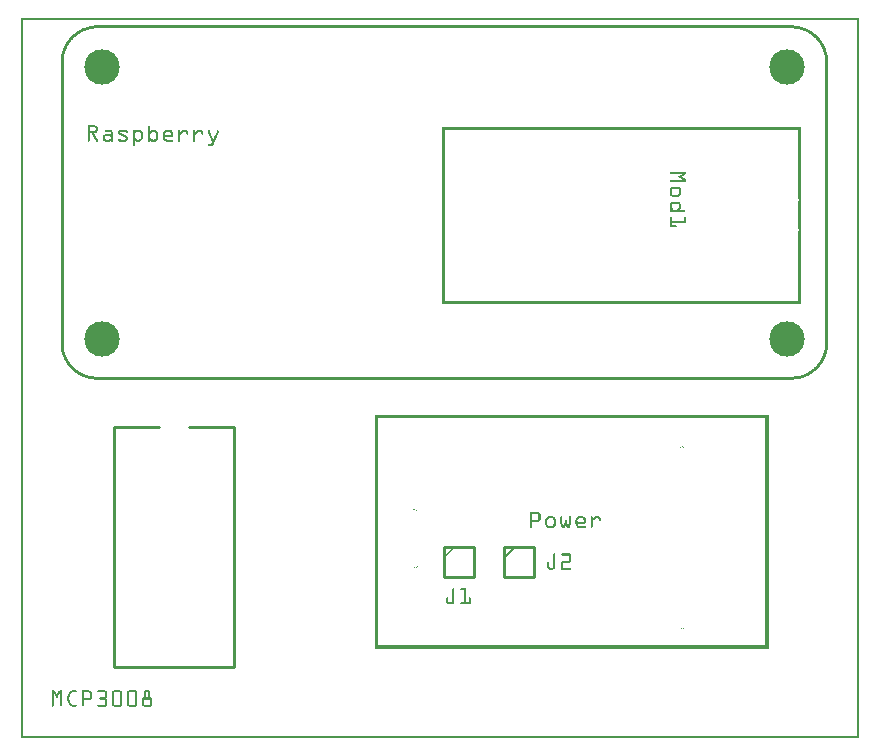
<source format=gto>
G04 MADE WITH FRITZING*
G04 WWW.FRITZING.ORG*
G04 DOUBLE SIDED*
G04 HOLES PLATED*
G04 CONTOUR ON CENTER OF CONTOUR VECTOR*
%ASAXBY*%
%FSLAX23Y23*%
%MOIN*%
%OFA0B0*%
%SFA1.0B1.0*%
%ADD10C,0.118268*%
%ADD11C,0.010000*%
%ADD12C,0.005000*%
%ADD13R,0.001000X0.001000*%
%LNSILK1*%
G90*
G70*
G54D10*
X270Y2238D03*
X2554Y2238D03*
X270Y1333D03*
X2554Y1333D03*
G54D11*
X311Y1038D02*
X311Y238D01*
D02*
X311Y238D02*
X711Y238D01*
D02*
X711Y238D02*
X711Y1038D01*
D02*
X311Y1038D02*
X461Y1038D01*
D02*
X561Y1038D02*
X711Y1038D01*
D02*
X1411Y638D02*
X1411Y538D01*
D02*
X1411Y538D02*
X1511Y538D01*
D02*
X1511Y538D02*
X1511Y638D01*
D02*
X1511Y638D02*
X1411Y638D01*
D02*
X1611Y638D02*
X1611Y538D01*
D02*
X1611Y538D02*
X1711Y538D01*
D02*
X1711Y538D02*
X1711Y638D01*
D02*
X1711Y638D02*
X1611Y638D01*
G54D12*
D02*
X1611Y603D02*
X1646Y638D01*
G54D13*
X0Y2402D02*
X2794Y2402D01*
X0Y2401D02*
X2794Y2401D01*
X0Y2400D02*
X2794Y2400D01*
X0Y2399D02*
X2794Y2399D01*
X0Y2398D02*
X2794Y2398D01*
X0Y2397D02*
X2794Y2397D01*
X0Y2396D02*
X2794Y2396D01*
X0Y2395D02*
X2794Y2395D01*
X0Y2394D02*
X7Y2394D01*
X2787Y2394D02*
X2794Y2394D01*
X0Y2393D02*
X7Y2393D01*
X2787Y2393D02*
X2794Y2393D01*
X0Y2392D02*
X7Y2392D01*
X2787Y2392D02*
X2794Y2392D01*
X0Y2391D02*
X7Y2391D01*
X2787Y2391D02*
X2794Y2391D01*
X0Y2390D02*
X7Y2390D01*
X2787Y2390D02*
X2794Y2390D01*
X0Y2389D02*
X7Y2389D01*
X2787Y2389D02*
X2794Y2389D01*
X0Y2388D02*
X7Y2388D01*
X2787Y2388D02*
X2794Y2388D01*
X0Y2387D02*
X7Y2387D01*
X2787Y2387D02*
X2794Y2387D01*
X0Y2386D02*
X7Y2386D01*
X2787Y2386D02*
X2794Y2386D01*
X0Y2385D02*
X7Y2385D01*
X2787Y2385D02*
X2794Y2385D01*
X0Y2384D02*
X7Y2384D01*
X2787Y2384D02*
X2794Y2384D01*
X0Y2383D02*
X7Y2383D01*
X2787Y2383D02*
X2794Y2383D01*
X0Y2382D02*
X7Y2382D01*
X2787Y2382D02*
X2794Y2382D01*
X0Y2381D02*
X7Y2381D01*
X2787Y2381D02*
X2794Y2381D01*
X0Y2380D02*
X7Y2380D01*
X2787Y2380D02*
X2794Y2380D01*
X0Y2379D02*
X7Y2379D01*
X2787Y2379D02*
X2794Y2379D01*
X0Y2378D02*
X7Y2378D01*
X2787Y2378D02*
X2794Y2378D01*
X0Y2377D02*
X7Y2377D01*
X2787Y2377D02*
X2794Y2377D01*
X0Y2376D02*
X7Y2376D01*
X245Y2376D02*
X2577Y2376D01*
X2787Y2376D02*
X2794Y2376D01*
X0Y2375D02*
X7Y2375D01*
X236Y2375D02*
X2586Y2375D01*
X2787Y2375D02*
X2794Y2375D01*
X0Y2374D02*
X7Y2374D01*
X230Y2374D02*
X2592Y2374D01*
X2787Y2374D02*
X2794Y2374D01*
X0Y2373D02*
X7Y2373D01*
X226Y2373D02*
X2596Y2373D01*
X2787Y2373D02*
X2794Y2373D01*
X0Y2372D02*
X7Y2372D01*
X222Y2372D02*
X2600Y2372D01*
X2787Y2372D02*
X2794Y2372D01*
X0Y2371D02*
X7Y2371D01*
X219Y2371D02*
X2603Y2371D01*
X2787Y2371D02*
X2794Y2371D01*
X0Y2370D02*
X7Y2370D01*
X216Y2370D02*
X2606Y2370D01*
X2787Y2370D02*
X2794Y2370D01*
X0Y2369D02*
X7Y2369D01*
X213Y2369D02*
X2609Y2369D01*
X2787Y2369D02*
X2794Y2369D01*
X0Y2368D02*
X7Y2368D01*
X210Y2368D02*
X2612Y2368D01*
X2787Y2368D02*
X2794Y2368D01*
X0Y2367D02*
X7Y2367D01*
X208Y2367D02*
X2614Y2367D01*
X2787Y2367D02*
X2794Y2367D01*
X0Y2366D02*
X7Y2366D01*
X205Y2366D02*
X244Y2366D01*
X2578Y2366D02*
X2617Y2366D01*
X2787Y2366D02*
X2794Y2366D01*
X0Y2365D02*
X7Y2365D01*
X203Y2365D02*
X235Y2365D01*
X2587Y2365D02*
X2619Y2365D01*
X2787Y2365D02*
X2794Y2365D01*
X0Y2364D02*
X7Y2364D01*
X201Y2364D02*
X230Y2364D01*
X2592Y2364D02*
X2621Y2364D01*
X2787Y2364D02*
X2794Y2364D01*
X0Y2363D02*
X7Y2363D01*
X199Y2363D02*
X226Y2363D01*
X2596Y2363D02*
X2623Y2363D01*
X2787Y2363D02*
X2794Y2363D01*
X0Y2362D02*
X7Y2362D01*
X197Y2362D02*
X222Y2362D01*
X2600Y2362D02*
X2625Y2362D01*
X2787Y2362D02*
X2794Y2362D01*
X0Y2361D02*
X7Y2361D01*
X195Y2361D02*
X219Y2361D01*
X2603Y2361D02*
X2627Y2361D01*
X2787Y2361D02*
X2794Y2361D01*
X0Y2360D02*
X7Y2360D01*
X193Y2360D02*
X216Y2360D01*
X2606Y2360D02*
X2629Y2360D01*
X2787Y2360D02*
X2794Y2360D01*
X0Y2359D02*
X7Y2359D01*
X192Y2359D02*
X213Y2359D01*
X2609Y2359D02*
X2630Y2359D01*
X2787Y2359D02*
X2794Y2359D01*
X0Y2358D02*
X7Y2358D01*
X190Y2358D02*
X211Y2358D01*
X2612Y2358D02*
X2632Y2358D01*
X2787Y2358D02*
X2794Y2358D01*
X0Y2357D02*
X7Y2357D01*
X189Y2357D02*
X208Y2357D01*
X2614Y2357D02*
X2634Y2357D01*
X2787Y2357D02*
X2794Y2357D01*
X0Y2356D02*
X7Y2356D01*
X187Y2356D02*
X206Y2356D01*
X2616Y2356D02*
X2635Y2356D01*
X2787Y2356D02*
X2794Y2356D01*
X0Y2355D02*
X7Y2355D01*
X185Y2355D02*
X204Y2355D01*
X2618Y2355D02*
X2637Y2355D01*
X2787Y2355D02*
X2794Y2355D01*
X0Y2354D02*
X7Y2354D01*
X184Y2354D02*
X202Y2354D01*
X2620Y2354D02*
X2638Y2354D01*
X2787Y2354D02*
X2794Y2354D01*
X0Y2353D02*
X7Y2353D01*
X183Y2353D02*
X200Y2353D01*
X2622Y2353D02*
X2640Y2353D01*
X2787Y2353D02*
X2794Y2353D01*
X0Y2352D02*
X7Y2352D01*
X181Y2352D02*
X198Y2352D01*
X2624Y2352D02*
X2641Y2352D01*
X2787Y2352D02*
X2794Y2352D01*
X0Y2351D02*
X7Y2351D01*
X180Y2351D02*
X197Y2351D01*
X2626Y2351D02*
X2642Y2351D01*
X2787Y2351D02*
X2794Y2351D01*
X0Y2350D02*
X7Y2350D01*
X179Y2350D02*
X195Y2350D01*
X2627Y2350D02*
X2644Y2350D01*
X2787Y2350D02*
X2794Y2350D01*
X0Y2349D02*
X7Y2349D01*
X177Y2349D02*
X193Y2349D01*
X2629Y2349D02*
X2645Y2349D01*
X2787Y2349D02*
X2794Y2349D01*
X0Y2348D02*
X7Y2348D01*
X176Y2348D02*
X192Y2348D01*
X2630Y2348D02*
X2646Y2348D01*
X2787Y2348D02*
X2794Y2348D01*
X0Y2347D02*
X7Y2347D01*
X175Y2347D02*
X190Y2347D01*
X2632Y2347D02*
X2647Y2347D01*
X2787Y2347D02*
X2794Y2347D01*
X0Y2346D02*
X7Y2346D01*
X174Y2346D02*
X189Y2346D01*
X2633Y2346D02*
X2648Y2346D01*
X2787Y2346D02*
X2794Y2346D01*
X0Y2345D02*
X7Y2345D01*
X173Y2345D02*
X188Y2345D01*
X2635Y2345D02*
X2649Y2345D01*
X2787Y2345D02*
X2794Y2345D01*
X0Y2344D02*
X7Y2344D01*
X172Y2344D02*
X186Y2344D01*
X2636Y2344D02*
X2651Y2344D01*
X2787Y2344D02*
X2794Y2344D01*
X0Y2343D02*
X7Y2343D01*
X171Y2343D02*
X185Y2343D01*
X2637Y2343D02*
X2652Y2343D01*
X2787Y2343D02*
X2794Y2343D01*
X0Y2342D02*
X7Y2342D01*
X169Y2342D02*
X184Y2342D01*
X2639Y2342D02*
X2653Y2342D01*
X2787Y2342D02*
X2794Y2342D01*
X0Y2341D02*
X7Y2341D01*
X168Y2341D02*
X182Y2341D01*
X2640Y2341D02*
X2654Y2341D01*
X2787Y2341D02*
X2794Y2341D01*
X0Y2340D02*
X7Y2340D01*
X167Y2340D02*
X181Y2340D01*
X2641Y2340D02*
X2655Y2340D01*
X2787Y2340D02*
X2794Y2340D01*
X0Y2339D02*
X7Y2339D01*
X166Y2339D02*
X180Y2339D01*
X2642Y2339D02*
X2656Y2339D01*
X2787Y2339D02*
X2794Y2339D01*
X0Y2338D02*
X7Y2338D01*
X166Y2338D02*
X179Y2338D01*
X2643Y2338D02*
X2657Y2338D01*
X2787Y2338D02*
X2794Y2338D01*
X0Y2337D02*
X7Y2337D01*
X165Y2337D02*
X178Y2337D01*
X2644Y2337D02*
X2658Y2337D01*
X2787Y2337D02*
X2794Y2337D01*
X0Y2336D02*
X7Y2336D01*
X164Y2336D02*
X177Y2336D01*
X2645Y2336D02*
X2658Y2336D01*
X2787Y2336D02*
X2794Y2336D01*
X0Y2335D02*
X7Y2335D01*
X163Y2335D02*
X176Y2335D01*
X2646Y2335D02*
X2659Y2335D01*
X2787Y2335D02*
X2794Y2335D01*
X0Y2334D02*
X7Y2334D01*
X162Y2334D02*
X175Y2334D01*
X2648Y2334D02*
X2660Y2334D01*
X2787Y2334D02*
X2794Y2334D01*
X0Y2333D02*
X7Y2333D01*
X161Y2333D02*
X174Y2333D01*
X2649Y2333D02*
X2661Y2333D01*
X2787Y2333D02*
X2794Y2333D01*
X0Y2332D02*
X7Y2332D01*
X160Y2332D02*
X173Y2332D01*
X2649Y2332D02*
X2662Y2332D01*
X2787Y2332D02*
X2794Y2332D01*
X0Y2331D02*
X7Y2331D01*
X159Y2331D02*
X172Y2331D01*
X2650Y2331D02*
X2663Y2331D01*
X2787Y2331D02*
X2794Y2331D01*
X0Y2330D02*
X7Y2330D01*
X159Y2330D02*
X171Y2330D01*
X2651Y2330D02*
X2663Y2330D01*
X2787Y2330D02*
X2794Y2330D01*
X0Y2329D02*
X7Y2329D01*
X158Y2329D02*
X170Y2329D01*
X2652Y2329D02*
X2664Y2329D01*
X2787Y2329D02*
X2794Y2329D01*
X0Y2328D02*
X7Y2328D01*
X157Y2328D02*
X169Y2328D01*
X2653Y2328D02*
X2665Y2328D01*
X2787Y2328D02*
X2794Y2328D01*
X0Y2327D02*
X7Y2327D01*
X156Y2327D02*
X168Y2327D01*
X2654Y2327D02*
X2666Y2327D01*
X2787Y2327D02*
X2794Y2327D01*
X0Y2326D02*
X7Y2326D01*
X156Y2326D02*
X167Y2326D01*
X2655Y2326D02*
X2666Y2326D01*
X2787Y2326D02*
X2794Y2326D01*
X0Y2325D02*
X7Y2325D01*
X155Y2325D02*
X166Y2325D01*
X2656Y2325D02*
X2667Y2325D01*
X2787Y2325D02*
X2794Y2325D01*
X0Y2324D02*
X7Y2324D01*
X154Y2324D02*
X166Y2324D01*
X2656Y2324D02*
X2668Y2324D01*
X2787Y2324D02*
X2794Y2324D01*
X0Y2323D02*
X7Y2323D01*
X153Y2323D02*
X165Y2323D01*
X2657Y2323D02*
X2669Y2323D01*
X2787Y2323D02*
X2794Y2323D01*
X0Y2322D02*
X7Y2322D01*
X153Y2322D02*
X164Y2322D01*
X2658Y2322D02*
X2669Y2322D01*
X2787Y2322D02*
X2794Y2322D01*
X0Y2321D02*
X7Y2321D01*
X152Y2321D02*
X163Y2321D01*
X2659Y2321D02*
X2670Y2321D01*
X2787Y2321D02*
X2794Y2321D01*
X0Y2320D02*
X7Y2320D01*
X151Y2320D02*
X163Y2320D01*
X2659Y2320D02*
X2670Y2320D01*
X2787Y2320D02*
X2794Y2320D01*
X0Y2319D02*
X7Y2319D01*
X151Y2319D02*
X162Y2319D01*
X2660Y2319D02*
X2671Y2319D01*
X2787Y2319D02*
X2794Y2319D01*
X0Y2318D02*
X7Y2318D01*
X150Y2318D02*
X161Y2318D01*
X2661Y2318D02*
X2672Y2318D01*
X2787Y2318D02*
X2794Y2318D01*
X0Y2317D02*
X7Y2317D01*
X150Y2317D02*
X160Y2317D01*
X2662Y2317D02*
X2672Y2317D01*
X2787Y2317D02*
X2794Y2317D01*
X0Y2316D02*
X7Y2316D01*
X149Y2316D02*
X160Y2316D01*
X2662Y2316D02*
X2673Y2316D01*
X2787Y2316D02*
X2794Y2316D01*
X0Y2315D02*
X7Y2315D01*
X148Y2315D02*
X159Y2315D01*
X2663Y2315D02*
X2673Y2315D01*
X2787Y2315D02*
X2794Y2315D01*
X0Y2314D02*
X7Y2314D01*
X148Y2314D02*
X158Y2314D01*
X2664Y2314D02*
X2674Y2314D01*
X2787Y2314D02*
X2794Y2314D01*
X0Y2313D02*
X7Y2313D01*
X147Y2313D02*
X158Y2313D01*
X2664Y2313D02*
X2675Y2313D01*
X2787Y2313D02*
X2794Y2313D01*
X0Y2312D02*
X7Y2312D01*
X147Y2312D02*
X157Y2312D01*
X2665Y2312D02*
X2675Y2312D01*
X2787Y2312D02*
X2794Y2312D01*
X0Y2311D02*
X7Y2311D01*
X146Y2311D02*
X157Y2311D01*
X2665Y2311D02*
X2676Y2311D01*
X2787Y2311D02*
X2794Y2311D01*
X0Y2310D02*
X7Y2310D01*
X146Y2310D02*
X156Y2310D01*
X2666Y2310D02*
X2676Y2310D01*
X2787Y2310D02*
X2794Y2310D01*
X0Y2309D02*
X7Y2309D01*
X145Y2309D02*
X155Y2309D01*
X2667Y2309D02*
X2677Y2309D01*
X2787Y2309D02*
X2794Y2309D01*
X0Y2308D02*
X7Y2308D01*
X145Y2308D02*
X155Y2308D01*
X2667Y2308D02*
X2677Y2308D01*
X2787Y2308D02*
X2794Y2308D01*
X0Y2307D02*
X7Y2307D01*
X144Y2307D02*
X154Y2307D01*
X2668Y2307D02*
X2678Y2307D01*
X2787Y2307D02*
X2794Y2307D01*
X0Y2306D02*
X7Y2306D01*
X144Y2306D02*
X154Y2306D01*
X2668Y2306D02*
X2678Y2306D01*
X2787Y2306D02*
X2794Y2306D01*
X0Y2305D02*
X7Y2305D01*
X143Y2305D02*
X153Y2305D01*
X2669Y2305D02*
X2679Y2305D01*
X2787Y2305D02*
X2794Y2305D01*
X0Y2304D02*
X7Y2304D01*
X143Y2304D02*
X153Y2304D01*
X2669Y2304D02*
X2679Y2304D01*
X2787Y2304D02*
X2794Y2304D01*
X0Y2303D02*
X7Y2303D01*
X142Y2303D02*
X152Y2303D01*
X2670Y2303D02*
X2679Y2303D01*
X2787Y2303D02*
X2794Y2303D01*
X0Y2302D02*
X7Y2302D01*
X142Y2302D02*
X152Y2302D01*
X2670Y2302D02*
X2680Y2302D01*
X2787Y2302D02*
X2794Y2302D01*
X0Y2301D02*
X7Y2301D01*
X142Y2301D02*
X151Y2301D01*
X2671Y2301D02*
X2680Y2301D01*
X2787Y2301D02*
X2794Y2301D01*
X0Y2300D02*
X7Y2300D01*
X141Y2300D02*
X151Y2300D01*
X2671Y2300D02*
X2681Y2300D01*
X2787Y2300D02*
X2794Y2300D01*
X0Y2299D02*
X7Y2299D01*
X141Y2299D02*
X150Y2299D01*
X2672Y2299D02*
X2681Y2299D01*
X2787Y2299D02*
X2794Y2299D01*
X0Y2298D02*
X7Y2298D01*
X140Y2298D02*
X150Y2298D01*
X2672Y2298D02*
X2682Y2298D01*
X2787Y2298D02*
X2794Y2298D01*
X0Y2297D02*
X7Y2297D01*
X140Y2297D02*
X150Y2297D01*
X2672Y2297D02*
X2682Y2297D01*
X2787Y2297D02*
X2794Y2297D01*
X0Y2296D02*
X7Y2296D01*
X140Y2296D02*
X149Y2296D01*
X2673Y2296D02*
X2682Y2296D01*
X2787Y2296D02*
X2794Y2296D01*
X0Y2295D02*
X7Y2295D01*
X139Y2295D02*
X149Y2295D01*
X2673Y2295D02*
X2683Y2295D01*
X2787Y2295D02*
X2794Y2295D01*
X0Y2294D02*
X7Y2294D01*
X139Y2294D02*
X148Y2294D01*
X2674Y2294D02*
X2683Y2294D01*
X2787Y2294D02*
X2794Y2294D01*
X0Y2293D02*
X7Y2293D01*
X139Y2293D02*
X148Y2293D01*
X2674Y2293D02*
X2683Y2293D01*
X2787Y2293D02*
X2794Y2293D01*
X0Y2292D02*
X7Y2292D01*
X138Y2292D02*
X148Y2292D01*
X2674Y2292D02*
X2684Y2292D01*
X2787Y2292D02*
X2794Y2292D01*
X0Y2291D02*
X7Y2291D01*
X138Y2291D02*
X147Y2291D01*
X2675Y2291D02*
X2684Y2291D01*
X2787Y2291D02*
X2794Y2291D01*
X0Y2290D02*
X7Y2290D01*
X138Y2290D02*
X147Y2290D01*
X2675Y2290D02*
X2684Y2290D01*
X2787Y2290D02*
X2794Y2290D01*
X0Y2289D02*
X7Y2289D01*
X137Y2289D02*
X147Y2289D01*
X2675Y2289D02*
X2685Y2289D01*
X2787Y2289D02*
X2794Y2289D01*
X0Y2288D02*
X7Y2288D01*
X137Y2288D02*
X146Y2288D01*
X2676Y2288D02*
X2685Y2288D01*
X2787Y2288D02*
X2794Y2288D01*
X0Y2287D02*
X7Y2287D01*
X137Y2287D02*
X146Y2287D01*
X2676Y2287D02*
X2685Y2287D01*
X2787Y2287D02*
X2794Y2287D01*
X0Y2286D02*
X7Y2286D01*
X136Y2286D02*
X146Y2286D01*
X2676Y2286D02*
X2685Y2286D01*
X2787Y2286D02*
X2794Y2286D01*
X0Y2285D02*
X7Y2285D01*
X136Y2285D02*
X145Y2285D01*
X2676Y2285D02*
X2686Y2285D01*
X2787Y2285D02*
X2794Y2285D01*
X0Y2284D02*
X7Y2284D01*
X136Y2284D02*
X145Y2284D01*
X2677Y2284D02*
X2686Y2284D01*
X2787Y2284D02*
X2794Y2284D01*
X0Y2283D02*
X7Y2283D01*
X136Y2283D02*
X145Y2283D01*
X2677Y2283D02*
X2686Y2283D01*
X2787Y2283D02*
X2794Y2283D01*
X0Y2282D02*
X7Y2282D01*
X135Y2282D02*
X144Y2282D01*
X2677Y2282D02*
X2686Y2282D01*
X2787Y2282D02*
X2794Y2282D01*
X0Y2281D02*
X7Y2281D01*
X135Y2281D02*
X144Y2281D01*
X2678Y2281D02*
X2687Y2281D01*
X2787Y2281D02*
X2794Y2281D01*
X0Y2280D02*
X7Y2280D01*
X135Y2280D02*
X144Y2280D01*
X2678Y2280D02*
X2687Y2280D01*
X2787Y2280D02*
X2794Y2280D01*
X0Y2279D02*
X7Y2279D01*
X135Y2279D02*
X144Y2279D01*
X2678Y2279D02*
X2687Y2279D01*
X2787Y2279D02*
X2794Y2279D01*
X0Y2278D02*
X7Y2278D01*
X134Y2278D02*
X144Y2278D01*
X2678Y2278D02*
X2687Y2278D01*
X2787Y2278D02*
X2794Y2278D01*
X0Y2277D02*
X7Y2277D01*
X134Y2277D02*
X143Y2277D01*
X2678Y2277D02*
X2688Y2277D01*
X2787Y2277D02*
X2794Y2277D01*
X0Y2276D02*
X7Y2276D01*
X134Y2276D02*
X143Y2276D01*
X2679Y2276D02*
X2688Y2276D01*
X2787Y2276D02*
X2794Y2276D01*
X0Y2275D02*
X7Y2275D01*
X134Y2275D02*
X143Y2275D01*
X2679Y2275D02*
X2688Y2275D01*
X2787Y2275D02*
X2794Y2275D01*
X0Y2274D02*
X7Y2274D01*
X134Y2274D02*
X143Y2274D01*
X2679Y2274D02*
X2688Y2274D01*
X2787Y2274D02*
X2794Y2274D01*
X0Y2273D02*
X7Y2273D01*
X134Y2273D02*
X143Y2273D01*
X2679Y2273D02*
X2688Y2273D01*
X2787Y2273D02*
X2794Y2273D01*
X0Y2272D02*
X7Y2272D01*
X133Y2272D02*
X142Y2272D01*
X2679Y2272D02*
X2688Y2272D01*
X2787Y2272D02*
X2794Y2272D01*
X0Y2271D02*
X7Y2271D01*
X133Y2271D02*
X142Y2271D01*
X2679Y2271D02*
X2689Y2271D01*
X2787Y2271D02*
X2794Y2271D01*
X0Y2270D02*
X7Y2270D01*
X133Y2270D02*
X142Y2270D01*
X2680Y2270D02*
X2689Y2270D01*
X2787Y2270D02*
X2794Y2270D01*
X0Y2269D02*
X7Y2269D01*
X133Y2269D02*
X142Y2269D01*
X2680Y2269D02*
X2689Y2269D01*
X2787Y2269D02*
X2794Y2269D01*
X0Y2268D02*
X7Y2268D01*
X133Y2268D02*
X142Y2268D01*
X2680Y2268D02*
X2689Y2268D01*
X2787Y2268D02*
X2794Y2268D01*
X0Y2267D02*
X7Y2267D01*
X133Y2267D02*
X142Y2267D01*
X2680Y2267D02*
X2689Y2267D01*
X2787Y2267D02*
X2794Y2267D01*
X0Y2266D02*
X7Y2266D01*
X133Y2266D02*
X142Y2266D01*
X2680Y2266D02*
X2689Y2266D01*
X2787Y2266D02*
X2794Y2266D01*
X0Y2265D02*
X7Y2265D01*
X133Y2265D02*
X142Y2265D01*
X2680Y2265D02*
X2689Y2265D01*
X2787Y2265D02*
X2794Y2265D01*
X0Y2264D02*
X7Y2264D01*
X132Y2264D02*
X141Y2264D01*
X2680Y2264D02*
X2689Y2264D01*
X2787Y2264D02*
X2794Y2264D01*
X0Y2263D02*
X7Y2263D01*
X132Y2263D02*
X141Y2263D01*
X2680Y2263D02*
X2689Y2263D01*
X2787Y2263D02*
X2794Y2263D01*
X0Y2262D02*
X7Y2262D01*
X132Y2262D02*
X141Y2262D01*
X2680Y2262D02*
X2689Y2262D01*
X2787Y2262D02*
X2794Y2262D01*
X0Y2261D02*
X7Y2261D01*
X132Y2261D02*
X141Y2261D01*
X2681Y2261D02*
X2690Y2261D01*
X2787Y2261D02*
X2794Y2261D01*
X0Y2260D02*
X7Y2260D01*
X132Y2260D02*
X141Y2260D01*
X2681Y2260D02*
X2690Y2260D01*
X2787Y2260D02*
X2794Y2260D01*
X0Y2259D02*
X7Y2259D01*
X132Y2259D02*
X141Y2259D01*
X2681Y2259D02*
X2690Y2259D01*
X2787Y2259D02*
X2794Y2259D01*
X0Y2258D02*
X7Y2258D01*
X132Y2258D02*
X141Y2258D01*
X2681Y2258D02*
X2690Y2258D01*
X2787Y2258D02*
X2794Y2258D01*
X0Y2257D02*
X7Y2257D01*
X132Y2257D02*
X141Y2257D01*
X2681Y2257D02*
X2690Y2257D01*
X2787Y2257D02*
X2794Y2257D01*
X0Y2256D02*
X7Y2256D01*
X132Y2256D02*
X141Y2256D01*
X2681Y2256D02*
X2690Y2256D01*
X2787Y2256D02*
X2794Y2256D01*
X0Y2255D02*
X7Y2255D01*
X132Y2255D02*
X141Y2255D01*
X2681Y2255D02*
X2690Y2255D01*
X2787Y2255D02*
X2794Y2255D01*
X0Y2254D02*
X7Y2254D01*
X132Y2254D02*
X141Y2254D01*
X2681Y2254D02*
X2690Y2254D01*
X2787Y2254D02*
X2794Y2254D01*
X0Y2253D02*
X7Y2253D01*
X132Y2253D02*
X141Y2253D01*
X2681Y2253D02*
X2690Y2253D01*
X2787Y2253D02*
X2794Y2253D01*
X0Y2252D02*
X7Y2252D01*
X132Y2252D02*
X141Y2252D01*
X2681Y2252D02*
X2690Y2252D01*
X2787Y2252D02*
X2794Y2252D01*
X0Y2251D02*
X7Y2251D01*
X132Y2251D02*
X141Y2251D01*
X2681Y2251D02*
X2690Y2251D01*
X2787Y2251D02*
X2794Y2251D01*
X0Y2250D02*
X7Y2250D01*
X132Y2250D02*
X141Y2250D01*
X2681Y2250D02*
X2690Y2250D01*
X2787Y2250D02*
X2794Y2250D01*
X0Y2249D02*
X7Y2249D01*
X132Y2249D02*
X141Y2249D01*
X2681Y2249D02*
X2690Y2249D01*
X2787Y2249D02*
X2794Y2249D01*
X0Y2248D02*
X7Y2248D01*
X132Y2248D02*
X141Y2248D01*
X2681Y2248D02*
X2690Y2248D01*
X2787Y2248D02*
X2794Y2248D01*
X0Y2247D02*
X7Y2247D01*
X132Y2247D02*
X141Y2247D01*
X2681Y2247D02*
X2690Y2247D01*
X2787Y2247D02*
X2794Y2247D01*
X0Y2246D02*
X7Y2246D01*
X132Y2246D02*
X141Y2246D01*
X2681Y2246D02*
X2690Y2246D01*
X2787Y2246D02*
X2794Y2246D01*
X0Y2245D02*
X7Y2245D01*
X132Y2245D02*
X141Y2245D01*
X2681Y2245D02*
X2690Y2245D01*
X2787Y2245D02*
X2794Y2245D01*
X0Y2244D02*
X7Y2244D01*
X132Y2244D02*
X141Y2244D01*
X2681Y2244D02*
X2690Y2244D01*
X2787Y2244D02*
X2794Y2244D01*
X0Y2243D02*
X7Y2243D01*
X132Y2243D02*
X141Y2243D01*
X2681Y2243D02*
X2690Y2243D01*
X2787Y2243D02*
X2794Y2243D01*
X0Y2242D02*
X7Y2242D01*
X132Y2242D02*
X141Y2242D01*
X2681Y2242D02*
X2690Y2242D01*
X2787Y2242D02*
X2794Y2242D01*
X0Y2241D02*
X7Y2241D01*
X132Y2241D02*
X141Y2241D01*
X2681Y2241D02*
X2690Y2241D01*
X2787Y2241D02*
X2794Y2241D01*
X0Y2240D02*
X7Y2240D01*
X132Y2240D02*
X141Y2240D01*
X2681Y2240D02*
X2690Y2240D01*
X2787Y2240D02*
X2794Y2240D01*
X0Y2239D02*
X7Y2239D01*
X132Y2239D02*
X141Y2239D01*
X2681Y2239D02*
X2690Y2239D01*
X2787Y2239D02*
X2794Y2239D01*
X0Y2238D02*
X7Y2238D01*
X132Y2238D02*
X141Y2238D01*
X2681Y2238D02*
X2690Y2238D01*
X2787Y2238D02*
X2794Y2238D01*
X0Y2237D02*
X7Y2237D01*
X132Y2237D02*
X141Y2237D01*
X2681Y2237D02*
X2690Y2237D01*
X2787Y2237D02*
X2794Y2237D01*
X0Y2236D02*
X7Y2236D01*
X132Y2236D02*
X141Y2236D01*
X2681Y2236D02*
X2690Y2236D01*
X2787Y2236D02*
X2794Y2236D01*
X0Y2235D02*
X7Y2235D01*
X132Y2235D02*
X141Y2235D01*
X2681Y2235D02*
X2690Y2235D01*
X2787Y2235D02*
X2794Y2235D01*
X0Y2234D02*
X7Y2234D01*
X132Y2234D02*
X141Y2234D01*
X2681Y2234D02*
X2690Y2234D01*
X2787Y2234D02*
X2794Y2234D01*
X0Y2233D02*
X7Y2233D01*
X132Y2233D02*
X141Y2233D01*
X2681Y2233D02*
X2690Y2233D01*
X2787Y2233D02*
X2794Y2233D01*
X0Y2232D02*
X7Y2232D01*
X132Y2232D02*
X141Y2232D01*
X2681Y2232D02*
X2690Y2232D01*
X2787Y2232D02*
X2794Y2232D01*
X0Y2231D02*
X7Y2231D01*
X132Y2231D02*
X141Y2231D01*
X2681Y2231D02*
X2690Y2231D01*
X2787Y2231D02*
X2794Y2231D01*
X0Y2230D02*
X7Y2230D01*
X132Y2230D02*
X141Y2230D01*
X2681Y2230D02*
X2690Y2230D01*
X2787Y2230D02*
X2794Y2230D01*
X0Y2229D02*
X7Y2229D01*
X132Y2229D02*
X141Y2229D01*
X2681Y2229D02*
X2690Y2229D01*
X2787Y2229D02*
X2794Y2229D01*
X0Y2228D02*
X7Y2228D01*
X132Y2228D02*
X141Y2228D01*
X2681Y2228D02*
X2690Y2228D01*
X2787Y2228D02*
X2794Y2228D01*
X0Y2227D02*
X7Y2227D01*
X132Y2227D02*
X141Y2227D01*
X2681Y2227D02*
X2690Y2227D01*
X2787Y2227D02*
X2794Y2227D01*
X0Y2226D02*
X7Y2226D01*
X132Y2226D02*
X141Y2226D01*
X2681Y2226D02*
X2690Y2226D01*
X2787Y2226D02*
X2794Y2226D01*
X0Y2225D02*
X7Y2225D01*
X132Y2225D02*
X141Y2225D01*
X2681Y2225D02*
X2690Y2225D01*
X2787Y2225D02*
X2794Y2225D01*
X0Y2224D02*
X7Y2224D01*
X132Y2224D02*
X141Y2224D01*
X2681Y2224D02*
X2690Y2224D01*
X2787Y2224D02*
X2794Y2224D01*
X0Y2223D02*
X7Y2223D01*
X132Y2223D02*
X141Y2223D01*
X2681Y2223D02*
X2690Y2223D01*
X2787Y2223D02*
X2794Y2223D01*
X0Y2222D02*
X7Y2222D01*
X132Y2222D02*
X141Y2222D01*
X2681Y2222D02*
X2690Y2222D01*
X2787Y2222D02*
X2794Y2222D01*
X0Y2221D02*
X7Y2221D01*
X132Y2221D02*
X141Y2221D01*
X2681Y2221D02*
X2690Y2221D01*
X2787Y2221D02*
X2794Y2221D01*
X0Y2220D02*
X7Y2220D01*
X132Y2220D02*
X141Y2220D01*
X2681Y2220D02*
X2690Y2220D01*
X2787Y2220D02*
X2794Y2220D01*
X0Y2219D02*
X7Y2219D01*
X132Y2219D02*
X141Y2219D01*
X2681Y2219D02*
X2690Y2219D01*
X2787Y2219D02*
X2794Y2219D01*
X0Y2218D02*
X7Y2218D01*
X132Y2218D02*
X141Y2218D01*
X2681Y2218D02*
X2690Y2218D01*
X2787Y2218D02*
X2794Y2218D01*
X0Y2217D02*
X7Y2217D01*
X132Y2217D02*
X141Y2217D01*
X2681Y2217D02*
X2690Y2217D01*
X2787Y2217D02*
X2794Y2217D01*
X0Y2216D02*
X7Y2216D01*
X132Y2216D02*
X141Y2216D01*
X2681Y2216D02*
X2690Y2216D01*
X2787Y2216D02*
X2794Y2216D01*
X0Y2215D02*
X7Y2215D01*
X132Y2215D02*
X141Y2215D01*
X2681Y2215D02*
X2690Y2215D01*
X2787Y2215D02*
X2794Y2215D01*
X0Y2214D02*
X7Y2214D01*
X132Y2214D02*
X141Y2214D01*
X2681Y2214D02*
X2690Y2214D01*
X2787Y2214D02*
X2794Y2214D01*
X0Y2213D02*
X7Y2213D01*
X132Y2213D02*
X141Y2213D01*
X2681Y2213D02*
X2690Y2213D01*
X2787Y2213D02*
X2794Y2213D01*
X0Y2212D02*
X7Y2212D01*
X132Y2212D02*
X141Y2212D01*
X2681Y2212D02*
X2690Y2212D01*
X2787Y2212D02*
X2794Y2212D01*
X0Y2211D02*
X7Y2211D01*
X132Y2211D02*
X141Y2211D01*
X2681Y2211D02*
X2690Y2211D01*
X2787Y2211D02*
X2794Y2211D01*
X0Y2210D02*
X7Y2210D01*
X132Y2210D02*
X141Y2210D01*
X2681Y2210D02*
X2690Y2210D01*
X2787Y2210D02*
X2794Y2210D01*
X0Y2209D02*
X7Y2209D01*
X132Y2209D02*
X141Y2209D01*
X2681Y2209D02*
X2690Y2209D01*
X2787Y2209D02*
X2794Y2209D01*
X0Y2208D02*
X7Y2208D01*
X132Y2208D02*
X141Y2208D01*
X2681Y2208D02*
X2690Y2208D01*
X2787Y2208D02*
X2794Y2208D01*
X0Y2207D02*
X7Y2207D01*
X132Y2207D02*
X141Y2207D01*
X2681Y2207D02*
X2690Y2207D01*
X2787Y2207D02*
X2794Y2207D01*
X0Y2206D02*
X7Y2206D01*
X132Y2206D02*
X141Y2206D01*
X2681Y2206D02*
X2690Y2206D01*
X2787Y2206D02*
X2794Y2206D01*
X0Y2205D02*
X7Y2205D01*
X132Y2205D02*
X141Y2205D01*
X2681Y2205D02*
X2690Y2205D01*
X2787Y2205D02*
X2794Y2205D01*
X0Y2204D02*
X7Y2204D01*
X132Y2204D02*
X141Y2204D01*
X2681Y2204D02*
X2690Y2204D01*
X2787Y2204D02*
X2794Y2204D01*
X0Y2203D02*
X7Y2203D01*
X132Y2203D02*
X141Y2203D01*
X2681Y2203D02*
X2690Y2203D01*
X2787Y2203D02*
X2794Y2203D01*
X0Y2202D02*
X7Y2202D01*
X132Y2202D02*
X141Y2202D01*
X2681Y2202D02*
X2690Y2202D01*
X2787Y2202D02*
X2794Y2202D01*
X0Y2201D02*
X7Y2201D01*
X132Y2201D02*
X141Y2201D01*
X2681Y2201D02*
X2690Y2201D01*
X2787Y2201D02*
X2794Y2201D01*
X0Y2200D02*
X7Y2200D01*
X132Y2200D02*
X141Y2200D01*
X2681Y2200D02*
X2690Y2200D01*
X2787Y2200D02*
X2794Y2200D01*
X0Y2199D02*
X7Y2199D01*
X132Y2199D02*
X141Y2199D01*
X2681Y2199D02*
X2690Y2199D01*
X2787Y2199D02*
X2794Y2199D01*
X0Y2198D02*
X7Y2198D01*
X132Y2198D02*
X141Y2198D01*
X2681Y2198D02*
X2690Y2198D01*
X2787Y2198D02*
X2794Y2198D01*
X0Y2197D02*
X7Y2197D01*
X132Y2197D02*
X141Y2197D01*
X2681Y2197D02*
X2690Y2197D01*
X2787Y2197D02*
X2794Y2197D01*
X0Y2196D02*
X7Y2196D01*
X132Y2196D02*
X141Y2196D01*
X2681Y2196D02*
X2690Y2196D01*
X2787Y2196D02*
X2794Y2196D01*
X0Y2195D02*
X7Y2195D01*
X132Y2195D02*
X141Y2195D01*
X2681Y2195D02*
X2690Y2195D01*
X2787Y2195D02*
X2794Y2195D01*
X0Y2194D02*
X7Y2194D01*
X132Y2194D02*
X141Y2194D01*
X2681Y2194D02*
X2690Y2194D01*
X2787Y2194D02*
X2794Y2194D01*
X0Y2193D02*
X7Y2193D01*
X132Y2193D02*
X141Y2193D01*
X2681Y2193D02*
X2690Y2193D01*
X2787Y2193D02*
X2794Y2193D01*
X0Y2192D02*
X7Y2192D01*
X132Y2192D02*
X141Y2192D01*
X2681Y2192D02*
X2690Y2192D01*
X2787Y2192D02*
X2794Y2192D01*
X0Y2191D02*
X7Y2191D01*
X132Y2191D02*
X141Y2191D01*
X2681Y2191D02*
X2690Y2191D01*
X2787Y2191D02*
X2794Y2191D01*
X0Y2190D02*
X7Y2190D01*
X132Y2190D02*
X141Y2190D01*
X2681Y2190D02*
X2690Y2190D01*
X2787Y2190D02*
X2794Y2190D01*
X0Y2189D02*
X7Y2189D01*
X132Y2189D02*
X141Y2189D01*
X2681Y2189D02*
X2690Y2189D01*
X2787Y2189D02*
X2794Y2189D01*
X0Y2188D02*
X7Y2188D01*
X132Y2188D02*
X141Y2188D01*
X2681Y2188D02*
X2690Y2188D01*
X2787Y2188D02*
X2794Y2188D01*
X0Y2187D02*
X7Y2187D01*
X132Y2187D02*
X141Y2187D01*
X2681Y2187D02*
X2690Y2187D01*
X2787Y2187D02*
X2794Y2187D01*
X0Y2186D02*
X7Y2186D01*
X132Y2186D02*
X141Y2186D01*
X2681Y2186D02*
X2690Y2186D01*
X2787Y2186D02*
X2794Y2186D01*
X0Y2185D02*
X7Y2185D01*
X132Y2185D02*
X141Y2185D01*
X2681Y2185D02*
X2690Y2185D01*
X2787Y2185D02*
X2794Y2185D01*
X0Y2184D02*
X7Y2184D01*
X132Y2184D02*
X141Y2184D01*
X2681Y2184D02*
X2690Y2184D01*
X2787Y2184D02*
X2794Y2184D01*
X0Y2183D02*
X7Y2183D01*
X132Y2183D02*
X141Y2183D01*
X2681Y2183D02*
X2690Y2183D01*
X2787Y2183D02*
X2794Y2183D01*
X0Y2182D02*
X7Y2182D01*
X132Y2182D02*
X141Y2182D01*
X2681Y2182D02*
X2690Y2182D01*
X2787Y2182D02*
X2794Y2182D01*
X0Y2181D02*
X7Y2181D01*
X132Y2181D02*
X141Y2181D01*
X2681Y2181D02*
X2690Y2181D01*
X2787Y2181D02*
X2794Y2181D01*
X0Y2180D02*
X7Y2180D01*
X132Y2180D02*
X141Y2180D01*
X2681Y2180D02*
X2690Y2180D01*
X2787Y2180D02*
X2794Y2180D01*
X0Y2179D02*
X7Y2179D01*
X132Y2179D02*
X141Y2179D01*
X2681Y2179D02*
X2690Y2179D01*
X2787Y2179D02*
X2794Y2179D01*
X0Y2178D02*
X7Y2178D01*
X132Y2178D02*
X141Y2178D01*
X2681Y2178D02*
X2690Y2178D01*
X2787Y2178D02*
X2794Y2178D01*
X0Y2177D02*
X7Y2177D01*
X132Y2177D02*
X141Y2177D01*
X2681Y2177D02*
X2690Y2177D01*
X2787Y2177D02*
X2794Y2177D01*
X0Y2176D02*
X7Y2176D01*
X132Y2176D02*
X141Y2176D01*
X2681Y2176D02*
X2690Y2176D01*
X2787Y2176D02*
X2794Y2176D01*
X0Y2175D02*
X7Y2175D01*
X132Y2175D02*
X141Y2175D01*
X2681Y2175D02*
X2690Y2175D01*
X2787Y2175D02*
X2794Y2175D01*
X0Y2174D02*
X7Y2174D01*
X132Y2174D02*
X141Y2174D01*
X2681Y2174D02*
X2690Y2174D01*
X2787Y2174D02*
X2794Y2174D01*
X0Y2173D02*
X7Y2173D01*
X132Y2173D02*
X141Y2173D01*
X2681Y2173D02*
X2690Y2173D01*
X2787Y2173D02*
X2794Y2173D01*
X0Y2172D02*
X7Y2172D01*
X132Y2172D02*
X141Y2172D01*
X2681Y2172D02*
X2690Y2172D01*
X2787Y2172D02*
X2794Y2172D01*
X0Y2171D02*
X7Y2171D01*
X132Y2171D02*
X141Y2171D01*
X2681Y2171D02*
X2690Y2171D01*
X2787Y2171D02*
X2794Y2171D01*
X0Y2170D02*
X7Y2170D01*
X132Y2170D02*
X141Y2170D01*
X2681Y2170D02*
X2690Y2170D01*
X2787Y2170D02*
X2794Y2170D01*
X0Y2169D02*
X7Y2169D01*
X132Y2169D02*
X141Y2169D01*
X2681Y2169D02*
X2690Y2169D01*
X2787Y2169D02*
X2794Y2169D01*
X0Y2168D02*
X7Y2168D01*
X132Y2168D02*
X141Y2168D01*
X2681Y2168D02*
X2690Y2168D01*
X2787Y2168D02*
X2794Y2168D01*
X0Y2167D02*
X7Y2167D01*
X132Y2167D02*
X141Y2167D01*
X2681Y2167D02*
X2690Y2167D01*
X2787Y2167D02*
X2794Y2167D01*
X0Y2166D02*
X7Y2166D01*
X132Y2166D02*
X141Y2166D01*
X2681Y2166D02*
X2690Y2166D01*
X2787Y2166D02*
X2794Y2166D01*
X0Y2165D02*
X7Y2165D01*
X132Y2165D02*
X141Y2165D01*
X2681Y2165D02*
X2690Y2165D01*
X2787Y2165D02*
X2794Y2165D01*
X0Y2164D02*
X7Y2164D01*
X132Y2164D02*
X141Y2164D01*
X2681Y2164D02*
X2690Y2164D01*
X2787Y2164D02*
X2794Y2164D01*
X0Y2163D02*
X7Y2163D01*
X132Y2163D02*
X141Y2163D01*
X2681Y2163D02*
X2690Y2163D01*
X2787Y2163D02*
X2794Y2163D01*
X0Y2162D02*
X7Y2162D01*
X132Y2162D02*
X141Y2162D01*
X2681Y2162D02*
X2690Y2162D01*
X2787Y2162D02*
X2794Y2162D01*
X0Y2161D02*
X7Y2161D01*
X132Y2161D02*
X141Y2161D01*
X2681Y2161D02*
X2690Y2161D01*
X2787Y2161D02*
X2794Y2161D01*
X0Y2160D02*
X7Y2160D01*
X132Y2160D02*
X141Y2160D01*
X2681Y2160D02*
X2690Y2160D01*
X2787Y2160D02*
X2794Y2160D01*
X0Y2159D02*
X7Y2159D01*
X132Y2159D02*
X141Y2159D01*
X2681Y2159D02*
X2690Y2159D01*
X2787Y2159D02*
X2794Y2159D01*
X0Y2158D02*
X7Y2158D01*
X132Y2158D02*
X141Y2158D01*
X2681Y2158D02*
X2690Y2158D01*
X2787Y2158D02*
X2794Y2158D01*
X0Y2157D02*
X7Y2157D01*
X132Y2157D02*
X141Y2157D01*
X2681Y2157D02*
X2690Y2157D01*
X2787Y2157D02*
X2794Y2157D01*
X0Y2156D02*
X7Y2156D01*
X132Y2156D02*
X141Y2156D01*
X2681Y2156D02*
X2690Y2156D01*
X2787Y2156D02*
X2794Y2156D01*
X0Y2155D02*
X7Y2155D01*
X132Y2155D02*
X141Y2155D01*
X2681Y2155D02*
X2690Y2155D01*
X2787Y2155D02*
X2794Y2155D01*
X0Y2154D02*
X7Y2154D01*
X132Y2154D02*
X141Y2154D01*
X2681Y2154D02*
X2690Y2154D01*
X2787Y2154D02*
X2794Y2154D01*
X0Y2153D02*
X7Y2153D01*
X132Y2153D02*
X141Y2153D01*
X2681Y2153D02*
X2690Y2153D01*
X2787Y2153D02*
X2794Y2153D01*
X0Y2152D02*
X7Y2152D01*
X132Y2152D02*
X141Y2152D01*
X2681Y2152D02*
X2690Y2152D01*
X2787Y2152D02*
X2794Y2152D01*
X0Y2151D02*
X7Y2151D01*
X132Y2151D02*
X141Y2151D01*
X2681Y2151D02*
X2690Y2151D01*
X2787Y2151D02*
X2794Y2151D01*
X0Y2150D02*
X7Y2150D01*
X132Y2150D02*
X141Y2150D01*
X2681Y2150D02*
X2690Y2150D01*
X2787Y2150D02*
X2794Y2150D01*
X0Y2149D02*
X7Y2149D01*
X132Y2149D02*
X141Y2149D01*
X2681Y2149D02*
X2690Y2149D01*
X2787Y2149D02*
X2794Y2149D01*
X0Y2148D02*
X7Y2148D01*
X132Y2148D02*
X141Y2148D01*
X2681Y2148D02*
X2690Y2148D01*
X2787Y2148D02*
X2794Y2148D01*
X0Y2147D02*
X7Y2147D01*
X132Y2147D02*
X141Y2147D01*
X2681Y2147D02*
X2690Y2147D01*
X2787Y2147D02*
X2794Y2147D01*
X0Y2146D02*
X7Y2146D01*
X132Y2146D02*
X141Y2146D01*
X2681Y2146D02*
X2690Y2146D01*
X2787Y2146D02*
X2794Y2146D01*
X0Y2145D02*
X7Y2145D01*
X132Y2145D02*
X141Y2145D01*
X2681Y2145D02*
X2690Y2145D01*
X2787Y2145D02*
X2794Y2145D01*
X0Y2144D02*
X7Y2144D01*
X132Y2144D02*
X141Y2144D01*
X2681Y2144D02*
X2690Y2144D01*
X2787Y2144D02*
X2794Y2144D01*
X0Y2143D02*
X7Y2143D01*
X132Y2143D02*
X141Y2143D01*
X2681Y2143D02*
X2690Y2143D01*
X2787Y2143D02*
X2794Y2143D01*
X0Y2142D02*
X7Y2142D01*
X132Y2142D02*
X141Y2142D01*
X2681Y2142D02*
X2690Y2142D01*
X2787Y2142D02*
X2794Y2142D01*
X0Y2141D02*
X7Y2141D01*
X132Y2141D02*
X141Y2141D01*
X2681Y2141D02*
X2690Y2141D01*
X2787Y2141D02*
X2794Y2141D01*
X0Y2140D02*
X7Y2140D01*
X132Y2140D02*
X141Y2140D01*
X2681Y2140D02*
X2690Y2140D01*
X2787Y2140D02*
X2794Y2140D01*
X0Y2139D02*
X7Y2139D01*
X132Y2139D02*
X141Y2139D01*
X2681Y2139D02*
X2690Y2139D01*
X2787Y2139D02*
X2794Y2139D01*
X0Y2138D02*
X7Y2138D01*
X132Y2138D02*
X141Y2138D01*
X2681Y2138D02*
X2690Y2138D01*
X2787Y2138D02*
X2794Y2138D01*
X0Y2137D02*
X7Y2137D01*
X132Y2137D02*
X141Y2137D01*
X2681Y2137D02*
X2690Y2137D01*
X2787Y2137D02*
X2794Y2137D01*
X0Y2136D02*
X7Y2136D01*
X132Y2136D02*
X141Y2136D01*
X2681Y2136D02*
X2690Y2136D01*
X2787Y2136D02*
X2794Y2136D01*
X0Y2135D02*
X7Y2135D01*
X132Y2135D02*
X141Y2135D01*
X2681Y2135D02*
X2690Y2135D01*
X2787Y2135D02*
X2794Y2135D01*
X0Y2134D02*
X7Y2134D01*
X132Y2134D02*
X141Y2134D01*
X2681Y2134D02*
X2690Y2134D01*
X2787Y2134D02*
X2794Y2134D01*
X0Y2133D02*
X7Y2133D01*
X132Y2133D02*
X141Y2133D01*
X2681Y2133D02*
X2690Y2133D01*
X2787Y2133D02*
X2794Y2133D01*
X0Y2132D02*
X7Y2132D01*
X132Y2132D02*
X141Y2132D01*
X2681Y2132D02*
X2690Y2132D01*
X2787Y2132D02*
X2794Y2132D01*
X0Y2131D02*
X7Y2131D01*
X132Y2131D02*
X141Y2131D01*
X2681Y2131D02*
X2690Y2131D01*
X2787Y2131D02*
X2794Y2131D01*
X0Y2130D02*
X7Y2130D01*
X132Y2130D02*
X141Y2130D01*
X2681Y2130D02*
X2690Y2130D01*
X2787Y2130D02*
X2794Y2130D01*
X0Y2129D02*
X7Y2129D01*
X132Y2129D02*
X141Y2129D01*
X2681Y2129D02*
X2690Y2129D01*
X2787Y2129D02*
X2794Y2129D01*
X0Y2128D02*
X7Y2128D01*
X132Y2128D02*
X141Y2128D01*
X2681Y2128D02*
X2690Y2128D01*
X2787Y2128D02*
X2794Y2128D01*
X0Y2127D02*
X7Y2127D01*
X132Y2127D02*
X141Y2127D01*
X2681Y2127D02*
X2690Y2127D01*
X2787Y2127D02*
X2794Y2127D01*
X0Y2126D02*
X7Y2126D01*
X132Y2126D02*
X141Y2126D01*
X2681Y2126D02*
X2690Y2126D01*
X2787Y2126D02*
X2794Y2126D01*
X0Y2125D02*
X7Y2125D01*
X132Y2125D02*
X141Y2125D01*
X2681Y2125D02*
X2690Y2125D01*
X2787Y2125D02*
X2794Y2125D01*
X0Y2124D02*
X7Y2124D01*
X132Y2124D02*
X141Y2124D01*
X2681Y2124D02*
X2690Y2124D01*
X2787Y2124D02*
X2794Y2124D01*
X0Y2123D02*
X7Y2123D01*
X132Y2123D02*
X141Y2123D01*
X2681Y2123D02*
X2690Y2123D01*
X2787Y2123D02*
X2794Y2123D01*
X0Y2122D02*
X7Y2122D01*
X132Y2122D02*
X141Y2122D01*
X2681Y2122D02*
X2690Y2122D01*
X2787Y2122D02*
X2794Y2122D01*
X0Y2121D02*
X7Y2121D01*
X132Y2121D02*
X141Y2121D01*
X2681Y2121D02*
X2690Y2121D01*
X2787Y2121D02*
X2794Y2121D01*
X0Y2120D02*
X7Y2120D01*
X132Y2120D02*
X141Y2120D01*
X2681Y2120D02*
X2690Y2120D01*
X2787Y2120D02*
X2794Y2120D01*
X0Y2119D02*
X7Y2119D01*
X132Y2119D02*
X141Y2119D01*
X2681Y2119D02*
X2690Y2119D01*
X2787Y2119D02*
X2794Y2119D01*
X0Y2118D02*
X7Y2118D01*
X132Y2118D02*
X141Y2118D01*
X2681Y2118D02*
X2690Y2118D01*
X2787Y2118D02*
X2794Y2118D01*
X0Y2117D02*
X7Y2117D01*
X132Y2117D02*
X141Y2117D01*
X2681Y2117D02*
X2690Y2117D01*
X2787Y2117D02*
X2794Y2117D01*
X0Y2116D02*
X7Y2116D01*
X132Y2116D02*
X141Y2116D01*
X2681Y2116D02*
X2690Y2116D01*
X2787Y2116D02*
X2794Y2116D01*
X0Y2115D02*
X7Y2115D01*
X132Y2115D02*
X141Y2115D01*
X2681Y2115D02*
X2690Y2115D01*
X2787Y2115D02*
X2794Y2115D01*
X0Y2114D02*
X7Y2114D01*
X132Y2114D02*
X141Y2114D01*
X2681Y2114D02*
X2690Y2114D01*
X2787Y2114D02*
X2794Y2114D01*
X0Y2113D02*
X7Y2113D01*
X132Y2113D02*
X141Y2113D01*
X2681Y2113D02*
X2690Y2113D01*
X2787Y2113D02*
X2794Y2113D01*
X0Y2112D02*
X7Y2112D01*
X132Y2112D02*
X141Y2112D01*
X2681Y2112D02*
X2690Y2112D01*
X2787Y2112D02*
X2794Y2112D01*
X0Y2111D02*
X7Y2111D01*
X132Y2111D02*
X141Y2111D01*
X2681Y2111D02*
X2690Y2111D01*
X2787Y2111D02*
X2794Y2111D01*
X0Y2110D02*
X7Y2110D01*
X132Y2110D02*
X141Y2110D01*
X2681Y2110D02*
X2690Y2110D01*
X2787Y2110D02*
X2794Y2110D01*
X0Y2109D02*
X7Y2109D01*
X132Y2109D02*
X141Y2109D01*
X2681Y2109D02*
X2690Y2109D01*
X2787Y2109D02*
X2794Y2109D01*
X0Y2108D02*
X7Y2108D01*
X132Y2108D02*
X141Y2108D01*
X2681Y2108D02*
X2690Y2108D01*
X2787Y2108D02*
X2794Y2108D01*
X0Y2107D02*
X7Y2107D01*
X132Y2107D02*
X141Y2107D01*
X2681Y2107D02*
X2690Y2107D01*
X2787Y2107D02*
X2794Y2107D01*
X0Y2106D02*
X7Y2106D01*
X132Y2106D02*
X141Y2106D01*
X2681Y2106D02*
X2690Y2106D01*
X2787Y2106D02*
X2794Y2106D01*
X0Y2105D02*
X7Y2105D01*
X132Y2105D02*
X141Y2105D01*
X2681Y2105D02*
X2690Y2105D01*
X2787Y2105D02*
X2794Y2105D01*
X0Y2104D02*
X7Y2104D01*
X132Y2104D02*
X141Y2104D01*
X2681Y2104D02*
X2690Y2104D01*
X2787Y2104D02*
X2794Y2104D01*
X0Y2103D02*
X7Y2103D01*
X132Y2103D02*
X141Y2103D01*
X2681Y2103D02*
X2690Y2103D01*
X2787Y2103D02*
X2794Y2103D01*
X0Y2102D02*
X7Y2102D01*
X132Y2102D02*
X141Y2102D01*
X2681Y2102D02*
X2690Y2102D01*
X2787Y2102D02*
X2794Y2102D01*
X0Y2101D02*
X7Y2101D01*
X132Y2101D02*
X141Y2101D01*
X2681Y2101D02*
X2690Y2101D01*
X2787Y2101D02*
X2794Y2101D01*
X0Y2100D02*
X7Y2100D01*
X132Y2100D02*
X141Y2100D01*
X2681Y2100D02*
X2690Y2100D01*
X2787Y2100D02*
X2794Y2100D01*
X0Y2099D02*
X7Y2099D01*
X132Y2099D02*
X141Y2099D01*
X2681Y2099D02*
X2690Y2099D01*
X2787Y2099D02*
X2794Y2099D01*
X0Y2098D02*
X7Y2098D01*
X132Y2098D02*
X141Y2098D01*
X2681Y2098D02*
X2690Y2098D01*
X2787Y2098D02*
X2794Y2098D01*
X0Y2097D02*
X7Y2097D01*
X132Y2097D02*
X141Y2097D01*
X2681Y2097D02*
X2690Y2097D01*
X2787Y2097D02*
X2794Y2097D01*
X0Y2096D02*
X7Y2096D01*
X132Y2096D02*
X141Y2096D01*
X2681Y2096D02*
X2690Y2096D01*
X2787Y2096D02*
X2794Y2096D01*
X0Y2095D02*
X7Y2095D01*
X132Y2095D02*
X141Y2095D01*
X2681Y2095D02*
X2690Y2095D01*
X2787Y2095D02*
X2794Y2095D01*
X0Y2094D02*
X7Y2094D01*
X132Y2094D02*
X141Y2094D01*
X2681Y2094D02*
X2690Y2094D01*
X2787Y2094D02*
X2794Y2094D01*
X0Y2093D02*
X7Y2093D01*
X132Y2093D02*
X141Y2093D01*
X2681Y2093D02*
X2690Y2093D01*
X2787Y2093D02*
X2794Y2093D01*
X0Y2092D02*
X7Y2092D01*
X132Y2092D02*
X141Y2092D01*
X2681Y2092D02*
X2690Y2092D01*
X2787Y2092D02*
X2794Y2092D01*
X0Y2091D02*
X7Y2091D01*
X132Y2091D02*
X141Y2091D01*
X2681Y2091D02*
X2690Y2091D01*
X2787Y2091D02*
X2794Y2091D01*
X0Y2090D02*
X7Y2090D01*
X132Y2090D02*
X141Y2090D01*
X2681Y2090D02*
X2690Y2090D01*
X2787Y2090D02*
X2794Y2090D01*
X0Y2089D02*
X7Y2089D01*
X132Y2089D02*
X141Y2089D01*
X2681Y2089D02*
X2690Y2089D01*
X2787Y2089D02*
X2794Y2089D01*
X0Y2088D02*
X7Y2088D01*
X132Y2088D02*
X141Y2088D01*
X2681Y2088D02*
X2690Y2088D01*
X2787Y2088D02*
X2794Y2088D01*
X0Y2087D02*
X7Y2087D01*
X132Y2087D02*
X141Y2087D01*
X2681Y2087D02*
X2690Y2087D01*
X2787Y2087D02*
X2794Y2087D01*
X0Y2086D02*
X7Y2086D01*
X132Y2086D02*
X141Y2086D01*
X2681Y2086D02*
X2690Y2086D01*
X2787Y2086D02*
X2794Y2086D01*
X0Y2085D02*
X7Y2085D01*
X132Y2085D02*
X141Y2085D01*
X2681Y2085D02*
X2690Y2085D01*
X2787Y2085D02*
X2794Y2085D01*
X0Y2084D02*
X7Y2084D01*
X132Y2084D02*
X141Y2084D01*
X2681Y2084D02*
X2690Y2084D01*
X2787Y2084D02*
X2794Y2084D01*
X0Y2083D02*
X7Y2083D01*
X132Y2083D02*
X141Y2083D01*
X2681Y2083D02*
X2690Y2083D01*
X2787Y2083D02*
X2794Y2083D01*
X0Y2082D02*
X7Y2082D01*
X132Y2082D02*
X141Y2082D01*
X2681Y2082D02*
X2690Y2082D01*
X2787Y2082D02*
X2794Y2082D01*
X0Y2081D02*
X7Y2081D01*
X132Y2081D02*
X141Y2081D01*
X2681Y2081D02*
X2690Y2081D01*
X2787Y2081D02*
X2794Y2081D01*
X0Y2080D02*
X7Y2080D01*
X132Y2080D02*
X141Y2080D01*
X2681Y2080D02*
X2690Y2080D01*
X2787Y2080D02*
X2794Y2080D01*
X0Y2079D02*
X7Y2079D01*
X132Y2079D02*
X141Y2079D01*
X2681Y2079D02*
X2690Y2079D01*
X2787Y2079D02*
X2794Y2079D01*
X0Y2078D02*
X7Y2078D01*
X132Y2078D02*
X141Y2078D01*
X2681Y2078D02*
X2690Y2078D01*
X2787Y2078D02*
X2794Y2078D01*
X0Y2077D02*
X7Y2077D01*
X132Y2077D02*
X141Y2077D01*
X2681Y2077D02*
X2690Y2077D01*
X2787Y2077D02*
X2794Y2077D01*
X0Y2076D02*
X7Y2076D01*
X132Y2076D02*
X141Y2076D01*
X2681Y2076D02*
X2690Y2076D01*
X2787Y2076D02*
X2794Y2076D01*
X0Y2075D02*
X7Y2075D01*
X132Y2075D02*
X141Y2075D01*
X2681Y2075D02*
X2690Y2075D01*
X2787Y2075D02*
X2794Y2075D01*
X0Y2074D02*
X7Y2074D01*
X132Y2074D02*
X141Y2074D01*
X2681Y2074D02*
X2690Y2074D01*
X2787Y2074D02*
X2794Y2074D01*
X0Y2073D02*
X7Y2073D01*
X132Y2073D02*
X141Y2073D01*
X2681Y2073D02*
X2690Y2073D01*
X2787Y2073D02*
X2794Y2073D01*
X0Y2072D02*
X7Y2072D01*
X132Y2072D02*
X141Y2072D01*
X2681Y2072D02*
X2690Y2072D01*
X2787Y2072D02*
X2794Y2072D01*
X0Y2071D02*
X7Y2071D01*
X132Y2071D02*
X141Y2071D01*
X2681Y2071D02*
X2690Y2071D01*
X2787Y2071D02*
X2794Y2071D01*
X0Y2070D02*
X7Y2070D01*
X132Y2070D02*
X141Y2070D01*
X2681Y2070D02*
X2690Y2070D01*
X2787Y2070D02*
X2794Y2070D01*
X0Y2069D02*
X7Y2069D01*
X132Y2069D02*
X141Y2069D01*
X2681Y2069D02*
X2690Y2069D01*
X2787Y2069D02*
X2794Y2069D01*
X0Y2068D02*
X7Y2068D01*
X132Y2068D02*
X141Y2068D01*
X2681Y2068D02*
X2690Y2068D01*
X2787Y2068D02*
X2794Y2068D01*
X0Y2067D02*
X7Y2067D01*
X132Y2067D02*
X141Y2067D01*
X2681Y2067D02*
X2690Y2067D01*
X2787Y2067D02*
X2794Y2067D01*
X0Y2066D02*
X7Y2066D01*
X132Y2066D02*
X141Y2066D01*
X2681Y2066D02*
X2690Y2066D01*
X2787Y2066D02*
X2794Y2066D01*
X0Y2065D02*
X7Y2065D01*
X132Y2065D02*
X141Y2065D01*
X2681Y2065D02*
X2690Y2065D01*
X2787Y2065D02*
X2794Y2065D01*
X0Y2064D02*
X7Y2064D01*
X132Y2064D02*
X141Y2064D01*
X2681Y2064D02*
X2690Y2064D01*
X2787Y2064D02*
X2794Y2064D01*
X0Y2063D02*
X7Y2063D01*
X132Y2063D02*
X141Y2063D01*
X2681Y2063D02*
X2690Y2063D01*
X2787Y2063D02*
X2794Y2063D01*
X0Y2062D02*
X7Y2062D01*
X132Y2062D02*
X141Y2062D01*
X2681Y2062D02*
X2690Y2062D01*
X2787Y2062D02*
X2794Y2062D01*
X0Y2061D02*
X7Y2061D01*
X132Y2061D02*
X141Y2061D01*
X2681Y2061D02*
X2690Y2061D01*
X2787Y2061D02*
X2794Y2061D01*
X0Y2060D02*
X7Y2060D01*
X132Y2060D02*
X141Y2060D01*
X2681Y2060D02*
X2690Y2060D01*
X2787Y2060D02*
X2794Y2060D01*
X0Y2059D02*
X7Y2059D01*
X132Y2059D02*
X141Y2059D01*
X2681Y2059D02*
X2690Y2059D01*
X2787Y2059D02*
X2794Y2059D01*
X0Y2058D02*
X7Y2058D01*
X132Y2058D02*
X141Y2058D01*
X2681Y2058D02*
X2690Y2058D01*
X2787Y2058D02*
X2794Y2058D01*
X0Y2057D02*
X7Y2057D01*
X132Y2057D02*
X141Y2057D01*
X2681Y2057D02*
X2690Y2057D01*
X2787Y2057D02*
X2794Y2057D01*
X0Y2056D02*
X7Y2056D01*
X132Y2056D02*
X141Y2056D01*
X2681Y2056D02*
X2690Y2056D01*
X2787Y2056D02*
X2794Y2056D01*
X0Y2055D02*
X7Y2055D01*
X132Y2055D02*
X141Y2055D01*
X2681Y2055D02*
X2690Y2055D01*
X2787Y2055D02*
X2794Y2055D01*
X0Y2054D02*
X7Y2054D01*
X132Y2054D02*
X141Y2054D01*
X2681Y2054D02*
X2690Y2054D01*
X2787Y2054D02*
X2794Y2054D01*
X0Y2053D02*
X7Y2053D01*
X132Y2053D02*
X141Y2053D01*
X2681Y2053D02*
X2690Y2053D01*
X2787Y2053D02*
X2794Y2053D01*
X0Y2052D02*
X7Y2052D01*
X132Y2052D02*
X141Y2052D01*
X2681Y2052D02*
X2690Y2052D01*
X2787Y2052D02*
X2794Y2052D01*
X0Y2051D02*
X7Y2051D01*
X132Y2051D02*
X141Y2051D01*
X2681Y2051D02*
X2690Y2051D01*
X2787Y2051D02*
X2794Y2051D01*
X0Y2050D02*
X7Y2050D01*
X132Y2050D02*
X141Y2050D01*
X2681Y2050D02*
X2690Y2050D01*
X2787Y2050D02*
X2794Y2050D01*
X0Y2049D02*
X7Y2049D01*
X132Y2049D02*
X141Y2049D01*
X2681Y2049D02*
X2690Y2049D01*
X2787Y2049D02*
X2794Y2049D01*
X0Y2048D02*
X7Y2048D01*
X132Y2048D02*
X141Y2048D01*
X2681Y2048D02*
X2690Y2048D01*
X2787Y2048D02*
X2794Y2048D01*
X0Y2047D02*
X7Y2047D01*
X132Y2047D02*
X141Y2047D01*
X2681Y2047D02*
X2690Y2047D01*
X2787Y2047D02*
X2794Y2047D01*
X0Y2046D02*
X7Y2046D01*
X132Y2046D02*
X141Y2046D01*
X2681Y2046D02*
X2690Y2046D01*
X2787Y2046D02*
X2794Y2046D01*
X0Y2045D02*
X7Y2045D01*
X132Y2045D02*
X141Y2045D01*
X2681Y2045D02*
X2690Y2045D01*
X2787Y2045D02*
X2794Y2045D01*
X0Y2044D02*
X7Y2044D01*
X132Y2044D02*
X141Y2044D01*
X2681Y2044D02*
X2690Y2044D01*
X2787Y2044D02*
X2794Y2044D01*
X0Y2043D02*
X7Y2043D01*
X132Y2043D02*
X141Y2043D01*
X223Y2043D02*
X247Y2043D01*
X426Y2043D02*
X426Y2043D01*
X2681Y2043D02*
X2690Y2043D01*
X2787Y2043D02*
X2794Y2043D01*
X0Y2042D02*
X7Y2042D01*
X132Y2042D02*
X141Y2042D01*
X222Y2042D02*
X250Y2042D01*
X424Y2042D02*
X428Y2042D01*
X2681Y2042D02*
X2690Y2042D01*
X2787Y2042D02*
X2794Y2042D01*
X0Y2041D02*
X7Y2041D01*
X132Y2041D02*
X141Y2041D01*
X222Y2041D02*
X252Y2041D01*
X424Y2041D02*
X429Y2041D01*
X2681Y2041D02*
X2690Y2041D01*
X2787Y2041D02*
X2794Y2041D01*
X0Y2040D02*
X7Y2040D01*
X132Y2040D02*
X141Y2040D01*
X222Y2040D02*
X253Y2040D01*
X423Y2040D02*
X429Y2040D01*
X2681Y2040D02*
X2690Y2040D01*
X2787Y2040D02*
X2794Y2040D01*
X0Y2039D02*
X7Y2039D01*
X132Y2039D02*
X141Y2039D01*
X222Y2039D02*
X254Y2039D01*
X423Y2039D02*
X429Y2039D01*
X2681Y2039D02*
X2690Y2039D01*
X2787Y2039D02*
X2794Y2039D01*
X0Y2038D02*
X7Y2038D01*
X132Y2038D02*
X141Y2038D01*
X222Y2038D02*
X254Y2038D01*
X423Y2038D02*
X429Y2038D01*
X2681Y2038D02*
X2690Y2038D01*
X2787Y2038D02*
X2794Y2038D01*
X0Y2037D02*
X7Y2037D01*
X132Y2037D02*
X141Y2037D01*
X222Y2037D02*
X255Y2037D01*
X423Y2037D02*
X429Y2037D01*
X2681Y2037D02*
X2690Y2037D01*
X2787Y2037D02*
X2794Y2037D01*
X0Y2036D02*
X7Y2036D01*
X132Y2036D02*
X141Y2036D01*
X222Y2036D02*
X229Y2036D01*
X247Y2036D02*
X255Y2036D01*
X423Y2036D02*
X429Y2036D01*
X1403Y2036D02*
X2600Y2036D01*
X2681Y2036D02*
X2690Y2036D01*
X2787Y2036D02*
X2794Y2036D01*
X0Y2035D02*
X7Y2035D01*
X132Y2035D02*
X141Y2035D01*
X222Y2035D02*
X228Y2035D01*
X249Y2035D02*
X256Y2035D01*
X423Y2035D02*
X429Y2035D01*
X1403Y2035D02*
X2600Y2035D01*
X2681Y2035D02*
X2690Y2035D01*
X2787Y2035D02*
X2794Y2035D01*
X0Y2034D02*
X7Y2034D01*
X132Y2034D02*
X141Y2034D01*
X222Y2034D02*
X228Y2034D01*
X250Y2034D02*
X256Y2034D01*
X423Y2034D02*
X429Y2034D01*
X1403Y2034D02*
X2600Y2034D01*
X2681Y2034D02*
X2690Y2034D01*
X2787Y2034D02*
X2794Y2034D01*
X0Y2033D02*
X7Y2033D01*
X132Y2033D02*
X141Y2033D01*
X222Y2033D02*
X228Y2033D01*
X250Y2033D02*
X256Y2033D01*
X423Y2033D02*
X429Y2033D01*
X1403Y2033D02*
X2600Y2033D01*
X2681Y2033D02*
X2690Y2033D01*
X2787Y2033D02*
X2794Y2033D01*
X0Y2032D02*
X7Y2032D01*
X132Y2032D02*
X141Y2032D01*
X222Y2032D02*
X228Y2032D01*
X250Y2032D02*
X256Y2032D01*
X423Y2032D02*
X429Y2032D01*
X1403Y2032D02*
X2600Y2032D01*
X2681Y2032D02*
X2690Y2032D01*
X2787Y2032D02*
X2794Y2032D01*
X0Y2031D02*
X7Y2031D01*
X132Y2031D02*
X141Y2031D01*
X222Y2031D02*
X228Y2031D01*
X250Y2031D02*
X256Y2031D01*
X423Y2031D02*
X429Y2031D01*
X1403Y2031D02*
X2600Y2031D01*
X2681Y2031D02*
X2690Y2031D01*
X2787Y2031D02*
X2794Y2031D01*
X0Y2030D02*
X7Y2030D01*
X132Y2030D02*
X141Y2030D01*
X222Y2030D02*
X228Y2030D01*
X250Y2030D02*
X256Y2030D01*
X423Y2030D02*
X429Y2030D01*
X1403Y2030D02*
X2600Y2030D01*
X2681Y2030D02*
X2690Y2030D01*
X2787Y2030D02*
X2794Y2030D01*
X0Y2029D02*
X7Y2029D01*
X132Y2029D02*
X141Y2029D01*
X222Y2029D02*
X228Y2029D01*
X250Y2029D02*
X256Y2029D01*
X374Y2029D02*
X378Y2029D01*
X386Y2029D02*
X394Y2029D01*
X423Y2029D02*
X429Y2029D01*
X1403Y2029D02*
X2600Y2029D01*
X2681Y2029D02*
X2690Y2029D01*
X2787Y2029D02*
X2794Y2029D01*
X0Y2028D02*
X7Y2028D01*
X132Y2028D02*
X141Y2028D01*
X222Y2028D02*
X228Y2028D01*
X250Y2028D02*
X256Y2028D01*
X281Y2028D02*
X298Y2028D01*
X330Y2028D02*
X349Y2028D01*
X373Y2028D02*
X379Y2028D01*
X384Y2028D02*
X396Y2028D01*
X423Y2028D02*
X429Y2028D01*
X437Y2028D02*
X447Y2028D01*
X484Y2028D02*
X497Y2028D01*
X526Y2028D02*
X528Y2028D01*
X539Y2028D02*
X550Y2028D01*
X576Y2028D02*
X578Y2028D01*
X589Y2028D02*
X600Y2028D01*
X626Y2028D02*
X628Y2028D01*
X654Y2028D02*
X656Y2028D01*
X1403Y2028D02*
X2600Y2028D01*
X2681Y2028D02*
X2690Y2028D01*
X2787Y2028D02*
X2794Y2028D01*
X0Y2027D02*
X7Y2027D01*
X132Y2027D02*
X141Y2027D01*
X222Y2027D02*
X228Y2027D01*
X249Y2027D02*
X256Y2027D01*
X280Y2027D02*
X300Y2027D01*
X328Y2027D02*
X352Y2027D01*
X373Y2027D02*
X379Y2027D01*
X383Y2027D02*
X397Y2027D01*
X423Y2027D02*
X429Y2027D01*
X434Y2027D02*
X449Y2027D01*
X481Y2027D02*
X499Y2027D01*
X524Y2027D02*
X529Y2027D01*
X538Y2027D02*
X552Y2027D01*
X575Y2027D02*
X579Y2027D01*
X588Y2027D02*
X602Y2027D01*
X625Y2027D02*
X629Y2027D01*
X652Y2027D02*
X657Y2027D01*
X1403Y2027D02*
X2600Y2027D01*
X2681Y2027D02*
X2690Y2027D01*
X2787Y2027D02*
X2794Y2027D01*
X0Y2026D02*
X7Y2026D01*
X132Y2026D02*
X141Y2026D01*
X222Y2026D02*
X228Y2026D01*
X248Y2026D02*
X256Y2026D01*
X280Y2026D02*
X301Y2026D01*
X327Y2026D02*
X353Y2026D01*
X373Y2026D02*
X379Y2026D01*
X381Y2026D02*
X399Y2026D01*
X423Y2026D02*
X429Y2026D01*
X433Y2026D02*
X450Y2026D01*
X480Y2026D02*
X501Y2026D01*
X524Y2026D02*
X529Y2026D01*
X537Y2026D02*
X553Y2026D01*
X574Y2026D02*
X580Y2026D01*
X587Y2026D02*
X604Y2026D01*
X624Y2026D02*
X630Y2026D01*
X652Y2026D02*
X657Y2026D01*
X1403Y2026D02*
X1412Y2026D01*
X2591Y2026D02*
X2600Y2026D01*
X2681Y2026D02*
X2690Y2026D01*
X2787Y2026D02*
X2794Y2026D01*
X0Y2025D02*
X7Y2025D01*
X132Y2025D02*
X141Y2025D01*
X222Y2025D02*
X255Y2025D01*
X280Y2025D02*
X303Y2025D01*
X326Y2025D02*
X354Y2025D01*
X373Y2025D02*
X400Y2025D01*
X423Y2025D02*
X429Y2025D01*
X431Y2025D02*
X452Y2025D01*
X479Y2025D02*
X502Y2025D01*
X524Y2025D02*
X530Y2025D01*
X536Y2025D02*
X554Y2025D01*
X574Y2025D02*
X580Y2025D01*
X586Y2025D02*
X605Y2025D01*
X624Y2025D02*
X630Y2025D01*
X652Y2025D02*
X658Y2025D01*
X1403Y2025D02*
X1412Y2025D01*
X2591Y2025D02*
X2600Y2025D01*
X2681Y2025D02*
X2690Y2025D01*
X2787Y2025D02*
X2794Y2025D01*
X0Y2024D02*
X7Y2024D01*
X132Y2024D02*
X141Y2024D01*
X222Y2024D02*
X255Y2024D01*
X280Y2024D02*
X303Y2024D01*
X325Y2024D02*
X355Y2024D01*
X373Y2024D02*
X401Y2024D01*
X423Y2024D02*
X453Y2024D01*
X477Y2024D02*
X503Y2024D01*
X524Y2024D02*
X530Y2024D01*
X534Y2024D02*
X555Y2024D01*
X574Y2024D02*
X580Y2024D01*
X585Y2024D02*
X605Y2024D01*
X624Y2024D02*
X630Y2024D01*
X652Y2024D02*
X658Y2024D01*
X1403Y2024D02*
X1412Y2024D01*
X2591Y2024D02*
X2600Y2024D01*
X2681Y2024D02*
X2690Y2024D01*
X2787Y2024D02*
X2794Y2024D01*
X0Y2023D02*
X7Y2023D01*
X132Y2023D02*
X141Y2023D01*
X222Y2023D02*
X254Y2023D01*
X280Y2023D02*
X304Y2023D01*
X324Y2023D02*
X355Y2023D01*
X373Y2023D02*
X402Y2023D01*
X423Y2023D02*
X454Y2023D01*
X476Y2023D02*
X504Y2023D01*
X524Y2023D02*
X530Y2023D01*
X533Y2023D02*
X556Y2023D01*
X574Y2023D02*
X580Y2023D01*
X583Y2023D02*
X606Y2023D01*
X624Y2023D02*
X630Y2023D01*
X652Y2023D02*
X658Y2023D01*
X1403Y2023D02*
X1412Y2023D01*
X2591Y2023D02*
X2600Y2023D01*
X2681Y2023D02*
X2690Y2023D01*
X2787Y2023D02*
X2794Y2023D01*
X0Y2022D02*
X7Y2022D01*
X132Y2022D02*
X141Y2022D01*
X222Y2022D02*
X253Y2022D01*
X281Y2022D02*
X305Y2022D01*
X324Y2022D02*
X356Y2022D01*
X373Y2022D02*
X386Y2022D01*
X393Y2022D02*
X403Y2022D01*
X423Y2022D02*
X455Y2022D01*
X476Y2022D02*
X505Y2022D01*
X524Y2022D02*
X530Y2022D01*
X532Y2022D02*
X556Y2022D01*
X574Y2022D02*
X580Y2022D01*
X582Y2022D02*
X607Y2022D01*
X624Y2022D02*
X630Y2022D01*
X652Y2022D02*
X658Y2022D01*
X1403Y2022D02*
X1412Y2022D01*
X2591Y2022D02*
X2600Y2022D01*
X2681Y2022D02*
X2690Y2022D01*
X2787Y2022D02*
X2794Y2022D01*
X0Y2021D02*
X7Y2021D01*
X132Y2021D02*
X141Y2021D01*
X222Y2021D02*
X252Y2021D01*
X298Y2021D02*
X305Y2021D01*
X324Y2021D02*
X330Y2021D01*
X349Y2021D02*
X355Y2021D01*
X373Y2021D02*
X385Y2021D01*
X395Y2021D02*
X404Y2021D01*
X423Y2021D02*
X437Y2021D01*
X446Y2021D02*
X455Y2021D01*
X475Y2021D02*
X484Y2021D01*
X497Y2021D02*
X506Y2021D01*
X524Y2021D02*
X541Y2021D01*
X549Y2021D02*
X557Y2021D01*
X574Y2021D02*
X591Y2021D01*
X599Y2021D02*
X607Y2021D01*
X624Y2021D02*
X630Y2021D01*
X652Y2021D02*
X658Y2021D01*
X1403Y2021D02*
X1412Y2021D01*
X2591Y2021D02*
X2600Y2021D01*
X2681Y2021D02*
X2690Y2021D01*
X2787Y2021D02*
X2794Y2021D01*
X0Y2020D02*
X7Y2020D01*
X132Y2020D02*
X141Y2020D01*
X222Y2020D02*
X251Y2020D01*
X299Y2020D02*
X305Y2020D01*
X324Y2020D02*
X330Y2020D01*
X350Y2020D02*
X355Y2020D01*
X373Y2020D02*
X384Y2020D01*
X396Y2020D02*
X405Y2020D01*
X423Y2020D02*
X436Y2020D01*
X448Y2020D02*
X456Y2020D01*
X474Y2020D02*
X482Y2020D01*
X498Y2020D02*
X506Y2020D01*
X524Y2020D02*
X540Y2020D01*
X550Y2020D02*
X557Y2020D01*
X574Y2020D02*
X590Y2020D01*
X601Y2020D02*
X607Y2020D01*
X624Y2020D02*
X630Y2020D01*
X652Y2020D02*
X658Y2020D01*
X1403Y2020D02*
X1412Y2020D01*
X2591Y2020D02*
X2600Y2020D01*
X2681Y2020D02*
X2690Y2020D01*
X2787Y2020D02*
X2794Y2020D01*
X0Y2019D02*
X7Y2019D01*
X132Y2019D02*
X141Y2019D01*
X222Y2019D02*
X249Y2019D01*
X299Y2019D02*
X305Y2019D01*
X324Y2019D02*
X330Y2019D01*
X352Y2019D02*
X354Y2019D01*
X373Y2019D02*
X383Y2019D01*
X397Y2019D02*
X405Y2019D01*
X423Y2019D02*
X435Y2019D01*
X449Y2019D02*
X456Y2019D01*
X474Y2019D02*
X481Y2019D01*
X499Y2019D02*
X506Y2019D01*
X524Y2019D02*
X538Y2019D01*
X551Y2019D02*
X557Y2019D01*
X574Y2019D02*
X589Y2019D01*
X601Y2019D02*
X607Y2019D01*
X624Y2019D02*
X630Y2019D01*
X651Y2019D02*
X658Y2019D01*
X1403Y2019D02*
X1412Y2019D01*
X2591Y2019D02*
X2600Y2019D01*
X2681Y2019D02*
X2690Y2019D01*
X2787Y2019D02*
X2794Y2019D01*
X0Y2018D02*
X7Y2018D01*
X132Y2018D02*
X141Y2018D01*
X222Y2018D02*
X228Y2018D01*
X234Y2018D02*
X242Y2018D01*
X299Y2018D02*
X305Y2018D01*
X324Y2018D02*
X330Y2018D01*
X373Y2018D02*
X382Y2018D01*
X398Y2018D02*
X406Y2018D01*
X423Y2018D02*
X433Y2018D01*
X450Y2018D02*
X457Y2018D01*
X474Y2018D02*
X480Y2018D01*
X500Y2018D02*
X507Y2018D01*
X524Y2018D02*
X537Y2018D01*
X551Y2018D02*
X557Y2018D01*
X574Y2018D02*
X587Y2018D01*
X601Y2018D02*
X607Y2018D01*
X624Y2018D02*
X631Y2018D01*
X651Y2018D02*
X657Y2018D01*
X1403Y2018D02*
X1412Y2018D01*
X2591Y2018D02*
X2600Y2018D01*
X2681Y2018D02*
X2690Y2018D01*
X2787Y2018D02*
X2794Y2018D01*
X0Y2017D02*
X7Y2017D01*
X132Y2017D02*
X141Y2017D01*
X222Y2017D02*
X228Y2017D01*
X235Y2017D02*
X242Y2017D01*
X299Y2017D02*
X305Y2017D01*
X324Y2017D02*
X332Y2017D01*
X373Y2017D02*
X381Y2017D01*
X399Y2017D02*
X406Y2017D01*
X423Y2017D02*
X432Y2017D01*
X451Y2017D02*
X457Y2017D01*
X474Y2017D02*
X480Y2017D01*
X501Y2017D02*
X507Y2017D01*
X524Y2017D02*
X536Y2017D01*
X551Y2017D02*
X557Y2017D01*
X574Y2017D02*
X586Y2017D01*
X601Y2017D02*
X607Y2017D01*
X625Y2017D02*
X631Y2017D01*
X650Y2017D02*
X657Y2017D01*
X1403Y2017D02*
X1412Y2017D01*
X2591Y2017D02*
X2600Y2017D01*
X2681Y2017D02*
X2690Y2017D01*
X2787Y2017D02*
X2794Y2017D01*
X0Y2016D02*
X7Y2016D01*
X132Y2016D02*
X141Y2016D01*
X222Y2016D02*
X228Y2016D01*
X236Y2016D02*
X243Y2016D01*
X299Y2016D02*
X305Y2016D01*
X325Y2016D02*
X335Y2016D01*
X373Y2016D02*
X380Y2016D01*
X400Y2016D02*
X406Y2016D01*
X423Y2016D02*
X431Y2016D01*
X451Y2016D02*
X457Y2016D01*
X473Y2016D02*
X480Y2016D01*
X501Y2016D02*
X507Y2016D01*
X524Y2016D02*
X535Y2016D01*
X551Y2016D02*
X557Y2016D01*
X574Y2016D02*
X585Y2016D01*
X601Y2016D02*
X607Y2016D01*
X625Y2016D02*
X632Y2016D01*
X650Y2016D02*
X657Y2016D01*
X1403Y2016D02*
X1412Y2016D01*
X2591Y2016D02*
X2600Y2016D01*
X2681Y2016D02*
X2690Y2016D01*
X2787Y2016D02*
X2794Y2016D01*
X0Y2015D02*
X7Y2015D01*
X132Y2015D02*
X141Y2015D01*
X222Y2015D02*
X228Y2015D01*
X236Y2015D02*
X243Y2015D01*
X299Y2015D02*
X305Y2015D01*
X325Y2015D02*
X337Y2015D01*
X373Y2015D02*
X380Y2015D01*
X400Y2015D02*
X407Y2015D01*
X423Y2015D02*
X430Y2015D01*
X451Y2015D02*
X457Y2015D01*
X473Y2015D02*
X479Y2015D01*
X501Y2015D02*
X507Y2015D01*
X524Y2015D02*
X534Y2015D01*
X551Y2015D02*
X557Y2015D01*
X574Y2015D02*
X584Y2015D01*
X602Y2015D02*
X607Y2015D01*
X625Y2015D02*
X632Y2015D01*
X649Y2015D02*
X656Y2015D01*
X1403Y2015D02*
X1412Y2015D01*
X2591Y2015D02*
X2600Y2015D01*
X2681Y2015D02*
X2690Y2015D01*
X2787Y2015D02*
X2794Y2015D01*
X0Y2014D02*
X7Y2014D01*
X132Y2014D02*
X141Y2014D01*
X222Y2014D02*
X228Y2014D01*
X237Y2014D02*
X244Y2014D01*
X299Y2014D02*
X305Y2014D01*
X326Y2014D02*
X339Y2014D01*
X373Y2014D02*
X379Y2014D01*
X401Y2014D02*
X407Y2014D01*
X423Y2014D02*
X429Y2014D01*
X451Y2014D02*
X457Y2014D01*
X473Y2014D02*
X479Y2014D01*
X501Y2014D02*
X507Y2014D01*
X524Y2014D02*
X533Y2014D01*
X552Y2014D02*
X556Y2014D01*
X574Y2014D02*
X583Y2014D01*
X602Y2014D02*
X607Y2014D01*
X626Y2014D02*
X633Y2014D01*
X649Y2014D02*
X656Y2014D01*
X1403Y2014D02*
X1412Y2014D01*
X2591Y2014D02*
X2600Y2014D01*
X2681Y2014D02*
X2690Y2014D01*
X2787Y2014D02*
X2794Y2014D01*
X0Y2013D02*
X7Y2013D01*
X132Y2013D02*
X141Y2013D01*
X222Y2013D02*
X228Y2013D01*
X237Y2013D02*
X245Y2013D01*
X279Y2013D02*
X306Y2013D01*
X327Y2013D02*
X342Y2013D01*
X373Y2013D02*
X379Y2013D01*
X401Y2013D02*
X407Y2013D01*
X423Y2013D02*
X429Y2013D01*
X451Y2013D02*
X457Y2013D01*
X473Y2013D02*
X479Y2013D01*
X501Y2013D02*
X507Y2013D01*
X524Y2013D02*
X531Y2013D01*
X553Y2013D02*
X555Y2013D01*
X574Y2013D02*
X582Y2013D01*
X603Y2013D02*
X605Y2013D01*
X626Y2013D02*
X633Y2013D01*
X649Y2013D02*
X655Y2013D01*
X1403Y2013D02*
X1412Y2013D01*
X2591Y2013D02*
X2600Y2013D01*
X2681Y2013D02*
X2690Y2013D01*
X2787Y2013D02*
X2794Y2013D01*
X0Y2012D02*
X7Y2012D01*
X132Y2012D02*
X141Y2012D01*
X222Y2012D02*
X228Y2012D01*
X238Y2012D02*
X245Y2012D01*
X277Y2012D02*
X306Y2012D01*
X328Y2012D02*
X344Y2012D01*
X373Y2012D02*
X379Y2012D01*
X401Y2012D02*
X407Y2012D01*
X423Y2012D02*
X429Y2012D01*
X451Y2012D02*
X457Y2012D01*
X473Y2012D02*
X479Y2012D01*
X501Y2012D02*
X507Y2012D01*
X524Y2012D02*
X530Y2012D01*
X574Y2012D02*
X580Y2012D01*
X627Y2012D02*
X633Y2012D01*
X648Y2012D02*
X655Y2012D01*
X1403Y2012D02*
X1412Y2012D01*
X2591Y2012D02*
X2600Y2012D01*
X2681Y2012D02*
X2690Y2012D01*
X2787Y2012D02*
X2794Y2012D01*
X0Y2011D02*
X7Y2011D01*
X132Y2011D02*
X141Y2011D01*
X222Y2011D02*
X228Y2011D01*
X239Y2011D02*
X246Y2011D01*
X276Y2011D02*
X306Y2011D01*
X330Y2011D02*
X346Y2011D01*
X373Y2011D02*
X379Y2011D01*
X401Y2011D02*
X407Y2011D01*
X423Y2011D02*
X429Y2011D01*
X451Y2011D02*
X457Y2011D01*
X473Y2011D02*
X480Y2011D01*
X501Y2011D02*
X507Y2011D01*
X524Y2011D02*
X530Y2011D01*
X574Y2011D02*
X580Y2011D01*
X627Y2011D02*
X634Y2011D01*
X648Y2011D02*
X654Y2011D01*
X1403Y2011D02*
X1412Y2011D01*
X2591Y2011D02*
X2600Y2011D01*
X2681Y2011D02*
X2690Y2011D01*
X2787Y2011D02*
X2794Y2011D01*
X0Y2010D02*
X7Y2010D01*
X132Y2010D02*
X141Y2010D01*
X222Y2010D02*
X228Y2010D01*
X239Y2010D02*
X246Y2010D01*
X275Y2010D02*
X306Y2010D01*
X332Y2010D02*
X349Y2010D01*
X373Y2010D02*
X379Y2010D01*
X401Y2010D02*
X407Y2010D01*
X423Y2010D02*
X429Y2010D01*
X451Y2010D02*
X457Y2010D01*
X473Y2010D02*
X507Y2010D01*
X524Y2010D02*
X530Y2010D01*
X574Y2010D02*
X580Y2010D01*
X628Y2010D02*
X634Y2010D01*
X647Y2010D02*
X654Y2010D01*
X1403Y2010D02*
X1412Y2010D01*
X2591Y2010D02*
X2600Y2010D01*
X2681Y2010D02*
X2690Y2010D01*
X2787Y2010D02*
X2794Y2010D01*
X0Y2009D02*
X7Y2009D01*
X132Y2009D02*
X141Y2009D01*
X222Y2009D02*
X228Y2009D01*
X240Y2009D02*
X247Y2009D01*
X274Y2009D02*
X306Y2009D01*
X334Y2009D02*
X351Y2009D01*
X373Y2009D02*
X379Y2009D01*
X401Y2009D02*
X407Y2009D01*
X423Y2009D02*
X429Y2009D01*
X451Y2009D02*
X457Y2009D01*
X473Y2009D02*
X507Y2009D01*
X524Y2009D02*
X530Y2009D01*
X574Y2009D02*
X580Y2009D01*
X628Y2009D02*
X635Y2009D01*
X647Y2009D02*
X654Y2009D01*
X1403Y2009D02*
X1412Y2009D01*
X2591Y2009D02*
X2600Y2009D01*
X2681Y2009D02*
X2690Y2009D01*
X2787Y2009D02*
X2794Y2009D01*
X0Y2008D02*
X7Y2008D01*
X132Y2008D02*
X141Y2008D01*
X222Y2008D02*
X228Y2008D01*
X240Y2008D02*
X248Y2008D01*
X274Y2008D02*
X306Y2008D01*
X337Y2008D02*
X352Y2008D01*
X373Y2008D02*
X379Y2008D01*
X401Y2008D02*
X407Y2008D01*
X423Y2008D02*
X429Y2008D01*
X451Y2008D02*
X457Y2008D01*
X473Y2008D02*
X507Y2008D01*
X524Y2008D02*
X530Y2008D01*
X574Y2008D02*
X580Y2008D01*
X629Y2008D02*
X635Y2008D01*
X646Y2008D02*
X653Y2008D01*
X1403Y2008D02*
X1412Y2008D01*
X2591Y2008D02*
X2600Y2008D01*
X2681Y2008D02*
X2690Y2008D01*
X2787Y2008D02*
X2794Y2008D01*
X0Y2007D02*
X7Y2007D01*
X132Y2007D02*
X141Y2007D01*
X222Y2007D02*
X228Y2007D01*
X241Y2007D02*
X248Y2007D01*
X273Y2007D02*
X306Y2007D01*
X339Y2007D02*
X353Y2007D01*
X373Y2007D02*
X379Y2007D01*
X401Y2007D02*
X407Y2007D01*
X423Y2007D02*
X429Y2007D01*
X451Y2007D02*
X457Y2007D01*
X473Y2007D02*
X507Y2007D01*
X524Y2007D02*
X530Y2007D01*
X574Y2007D02*
X580Y2007D01*
X629Y2007D02*
X636Y2007D01*
X646Y2007D02*
X653Y2007D01*
X1403Y2007D02*
X1412Y2007D01*
X2591Y2007D02*
X2600Y2007D01*
X2681Y2007D02*
X2690Y2007D01*
X2787Y2007D02*
X2794Y2007D01*
X0Y2006D02*
X7Y2006D01*
X132Y2006D02*
X141Y2006D01*
X222Y2006D02*
X228Y2006D01*
X241Y2006D02*
X249Y2006D01*
X273Y2006D02*
X280Y2006D01*
X298Y2006D02*
X306Y2006D01*
X341Y2006D02*
X354Y2006D01*
X373Y2006D02*
X379Y2006D01*
X401Y2006D02*
X407Y2006D01*
X423Y2006D02*
X429Y2006D01*
X451Y2006D02*
X457Y2006D01*
X473Y2006D02*
X507Y2006D01*
X524Y2006D02*
X530Y2006D01*
X574Y2006D02*
X580Y2006D01*
X629Y2006D02*
X636Y2006D01*
X645Y2006D02*
X652Y2006D01*
X1403Y2006D02*
X1412Y2006D01*
X2591Y2006D02*
X2600Y2006D01*
X2681Y2006D02*
X2690Y2006D01*
X2787Y2006D02*
X2794Y2006D01*
X0Y2005D02*
X7Y2005D01*
X132Y2005D02*
X141Y2005D01*
X222Y2005D02*
X228Y2005D01*
X242Y2005D02*
X249Y2005D01*
X273Y2005D02*
X279Y2005D01*
X299Y2005D02*
X306Y2005D01*
X344Y2005D02*
X355Y2005D01*
X373Y2005D02*
X379Y2005D01*
X401Y2005D02*
X407Y2005D01*
X423Y2005D02*
X429Y2005D01*
X451Y2005D02*
X457Y2005D01*
X473Y2005D02*
X506Y2005D01*
X524Y2005D02*
X530Y2005D01*
X574Y2005D02*
X580Y2005D01*
X630Y2005D02*
X636Y2005D01*
X645Y2005D02*
X652Y2005D01*
X1403Y2005D02*
X1412Y2005D01*
X2591Y2005D02*
X2600Y2005D01*
X2681Y2005D02*
X2690Y2005D01*
X2787Y2005D02*
X2794Y2005D01*
X0Y2004D02*
X7Y2004D01*
X132Y2004D02*
X141Y2004D01*
X222Y2004D02*
X228Y2004D01*
X243Y2004D02*
X250Y2004D01*
X273Y2004D02*
X279Y2004D01*
X300Y2004D02*
X306Y2004D01*
X346Y2004D02*
X355Y2004D01*
X373Y2004D02*
X379Y2004D01*
X401Y2004D02*
X407Y2004D01*
X423Y2004D02*
X429Y2004D01*
X451Y2004D02*
X457Y2004D01*
X473Y2004D02*
X505Y2004D01*
X524Y2004D02*
X530Y2004D01*
X574Y2004D02*
X580Y2004D01*
X630Y2004D02*
X637Y2004D01*
X645Y2004D02*
X651Y2004D01*
X1403Y2004D02*
X1412Y2004D01*
X2591Y2004D02*
X2600Y2004D01*
X2681Y2004D02*
X2690Y2004D01*
X2787Y2004D02*
X2794Y2004D01*
X0Y2003D02*
X7Y2003D01*
X132Y2003D02*
X141Y2003D01*
X222Y2003D02*
X228Y2003D01*
X243Y2003D02*
X250Y2003D01*
X273Y2003D02*
X279Y2003D01*
X300Y2003D02*
X306Y2003D01*
X348Y2003D02*
X356Y2003D01*
X373Y2003D02*
X379Y2003D01*
X401Y2003D02*
X407Y2003D01*
X423Y2003D02*
X430Y2003D01*
X451Y2003D02*
X457Y2003D01*
X473Y2003D02*
X479Y2003D01*
X524Y2003D02*
X530Y2003D01*
X574Y2003D02*
X580Y2003D01*
X631Y2003D02*
X637Y2003D01*
X644Y2003D02*
X651Y2003D01*
X1403Y2003D02*
X1412Y2003D01*
X2591Y2003D02*
X2600Y2003D01*
X2681Y2003D02*
X2690Y2003D01*
X2787Y2003D02*
X2794Y2003D01*
X0Y2002D02*
X7Y2002D01*
X132Y2002D02*
X141Y2002D01*
X222Y2002D02*
X228Y2002D01*
X244Y2002D02*
X251Y2002D01*
X273Y2002D02*
X279Y2002D01*
X300Y2002D02*
X306Y2002D01*
X349Y2002D02*
X356Y2002D01*
X373Y2002D02*
X380Y2002D01*
X400Y2002D02*
X407Y2002D01*
X423Y2002D02*
X430Y2002D01*
X451Y2002D02*
X457Y2002D01*
X473Y2002D02*
X479Y2002D01*
X524Y2002D02*
X530Y2002D01*
X574Y2002D02*
X580Y2002D01*
X631Y2002D02*
X638Y2002D01*
X644Y2002D02*
X650Y2002D01*
X1403Y2002D02*
X1412Y2002D01*
X2591Y2002D02*
X2600Y2002D01*
X2681Y2002D02*
X2690Y2002D01*
X2787Y2002D02*
X2794Y2002D01*
X0Y2001D02*
X7Y2001D01*
X132Y2001D02*
X141Y2001D01*
X222Y2001D02*
X228Y2001D01*
X244Y2001D02*
X252Y2001D01*
X273Y2001D02*
X279Y2001D01*
X300Y2001D02*
X306Y2001D01*
X350Y2001D02*
X356Y2001D01*
X373Y2001D02*
X381Y2001D01*
X400Y2001D02*
X406Y2001D01*
X423Y2001D02*
X432Y2001D01*
X451Y2001D02*
X457Y2001D01*
X473Y2001D02*
X480Y2001D01*
X524Y2001D02*
X530Y2001D01*
X574Y2001D02*
X580Y2001D01*
X632Y2001D02*
X638Y2001D01*
X643Y2001D02*
X650Y2001D01*
X1403Y2001D02*
X1412Y2001D01*
X2591Y2001D02*
X2600Y2001D01*
X2681Y2001D02*
X2690Y2001D01*
X2787Y2001D02*
X2794Y2001D01*
X0Y2000D02*
X7Y2000D01*
X132Y2000D02*
X141Y2000D01*
X222Y2000D02*
X228Y2000D01*
X245Y2000D02*
X252Y2000D01*
X273Y2000D02*
X279Y2000D01*
X299Y2000D02*
X306Y2000D01*
X350Y2000D02*
X356Y2000D01*
X373Y2000D02*
X382Y2000D01*
X399Y2000D02*
X406Y2000D01*
X423Y2000D02*
X433Y2000D01*
X450Y2000D02*
X457Y2000D01*
X474Y2000D02*
X480Y2000D01*
X524Y2000D02*
X530Y2000D01*
X574Y2000D02*
X580Y2000D01*
X632Y2000D02*
X639Y2000D01*
X643Y2000D02*
X650Y2000D01*
X1403Y2000D02*
X1412Y2000D01*
X2591Y2000D02*
X2600Y2000D01*
X2681Y2000D02*
X2690Y2000D01*
X2787Y2000D02*
X2794Y2000D01*
X0Y1999D02*
X7Y1999D01*
X132Y1999D02*
X141Y1999D01*
X222Y1999D02*
X228Y1999D01*
X246Y1999D02*
X253Y1999D01*
X273Y1999D02*
X279Y1999D01*
X297Y1999D02*
X306Y1999D01*
X350Y1999D02*
X356Y1999D01*
X373Y1999D02*
X383Y1999D01*
X398Y1999D02*
X406Y1999D01*
X423Y1999D02*
X434Y1999D01*
X450Y1999D02*
X457Y1999D01*
X474Y1999D02*
X481Y1999D01*
X524Y1999D02*
X530Y1999D01*
X574Y1999D02*
X580Y1999D01*
X632Y1999D02*
X639Y1999D01*
X642Y1999D02*
X649Y1999D01*
X1403Y1999D02*
X1412Y1999D01*
X2591Y1999D02*
X2600Y1999D01*
X2681Y1999D02*
X2690Y1999D01*
X2787Y1999D02*
X2794Y1999D01*
X0Y1998D02*
X7Y1998D01*
X132Y1998D02*
X141Y1998D01*
X222Y1998D02*
X228Y1998D01*
X246Y1998D02*
X253Y1998D01*
X273Y1998D02*
X279Y1998D01*
X296Y1998D02*
X306Y1998D01*
X324Y1998D02*
X328Y1998D01*
X350Y1998D02*
X356Y1998D01*
X373Y1998D02*
X384Y1998D01*
X396Y1998D02*
X405Y1998D01*
X423Y1998D02*
X435Y1998D01*
X449Y1998D02*
X456Y1998D01*
X474Y1998D02*
X482Y1998D01*
X524Y1998D02*
X530Y1998D01*
X574Y1998D02*
X580Y1998D01*
X633Y1998D02*
X649Y1998D01*
X1403Y1998D02*
X1412Y1998D01*
X2591Y1998D02*
X2600Y1998D01*
X2681Y1998D02*
X2690Y1998D01*
X2787Y1998D02*
X2794Y1998D01*
X0Y1997D02*
X7Y1997D01*
X132Y1997D02*
X141Y1997D01*
X222Y1997D02*
X228Y1997D01*
X247Y1997D02*
X254Y1997D01*
X273Y1997D02*
X280Y1997D01*
X294Y1997D02*
X306Y1997D01*
X323Y1997D02*
X329Y1997D01*
X349Y1997D02*
X356Y1997D01*
X373Y1997D02*
X385Y1997D01*
X395Y1997D02*
X405Y1997D01*
X423Y1997D02*
X436Y1997D01*
X447Y1997D02*
X456Y1997D01*
X474Y1997D02*
X483Y1997D01*
X524Y1997D02*
X530Y1997D01*
X574Y1997D02*
X580Y1997D01*
X633Y1997D02*
X648Y1997D01*
X1403Y1997D02*
X1412Y1997D01*
X2591Y1997D02*
X2600Y1997D01*
X2681Y1997D02*
X2690Y1997D01*
X2787Y1997D02*
X2794Y1997D01*
X0Y1996D02*
X7Y1996D01*
X132Y1996D02*
X141Y1996D01*
X222Y1996D02*
X228Y1996D01*
X247Y1996D02*
X255Y1996D01*
X273Y1996D02*
X282Y1996D01*
X292Y1996D02*
X306Y1996D01*
X323Y1996D02*
X332Y1996D01*
X347Y1996D02*
X356Y1996D01*
X373Y1996D02*
X386Y1996D01*
X394Y1996D02*
X404Y1996D01*
X423Y1996D02*
X439Y1996D01*
X445Y1996D02*
X455Y1996D01*
X475Y1996D02*
X486Y1996D01*
X524Y1996D02*
X530Y1996D01*
X574Y1996D02*
X580Y1996D01*
X634Y1996D02*
X648Y1996D01*
X1403Y1996D02*
X1412Y1996D01*
X2591Y1996D02*
X2600Y1996D01*
X2681Y1996D02*
X2690Y1996D01*
X2787Y1996D02*
X2794Y1996D01*
X0Y1995D02*
X7Y1995D01*
X132Y1995D02*
X141Y1995D01*
X222Y1995D02*
X228Y1995D01*
X248Y1995D02*
X255Y1995D01*
X274Y1995D02*
X306Y1995D01*
X323Y1995D02*
X355Y1995D01*
X373Y1995D02*
X387Y1995D01*
X393Y1995D02*
X403Y1995D01*
X423Y1995D02*
X454Y1995D01*
X476Y1995D02*
X506Y1995D01*
X524Y1995D02*
X530Y1995D01*
X574Y1995D02*
X580Y1995D01*
X634Y1995D02*
X647Y1995D01*
X1403Y1995D02*
X1412Y1995D01*
X2591Y1995D02*
X2600Y1995D01*
X2681Y1995D02*
X2690Y1995D01*
X2787Y1995D02*
X2794Y1995D01*
X0Y1994D02*
X7Y1994D01*
X132Y1994D02*
X141Y1994D01*
X222Y1994D02*
X228Y1994D01*
X248Y1994D02*
X256Y1994D01*
X274Y1994D02*
X306Y1994D01*
X323Y1994D02*
X355Y1994D01*
X373Y1994D02*
X402Y1994D01*
X423Y1994D02*
X453Y1994D01*
X477Y1994D02*
X507Y1994D01*
X524Y1994D02*
X530Y1994D01*
X574Y1994D02*
X580Y1994D01*
X635Y1994D02*
X647Y1994D01*
X1403Y1994D02*
X1412Y1994D01*
X2591Y1994D02*
X2600Y1994D01*
X2681Y1994D02*
X2690Y1994D01*
X2787Y1994D02*
X2794Y1994D01*
X0Y1993D02*
X7Y1993D01*
X132Y1993D02*
X141Y1993D01*
X222Y1993D02*
X228Y1993D01*
X249Y1993D02*
X256Y1993D01*
X275Y1993D02*
X306Y1993D01*
X324Y1993D02*
X354Y1993D01*
X373Y1993D02*
X400Y1993D01*
X423Y1993D02*
X429Y1993D01*
X431Y1993D02*
X452Y1993D01*
X478Y1993D02*
X507Y1993D01*
X524Y1993D02*
X530Y1993D01*
X574Y1993D02*
X580Y1993D01*
X635Y1993D02*
X647Y1993D01*
X1403Y1993D02*
X1412Y1993D01*
X2591Y1993D02*
X2600Y1993D01*
X2681Y1993D02*
X2690Y1993D01*
X2787Y1993D02*
X2794Y1993D01*
X0Y1992D02*
X7Y1992D01*
X132Y1992D02*
X141Y1992D01*
X223Y1992D02*
X228Y1992D01*
X250Y1992D02*
X256Y1992D01*
X276Y1992D02*
X298Y1992D01*
X300Y1992D02*
X306Y1992D01*
X325Y1992D02*
X353Y1992D01*
X373Y1992D02*
X379Y1992D01*
X381Y1992D02*
X399Y1992D01*
X423Y1992D02*
X429Y1992D01*
X432Y1992D02*
X451Y1992D01*
X479Y1992D02*
X507Y1992D01*
X524Y1992D02*
X530Y1992D01*
X574Y1992D02*
X580Y1992D01*
X637Y1992D02*
X646Y1992D01*
X1403Y1992D02*
X1412Y1992D01*
X2591Y1992D02*
X2600Y1992D01*
X2681Y1992D02*
X2690Y1992D01*
X2787Y1992D02*
X2794Y1992D01*
X0Y1991D02*
X7Y1991D01*
X132Y1991D02*
X141Y1991D01*
X223Y1991D02*
X228Y1991D01*
X250Y1991D02*
X256Y1991D01*
X277Y1991D02*
X297Y1991D01*
X301Y1991D02*
X306Y1991D01*
X326Y1991D02*
X352Y1991D01*
X373Y1991D02*
X379Y1991D01*
X382Y1991D02*
X398Y1991D01*
X424Y1991D02*
X429Y1991D01*
X433Y1991D02*
X450Y1991D01*
X480Y1991D02*
X507Y1991D01*
X524Y1991D02*
X529Y1991D01*
X574Y1991D02*
X579Y1991D01*
X639Y1991D02*
X646Y1991D01*
X1403Y1991D02*
X1412Y1991D01*
X2591Y1991D02*
X2600Y1991D01*
X2681Y1991D02*
X2690Y1991D01*
X2787Y1991D02*
X2794Y1991D01*
X0Y1990D02*
X7Y1990D01*
X132Y1990D02*
X141Y1990D01*
X224Y1990D02*
X227Y1990D01*
X251Y1990D02*
X255Y1990D01*
X279Y1990D02*
X295Y1990D01*
X301Y1990D02*
X305Y1990D01*
X328Y1990D02*
X350Y1990D01*
X373Y1990D02*
X379Y1990D01*
X383Y1990D02*
X397Y1990D01*
X424Y1990D02*
X428Y1990D01*
X435Y1990D02*
X448Y1990D01*
X482Y1990D02*
X506Y1990D01*
X525Y1990D02*
X529Y1990D01*
X575Y1990D02*
X579Y1990D01*
X638Y1990D02*
X645Y1990D01*
X1403Y1990D02*
X1412Y1990D01*
X2591Y1990D02*
X2600Y1990D01*
X2681Y1990D02*
X2690Y1990D01*
X2787Y1990D02*
X2794Y1990D01*
X0Y1989D02*
X7Y1989D01*
X132Y1989D02*
X141Y1989D01*
X283Y1989D02*
X293Y1989D01*
X333Y1989D02*
X346Y1989D01*
X373Y1989D02*
X379Y1989D01*
X384Y1989D02*
X396Y1989D01*
X439Y1989D02*
X444Y1989D01*
X486Y1989D02*
X504Y1989D01*
X638Y1989D02*
X645Y1989D01*
X1403Y1989D02*
X1412Y1989D01*
X2591Y1989D02*
X2600Y1989D01*
X2681Y1989D02*
X2690Y1989D01*
X2787Y1989D02*
X2794Y1989D01*
X0Y1988D02*
X7Y1988D01*
X132Y1988D02*
X141Y1988D01*
X373Y1988D02*
X379Y1988D01*
X387Y1988D02*
X393Y1988D01*
X638Y1988D02*
X644Y1988D01*
X1403Y1988D02*
X1412Y1988D01*
X2591Y1988D02*
X2600Y1988D01*
X2681Y1988D02*
X2690Y1988D01*
X2787Y1988D02*
X2794Y1988D01*
X0Y1987D02*
X7Y1987D01*
X132Y1987D02*
X141Y1987D01*
X373Y1987D02*
X379Y1987D01*
X637Y1987D02*
X644Y1987D01*
X1403Y1987D02*
X1412Y1987D01*
X2591Y1987D02*
X2600Y1987D01*
X2681Y1987D02*
X2690Y1987D01*
X2787Y1987D02*
X2794Y1987D01*
X0Y1986D02*
X7Y1986D01*
X132Y1986D02*
X141Y1986D01*
X373Y1986D02*
X379Y1986D01*
X637Y1986D02*
X643Y1986D01*
X1403Y1986D02*
X1412Y1986D01*
X2591Y1986D02*
X2600Y1986D01*
X2681Y1986D02*
X2690Y1986D01*
X2787Y1986D02*
X2794Y1986D01*
X0Y1985D02*
X7Y1985D01*
X132Y1985D02*
X141Y1985D01*
X373Y1985D02*
X379Y1985D01*
X636Y1985D02*
X643Y1985D01*
X1403Y1985D02*
X1412Y1985D01*
X2591Y1985D02*
X2600Y1985D01*
X2681Y1985D02*
X2690Y1985D01*
X2787Y1985D02*
X2794Y1985D01*
X0Y1984D02*
X7Y1984D01*
X132Y1984D02*
X141Y1984D01*
X373Y1984D02*
X379Y1984D01*
X636Y1984D02*
X643Y1984D01*
X1403Y1984D02*
X1412Y1984D01*
X2591Y1984D02*
X2600Y1984D01*
X2681Y1984D02*
X2690Y1984D01*
X2787Y1984D02*
X2794Y1984D01*
X0Y1983D02*
X7Y1983D01*
X132Y1983D02*
X141Y1983D01*
X373Y1983D02*
X379Y1983D01*
X635Y1983D02*
X642Y1983D01*
X1403Y1983D02*
X1412Y1983D01*
X2591Y1983D02*
X2600Y1983D01*
X2681Y1983D02*
X2690Y1983D01*
X2787Y1983D02*
X2794Y1983D01*
X0Y1982D02*
X7Y1982D01*
X132Y1982D02*
X141Y1982D01*
X373Y1982D02*
X379Y1982D01*
X635Y1982D02*
X642Y1982D01*
X1403Y1982D02*
X1412Y1982D01*
X2591Y1982D02*
X2600Y1982D01*
X2681Y1982D02*
X2690Y1982D01*
X2787Y1982D02*
X2794Y1982D01*
X0Y1981D02*
X7Y1981D01*
X132Y1981D02*
X141Y1981D01*
X373Y1981D02*
X379Y1981D01*
X626Y1981D02*
X641Y1981D01*
X1403Y1981D02*
X1412Y1981D01*
X2591Y1981D02*
X2600Y1981D01*
X2681Y1981D02*
X2690Y1981D01*
X2787Y1981D02*
X2794Y1981D01*
X0Y1980D02*
X7Y1980D01*
X132Y1980D02*
X141Y1980D01*
X373Y1980D02*
X379Y1980D01*
X625Y1980D02*
X641Y1980D01*
X1403Y1980D02*
X1412Y1980D01*
X2591Y1980D02*
X2600Y1980D01*
X2681Y1980D02*
X2690Y1980D01*
X2787Y1980D02*
X2794Y1980D01*
X0Y1979D02*
X7Y1979D01*
X132Y1979D02*
X141Y1979D01*
X373Y1979D02*
X379Y1979D01*
X624Y1979D02*
X640Y1979D01*
X1403Y1979D02*
X1412Y1979D01*
X2591Y1979D02*
X2600Y1979D01*
X2681Y1979D02*
X2690Y1979D01*
X2787Y1979D02*
X2794Y1979D01*
X0Y1978D02*
X7Y1978D01*
X132Y1978D02*
X141Y1978D01*
X373Y1978D02*
X379Y1978D01*
X624Y1978D02*
X640Y1978D01*
X1403Y1978D02*
X1412Y1978D01*
X2591Y1978D02*
X2600Y1978D01*
X2681Y1978D02*
X2690Y1978D01*
X2787Y1978D02*
X2794Y1978D01*
X0Y1977D02*
X7Y1977D01*
X132Y1977D02*
X141Y1977D01*
X373Y1977D02*
X379Y1977D01*
X624Y1977D02*
X640Y1977D01*
X1403Y1977D02*
X1412Y1977D01*
X2591Y1977D02*
X2600Y1977D01*
X2681Y1977D02*
X2690Y1977D01*
X2787Y1977D02*
X2794Y1977D01*
X0Y1976D02*
X7Y1976D01*
X132Y1976D02*
X141Y1976D01*
X374Y1976D02*
X379Y1976D01*
X625Y1976D02*
X639Y1976D01*
X1403Y1976D02*
X1412Y1976D01*
X2591Y1976D02*
X2600Y1976D01*
X2681Y1976D02*
X2690Y1976D01*
X2787Y1976D02*
X2794Y1976D01*
X0Y1975D02*
X7Y1975D01*
X132Y1975D02*
X141Y1975D01*
X374Y1975D02*
X378Y1975D01*
X625Y1975D02*
X638Y1975D01*
X1403Y1975D02*
X1412Y1975D01*
X2591Y1975D02*
X2600Y1975D01*
X2681Y1975D02*
X2690Y1975D01*
X2787Y1975D02*
X2794Y1975D01*
X0Y1974D02*
X7Y1974D01*
X132Y1974D02*
X141Y1974D01*
X1403Y1974D02*
X1412Y1974D01*
X2591Y1974D02*
X2600Y1974D01*
X2681Y1974D02*
X2690Y1974D01*
X2787Y1974D02*
X2794Y1974D01*
X0Y1973D02*
X7Y1973D01*
X132Y1973D02*
X141Y1973D01*
X1403Y1973D02*
X1412Y1973D01*
X2591Y1973D02*
X2600Y1973D01*
X2681Y1973D02*
X2690Y1973D01*
X2787Y1973D02*
X2794Y1973D01*
X0Y1972D02*
X7Y1972D01*
X132Y1972D02*
X141Y1972D01*
X1403Y1972D02*
X1412Y1972D01*
X2591Y1972D02*
X2600Y1972D01*
X2681Y1972D02*
X2690Y1972D01*
X2787Y1972D02*
X2794Y1972D01*
X0Y1971D02*
X7Y1971D01*
X132Y1971D02*
X141Y1971D01*
X1403Y1971D02*
X1412Y1971D01*
X2591Y1971D02*
X2600Y1971D01*
X2681Y1971D02*
X2690Y1971D01*
X2787Y1971D02*
X2794Y1971D01*
X0Y1970D02*
X7Y1970D01*
X132Y1970D02*
X141Y1970D01*
X1403Y1970D02*
X1412Y1970D01*
X2591Y1970D02*
X2600Y1970D01*
X2681Y1970D02*
X2690Y1970D01*
X2787Y1970D02*
X2794Y1970D01*
X0Y1969D02*
X7Y1969D01*
X132Y1969D02*
X141Y1969D01*
X1403Y1969D02*
X1412Y1969D01*
X2591Y1969D02*
X2600Y1969D01*
X2681Y1969D02*
X2690Y1969D01*
X2787Y1969D02*
X2794Y1969D01*
X0Y1968D02*
X7Y1968D01*
X132Y1968D02*
X141Y1968D01*
X1403Y1968D02*
X1412Y1968D01*
X2591Y1968D02*
X2600Y1968D01*
X2681Y1968D02*
X2690Y1968D01*
X2787Y1968D02*
X2794Y1968D01*
X0Y1967D02*
X7Y1967D01*
X132Y1967D02*
X141Y1967D01*
X1403Y1967D02*
X1412Y1967D01*
X2591Y1967D02*
X2600Y1967D01*
X2681Y1967D02*
X2690Y1967D01*
X2787Y1967D02*
X2794Y1967D01*
X0Y1966D02*
X7Y1966D01*
X132Y1966D02*
X141Y1966D01*
X1403Y1966D02*
X1412Y1966D01*
X2591Y1966D02*
X2600Y1966D01*
X2681Y1966D02*
X2690Y1966D01*
X2787Y1966D02*
X2794Y1966D01*
X0Y1965D02*
X7Y1965D01*
X132Y1965D02*
X141Y1965D01*
X1403Y1965D02*
X1412Y1965D01*
X2591Y1965D02*
X2600Y1965D01*
X2681Y1965D02*
X2690Y1965D01*
X2787Y1965D02*
X2794Y1965D01*
X0Y1964D02*
X7Y1964D01*
X132Y1964D02*
X141Y1964D01*
X1403Y1964D02*
X1412Y1964D01*
X2591Y1964D02*
X2600Y1964D01*
X2681Y1964D02*
X2690Y1964D01*
X2787Y1964D02*
X2794Y1964D01*
X0Y1963D02*
X7Y1963D01*
X132Y1963D02*
X141Y1963D01*
X1403Y1963D02*
X1412Y1963D01*
X2591Y1963D02*
X2600Y1963D01*
X2681Y1963D02*
X2690Y1963D01*
X2787Y1963D02*
X2794Y1963D01*
X0Y1962D02*
X7Y1962D01*
X132Y1962D02*
X141Y1962D01*
X1403Y1962D02*
X1412Y1962D01*
X2591Y1962D02*
X2600Y1962D01*
X2681Y1962D02*
X2690Y1962D01*
X2787Y1962D02*
X2794Y1962D01*
X0Y1961D02*
X7Y1961D01*
X132Y1961D02*
X141Y1961D01*
X1403Y1961D02*
X1412Y1961D01*
X2591Y1961D02*
X2600Y1961D01*
X2681Y1961D02*
X2690Y1961D01*
X2787Y1961D02*
X2794Y1961D01*
X0Y1960D02*
X7Y1960D01*
X132Y1960D02*
X141Y1960D01*
X1403Y1960D02*
X1412Y1960D01*
X2591Y1960D02*
X2600Y1960D01*
X2681Y1960D02*
X2690Y1960D01*
X2787Y1960D02*
X2794Y1960D01*
X0Y1959D02*
X7Y1959D01*
X132Y1959D02*
X141Y1959D01*
X1403Y1959D02*
X1412Y1959D01*
X2591Y1959D02*
X2600Y1959D01*
X2681Y1959D02*
X2690Y1959D01*
X2787Y1959D02*
X2794Y1959D01*
X0Y1958D02*
X7Y1958D01*
X132Y1958D02*
X141Y1958D01*
X1403Y1958D02*
X1412Y1958D01*
X2591Y1958D02*
X2600Y1958D01*
X2681Y1958D02*
X2690Y1958D01*
X2787Y1958D02*
X2794Y1958D01*
X0Y1957D02*
X7Y1957D01*
X132Y1957D02*
X141Y1957D01*
X1403Y1957D02*
X1412Y1957D01*
X2591Y1957D02*
X2600Y1957D01*
X2681Y1957D02*
X2690Y1957D01*
X2787Y1957D02*
X2794Y1957D01*
X0Y1956D02*
X7Y1956D01*
X132Y1956D02*
X141Y1956D01*
X1403Y1956D02*
X1412Y1956D01*
X2591Y1956D02*
X2600Y1956D01*
X2681Y1956D02*
X2690Y1956D01*
X2787Y1956D02*
X2794Y1956D01*
X0Y1955D02*
X7Y1955D01*
X132Y1955D02*
X141Y1955D01*
X1403Y1955D02*
X1412Y1955D01*
X2591Y1955D02*
X2600Y1955D01*
X2681Y1955D02*
X2690Y1955D01*
X2787Y1955D02*
X2794Y1955D01*
X0Y1954D02*
X7Y1954D01*
X132Y1954D02*
X141Y1954D01*
X1403Y1954D02*
X1412Y1954D01*
X2591Y1954D02*
X2600Y1954D01*
X2681Y1954D02*
X2690Y1954D01*
X2787Y1954D02*
X2794Y1954D01*
X0Y1953D02*
X7Y1953D01*
X132Y1953D02*
X141Y1953D01*
X1403Y1953D02*
X1412Y1953D01*
X2591Y1953D02*
X2600Y1953D01*
X2681Y1953D02*
X2690Y1953D01*
X2787Y1953D02*
X2794Y1953D01*
X0Y1952D02*
X7Y1952D01*
X132Y1952D02*
X141Y1952D01*
X1403Y1952D02*
X1412Y1952D01*
X2591Y1952D02*
X2600Y1952D01*
X2681Y1952D02*
X2690Y1952D01*
X2787Y1952D02*
X2794Y1952D01*
X0Y1951D02*
X7Y1951D01*
X132Y1951D02*
X141Y1951D01*
X1403Y1951D02*
X1412Y1951D01*
X2591Y1951D02*
X2600Y1951D01*
X2681Y1951D02*
X2690Y1951D01*
X2787Y1951D02*
X2794Y1951D01*
X0Y1950D02*
X7Y1950D01*
X132Y1950D02*
X141Y1950D01*
X1403Y1950D02*
X1412Y1950D01*
X2591Y1950D02*
X2600Y1950D01*
X2681Y1950D02*
X2690Y1950D01*
X2787Y1950D02*
X2794Y1950D01*
X0Y1949D02*
X7Y1949D01*
X132Y1949D02*
X141Y1949D01*
X1403Y1949D02*
X1412Y1949D01*
X2591Y1949D02*
X2600Y1949D01*
X2681Y1949D02*
X2690Y1949D01*
X2787Y1949D02*
X2794Y1949D01*
X0Y1948D02*
X7Y1948D01*
X132Y1948D02*
X141Y1948D01*
X1403Y1948D02*
X1412Y1948D01*
X2591Y1948D02*
X2600Y1948D01*
X2681Y1948D02*
X2690Y1948D01*
X2787Y1948D02*
X2794Y1948D01*
X0Y1947D02*
X7Y1947D01*
X132Y1947D02*
X141Y1947D01*
X1403Y1947D02*
X1412Y1947D01*
X2591Y1947D02*
X2600Y1947D01*
X2681Y1947D02*
X2690Y1947D01*
X2787Y1947D02*
X2794Y1947D01*
X0Y1946D02*
X7Y1946D01*
X132Y1946D02*
X141Y1946D01*
X1403Y1946D02*
X1412Y1946D01*
X2591Y1946D02*
X2600Y1946D01*
X2681Y1946D02*
X2690Y1946D01*
X2787Y1946D02*
X2794Y1946D01*
X0Y1945D02*
X7Y1945D01*
X132Y1945D02*
X141Y1945D01*
X1403Y1945D02*
X1412Y1945D01*
X2591Y1945D02*
X2600Y1945D01*
X2681Y1945D02*
X2690Y1945D01*
X2787Y1945D02*
X2794Y1945D01*
X0Y1944D02*
X7Y1944D01*
X132Y1944D02*
X141Y1944D01*
X1403Y1944D02*
X1412Y1944D01*
X2591Y1944D02*
X2600Y1944D01*
X2681Y1944D02*
X2690Y1944D01*
X2787Y1944D02*
X2794Y1944D01*
X0Y1943D02*
X7Y1943D01*
X132Y1943D02*
X141Y1943D01*
X1403Y1943D02*
X1412Y1943D01*
X2591Y1943D02*
X2600Y1943D01*
X2681Y1943D02*
X2690Y1943D01*
X2787Y1943D02*
X2794Y1943D01*
X0Y1942D02*
X7Y1942D01*
X132Y1942D02*
X141Y1942D01*
X1403Y1942D02*
X1412Y1942D01*
X2591Y1942D02*
X2600Y1942D01*
X2681Y1942D02*
X2690Y1942D01*
X2787Y1942D02*
X2794Y1942D01*
X0Y1941D02*
X7Y1941D01*
X132Y1941D02*
X141Y1941D01*
X1403Y1941D02*
X1412Y1941D01*
X2591Y1941D02*
X2600Y1941D01*
X2681Y1941D02*
X2690Y1941D01*
X2787Y1941D02*
X2794Y1941D01*
X0Y1940D02*
X7Y1940D01*
X132Y1940D02*
X141Y1940D01*
X1403Y1940D02*
X1412Y1940D01*
X2591Y1940D02*
X2600Y1940D01*
X2681Y1940D02*
X2690Y1940D01*
X2787Y1940D02*
X2794Y1940D01*
X0Y1939D02*
X7Y1939D01*
X132Y1939D02*
X141Y1939D01*
X1403Y1939D02*
X1412Y1939D01*
X2591Y1939D02*
X2600Y1939D01*
X2681Y1939D02*
X2690Y1939D01*
X2787Y1939D02*
X2794Y1939D01*
X0Y1938D02*
X7Y1938D01*
X132Y1938D02*
X141Y1938D01*
X1403Y1938D02*
X1412Y1938D01*
X2591Y1938D02*
X2600Y1938D01*
X2681Y1938D02*
X2690Y1938D01*
X2787Y1938D02*
X2794Y1938D01*
X0Y1937D02*
X7Y1937D01*
X132Y1937D02*
X141Y1937D01*
X1403Y1937D02*
X1412Y1937D01*
X2591Y1937D02*
X2600Y1937D01*
X2681Y1937D02*
X2690Y1937D01*
X2787Y1937D02*
X2794Y1937D01*
X0Y1936D02*
X7Y1936D01*
X132Y1936D02*
X141Y1936D01*
X1403Y1936D02*
X1412Y1936D01*
X2591Y1936D02*
X2600Y1936D01*
X2681Y1936D02*
X2690Y1936D01*
X2787Y1936D02*
X2794Y1936D01*
X0Y1935D02*
X7Y1935D01*
X132Y1935D02*
X141Y1935D01*
X1403Y1935D02*
X1412Y1935D01*
X2591Y1935D02*
X2600Y1935D01*
X2681Y1935D02*
X2690Y1935D01*
X2787Y1935D02*
X2794Y1935D01*
X0Y1934D02*
X7Y1934D01*
X132Y1934D02*
X141Y1934D01*
X1403Y1934D02*
X1412Y1934D01*
X2591Y1934D02*
X2600Y1934D01*
X2681Y1934D02*
X2690Y1934D01*
X2787Y1934D02*
X2794Y1934D01*
X0Y1933D02*
X7Y1933D01*
X132Y1933D02*
X141Y1933D01*
X1403Y1933D02*
X1412Y1933D01*
X2591Y1933D02*
X2600Y1933D01*
X2681Y1933D02*
X2690Y1933D01*
X2787Y1933D02*
X2794Y1933D01*
X0Y1932D02*
X7Y1932D01*
X132Y1932D02*
X141Y1932D01*
X1403Y1932D02*
X1412Y1932D01*
X2591Y1932D02*
X2600Y1932D01*
X2681Y1932D02*
X2690Y1932D01*
X2787Y1932D02*
X2794Y1932D01*
X0Y1931D02*
X7Y1931D01*
X132Y1931D02*
X141Y1931D01*
X1403Y1931D02*
X1412Y1931D01*
X2591Y1931D02*
X2600Y1931D01*
X2681Y1931D02*
X2690Y1931D01*
X2787Y1931D02*
X2794Y1931D01*
X0Y1930D02*
X7Y1930D01*
X132Y1930D02*
X141Y1930D01*
X1403Y1930D02*
X1412Y1930D01*
X2591Y1930D02*
X2600Y1930D01*
X2681Y1930D02*
X2690Y1930D01*
X2787Y1930D02*
X2794Y1930D01*
X0Y1929D02*
X7Y1929D01*
X132Y1929D02*
X141Y1929D01*
X1403Y1929D02*
X1412Y1929D01*
X2591Y1929D02*
X2600Y1929D01*
X2681Y1929D02*
X2690Y1929D01*
X2787Y1929D02*
X2794Y1929D01*
X0Y1928D02*
X7Y1928D01*
X132Y1928D02*
X141Y1928D01*
X1403Y1928D02*
X1412Y1928D01*
X2591Y1928D02*
X2600Y1928D01*
X2681Y1928D02*
X2690Y1928D01*
X2787Y1928D02*
X2794Y1928D01*
X0Y1927D02*
X7Y1927D01*
X132Y1927D02*
X141Y1927D01*
X1403Y1927D02*
X1412Y1927D01*
X2591Y1927D02*
X2600Y1927D01*
X2681Y1927D02*
X2690Y1927D01*
X2787Y1927D02*
X2794Y1927D01*
X0Y1926D02*
X7Y1926D01*
X132Y1926D02*
X141Y1926D01*
X1403Y1926D02*
X1412Y1926D01*
X2591Y1926D02*
X2600Y1926D01*
X2681Y1926D02*
X2690Y1926D01*
X2787Y1926D02*
X2794Y1926D01*
X0Y1925D02*
X7Y1925D01*
X132Y1925D02*
X141Y1925D01*
X1403Y1925D02*
X1412Y1925D01*
X2591Y1925D02*
X2600Y1925D01*
X2681Y1925D02*
X2690Y1925D01*
X2787Y1925D02*
X2794Y1925D01*
X0Y1924D02*
X7Y1924D01*
X132Y1924D02*
X141Y1924D01*
X1403Y1924D02*
X1412Y1924D01*
X2591Y1924D02*
X2600Y1924D01*
X2681Y1924D02*
X2690Y1924D01*
X2787Y1924D02*
X2794Y1924D01*
X0Y1923D02*
X7Y1923D01*
X132Y1923D02*
X141Y1923D01*
X1403Y1923D02*
X1412Y1923D01*
X2591Y1923D02*
X2600Y1923D01*
X2681Y1923D02*
X2690Y1923D01*
X2787Y1923D02*
X2794Y1923D01*
X0Y1922D02*
X7Y1922D01*
X132Y1922D02*
X141Y1922D01*
X1403Y1922D02*
X1412Y1922D01*
X2591Y1922D02*
X2600Y1922D01*
X2681Y1922D02*
X2690Y1922D01*
X2787Y1922D02*
X2794Y1922D01*
X0Y1921D02*
X7Y1921D01*
X132Y1921D02*
X141Y1921D01*
X1403Y1921D02*
X1412Y1921D01*
X2591Y1921D02*
X2600Y1921D01*
X2681Y1921D02*
X2690Y1921D01*
X2787Y1921D02*
X2794Y1921D01*
X0Y1920D02*
X7Y1920D01*
X132Y1920D02*
X141Y1920D01*
X1403Y1920D02*
X1412Y1920D01*
X2591Y1920D02*
X2600Y1920D01*
X2681Y1920D02*
X2690Y1920D01*
X2787Y1920D02*
X2794Y1920D01*
X0Y1919D02*
X7Y1919D01*
X132Y1919D02*
X141Y1919D01*
X1403Y1919D02*
X1412Y1919D01*
X2591Y1919D02*
X2600Y1919D01*
X2681Y1919D02*
X2690Y1919D01*
X2787Y1919D02*
X2794Y1919D01*
X0Y1918D02*
X7Y1918D01*
X132Y1918D02*
X141Y1918D01*
X1403Y1918D02*
X1412Y1918D01*
X2591Y1918D02*
X2600Y1918D01*
X2681Y1918D02*
X2690Y1918D01*
X2787Y1918D02*
X2794Y1918D01*
X0Y1917D02*
X7Y1917D01*
X132Y1917D02*
X141Y1917D01*
X1403Y1917D02*
X1412Y1917D01*
X2591Y1917D02*
X2600Y1917D01*
X2681Y1917D02*
X2690Y1917D01*
X2787Y1917D02*
X2794Y1917D01*
X0Y1916D02*
X7Y1916D01*
X132Y1916D02*
X141Y1916D01*
X1403Y1916D02*
X1412Y1916D01*
X2591Y1916D02*
X2600Y1916D01*
X2681Y1916D02*
X2690Y1916D01*
X2787Y1916D02*
X2794Y1916D01*
X0Y1915D02*
X7Y1915D01*
X132Y1915D02*
X141Y1915D01*
X1403Y1915D02*
X1412Y1915D01*
X2591Y1915D02*
X2600Y1915D01*
X2681Y1915D02*
X2690Y1915D01*
X2787Y1915D02*
X2794Y1915D01*
X0Y1914D02*
X7Y1914D01*
X132Y1914D02*
X141Y1914D01*
X1403Y1914D02*
X1412Y1914D01*
X2591Y1914D02*
X2600Y1914D01*
X2681Y1914D02*
X2690Y1914D01*
X2787Y1914D02*
X2794Y1914D01*
X0Y1913D02*
X7Y1913D01*
X132Y1913D02*
X141Y1913D01*
X1403Y1913D02*
X1412Y1913D01*
X2591Y1913D02*
X2600Y1913D01*
X2681Y1913D02*
X2690Y1913D01*
X2787Y1913D02*
X2794Y1913D01*
X0Y1912D02*
X7Y1912D01*
X132Y1912D02*
X141Y1912D01*
X1403Y1912D02*
X1412Y1912D01*
X2591Y1912D02*
X2600Y1912D01*
X2681Y1912D02*
X2690Y1912D01*
X2787Y1912D02*
X2794Y1912D01*
X0Y1911D02*
X7Y1911D01*
X132Y1911D02*
X141Y1911D01*
X1403Y1911D02*
X1412Y1911D01*
X2591Y1911D02*
X2600Y1911D01*
X2681Y1911D02*
X2690Y1911D01*
X2787Y1911D02*
X2794Y1911D01*
X0Y1910D02*
X7Y1910D01*
X132Y1910D02*
X141Y1910D01*
X1403Y1910D02*
X1412Y1910D01*
X2591Y1910D02*
X2600Y1910D01*
X2681Y1910D02*
X2690Y1910D01*
X2787Y1910D02*
X2794Y1910D01*
X0Y1909D02*
X7Y1909D01*
X132Y1909D02*
X141Y1909D01*
X1403Y1909D02*
X1412Y1909D01*
X2591Y1909D02*
X2600Y1909D01*
X2681Y1909D02*
X2690Y1909D01*
X2787Y1909D02*
X2794Y1909D01*
X0Y1908D02*
X7Y1908D01*
X132Y1908D02*
X141Y1908D01*
X1403Y1908D02*
X1412Y1908D01*
X2591Y1908D02*
X2600Y1908D01*
X2681Y1908D02*
X2690Y1908D01*
X2787Y1908D02*
X2794Y1908D01*
X0Y1907D02*
X7Y1907D01*
X132Y1907D02*
X141Y1907D01*
X1403Y1907D02*
X1412Y1907D01*
X2591Y1907D02*
X2600Y1907D01*
X2681Y1907D02*
X2690Y1907D01*
X2787Y1907D02*
X2794Y1907D01*
X0Y1906D02*
X7Y1906D01*
X132Y1906D02*
X141Y1906D01*
X1403Y1906D02*
X1412Y1906D01*
X2591Y1906D02*
X2600Y1906D01*
X2681Y1906D02*
X2690Y1906D01*
X2787Y1906D02*
X2794Y1906D01*
X0Y1905D02*
X7Y1905D01*
X132Y1905D02*
X141Y1905D01*
X1403Y1905D02*
X1412Y1905D01*
X2591Y1905D02*
X2600Y1905D01*
X2681Y1905D02*
X2690Y1905D01*
X2787Y1905D02*
X2794Y1905D01*
X0Y1904D02*
X7Y1904D01*
X132Y1904D02*
X141Y1904D01*
X1403Y1904D02*
X1412Y1904D01*
X2591Y1904D02*
X2600Y1904D01*
X2681Y1904D02*
X2690Y1904D01*
X2787Y1904D02*
X2794Y1904D01*
X0Y1903D02*
X7Y1903D01*
X132Y1903D02*
X141Y1903D01*
X1403Y1903D02*
X1412Y1903D01*
X2591Y1903D02*
X2600Y1903D01*
X2681Y1903D02*
X2690Y1903D01*
X2787Y1903D02*
X2794Y1903D01*
X0Y1902D02*
X7Y1902D01*
X132Y1902D02*
X141Y1902D01*
X1403Y1902D02*
X1412Y1902D01*
X2591Y1902D02*
X2600Y1902D01*
X2681Y1902D02*
X2690Y1902D01*
X2787Y1902D02*
X2794Y1902D01*
X0Y1901D02*
X7Y1901D01*
X132Y1901D02*
X141Y1901D01*
X1403Y1901D02*
X1412Y1901D01*
X2591Y1901D02*
X2600Y1901D01*
X2681Y1901D02*
X2690Y1901D01*
X2787Y1901D02*
X2794Y1901D01*
X0Y1900D02*
X7Y1900D01*
X132Y1900D02*
X141Y1900D01*
X1403Y1900D02*
X1412Y1900D01*
X2591Y1900D02*
X2600Y1900D01*
X2681Y1900D02*
X2690Y1900D01*
X2787Y1900D02*
X2794Y1900D01*
X0Y1899D02*
X7Y1899D01*
X132Y1899D02*
X141Y1899D01*
X1403Y1899D02*
X1412Y1899D01*
X2591Y1899D02*
X2600Y1899D01*
X2681Y1899D02*
X2690Y1899D01*
X2787Y1899D02*
X2794Y1899D01*
X0Y1898D02*
X7Y1898D01*
X132Y1898D02*
X141Y1898D01*
X1403Y1898D02*
X1412Y1898D01*
X2591Y1898D02*
X2600Y1898D01*
X2681Y1898D02*
X2690Y1898D01*
X2787Y1898D02*
X2794Y1898D01*
X0Y1897D02*
X7Y1897D01*
X132Y1897D02*
X141Y1897D01*
X1403Y1897D02*
X1412Y1897D01*
X2591Y1897D02*
X2600Y1897D01*
X2681Y1897D02*
X2690Y1897D01*
X2787Y1897D02*
X2794Y1897D01*
X0Y1896D02*
X7Y1896D01*
X132Y1896D02*
X141Y1896D01*
X1403Y1896D02*
X1412Y1896D01*
X2591Y1896D02*
X2600Y1896D01*
X2681Y1896D02*
X2690Y1896D01*
X2787Y1896D02*
X2794Y1896D01*
X0Y1895D02*
X7Y1895D01*
X132Y1895D02*
X141Y1895D01*
X1403Y1895D02*
X1412Y1895D01*
X2591Y1895D02*
X2600Y1895D01*
X2681Y1895D02*
X2690Y1895D01*
X2787Y1895D02*
X2794Y1895D01*
X0Y1894D02*
X7Y1894D01*
X132Y1894D02*
X141Y1894D01*
X1403Y1894D02*
X1412Y1894D01*
X2591Y1894D02*
X2600Y1894D01*
X2681Y1894D02*
X2690Y1894D01*
X2787Y1894D02*
X2794Y1894D01*
X0Y1893D02*
X7Y1893D01*
X132Y1893D02*
X141Y1893D01*
X1403Y1893D02*
X1412Y1893D01*
X2591Y1893D02*
X2600Y1893D01*
X2681Y1893D02*
X2690Y1893D01*
X2787Y1893D02*
X2794Y1893D01*
X0Y1892D02*
X7Y1892D01*
X132Y1892D02*
X141Y1892D01*
X1403Y1892D02*
X1412Y1892D01*
X2591Y1892D02*
X2600Y1892D01*
X2681Y1892D02*
X2690Y1892D01*
X2787Y1892D02*
X2794Y1892D01*
X0Y1891D02*
X7Y1891D01*
X132Y1891D02*
X141Y1891D01*
X1403Y1891D02*
X1412Y1891D01*
X2591Y1891D02*
X2600Y1891D01*
X2681Y1891D02*
X2690Y1891D01*
X2787Y1891D02*
X2794Y1891D01*
X0Y1890D02*
X7Y1890D01*
X132Y1890D02*
X141Y1890D01*
X1403Y1890D02*
X1412Y1890D01*
X2591Y1890D02*
X2600Y1890D01*
X2681Y1890D02*
X2690Y1890D01*
X2787Y1890D02*
X2794Y1890D01*
X0Y1889D02*
X7Y1889D01*
X132Y1889D02*
X141Y1889D01*
X1403Y1889D02*
X1412Y1889D01*
X2164Y1889D02*
X2215Y1889D01*
X2591Y1889D02*
X2600Y1889D01*
X2681Y1889D02*
X2690Y1889D01*
X2787Y1889D02*
X2794Y1889D01*
X0Y1888D02*
X7Y1888D01*
X132Y1888D02*
X141Y1888D01*
X1403Y1888D02*
X1412Y1888D01*
X2162Y1888D02*
X2215Y1888D01*
X2591Y1888D02*
X2600Y1888D01*
X2681Y1888D02*
X2690Y1888D01*
X2787Y1888D02*
X2794Y1888D01*
X0Y1887D02*
X7Y1887D01*
X132Y1887D02*
X141Y1887D01*
X1403Y1887D02*
X1412Y1887D01*
X2162Y1887D02*
X2215Y1887D01*
X2591Y1887D02*
X2600Y1887D01*
X2681Y1887D02*
X2690Y1887D01*
X2787Y1887D02*
X2794Y1887D01*
X0Y1886D02*
X7Y1886D01*
X132Y1886D02*
X141Y1886D01*
X1403Y1886D02*
X1412Y1886D01*
X2162Y1886D02*
X2215Y1886D01*
X2591Y1886D02*
X2600Y1886D01*
X2681Y1886D02*
X2690Y1886D01*
X2787Y1886D02*
X2794Y1886D01*
X0Y1885D02*
X7Y1885D01*
X132Y1885D02*
X141Y1885D01*
X1403Y1885D02*
X1412Y1885D01*
X2162Y1885D02*
X2215Y1885D01*
X2591Y1885D02*
X2600Y1885D01*
X2681Y1885D02*
X2690Y1885D01*
X2787Y1885D02*
X2794Y1885D01*
X0Y1884D02*
X7Y1884D01*
X132Y1884D02*
X141Y1884D01*
X1403Y1884D02*
X1412Y1884D01*
X2162Y1884D02*
X2215Y1884D01*
X2591Y1884D02*
X2600Y1884D01*
X2681Y1884D02*
X2690Y1884D01*
X2787Y1884D02*
X2794Y1884D01*
X0Y1883D02*
X7Y1883D01*
X132Y1883D02*
X141Y1883D01*
X1403Y1883D02*
X1412Y1883D01*
X2163Y1883D02*
X2215Y1883D01*
X2591Y1883D02*
X2600Y1883D01*
X2681Y1883D02*
X2690Y1883D01*
X2787Y1883D02*
X2794Y1883D01*
X0Y1882D02*
X7Y1882D01*
X132Y1882D02*
X141Y1882D01*
X1403Y1882D02*
X1412Y1882D01*
X2205Y1882D02*
X2215Y1882D01*
X2591Y1882D02*
X2600Y1882D01*
X2681Y1882D02*
X2690Y1882D01*
X2787Y1882D02*
X2794Y1882D01*
X0Y1881D02*
X7Y1881D01*
X132Y1881D02*
X141Y1881D01*
X1403Y1881D02*
X1412Y1881D01*
X2204Y1881D02*
X2215Y1881D01*
X2591Y1881D02*
X2600Y1881D01*
X2681Y1881D02*
X2690Y1881D01*
X2787Y1881D02*
X2794Y1881D01*
X0Y1880D02*
X7Y1880D01*
X132Y1880D02*
X141Y1880D01*
X1403Y1880D02*
X1412Y1880D01*
X2203Y1880D02*
X2214Y1880D01*
X2591Y1880D02*
X2600Y1880D01*
X2681Y1880D02*
X2690Y1880D01*
X2787Y1880D02*
X2794Y1880D01*
X0Y1879D02*
X7Y1879D01*
X132Y1879D02*
X141Y1879D01*
X1403Y1879D02*
X1412Y1879D01*
X2201Y1879D02*
X2213Y1879D01*
X2591Y1879D02*
X2600Y1879D01*
X2681Y1879D02*
X2690Y1879D01*
X2787Y1879D02*
X2794Y1879D01*
X0Y1878D02*
X7Y1878D01*
X132Y1878D02*
X141Y1878D01*
X1403Y1878D02*
X1412Y1878D01*
X2200Y1878D02*
X2211Y1878D01*
X2591Y1878D02*
X2600Y1878D01*
X2681Y1878D02*
X2690Y1878D01*
X2787Y1878D02*
X2794Y1878D01*
X0Y1877D02*
X7Y1877D01*
X132Y1877D02*
X141Y1877D01*
X1403Y1877D02*
X1412Y1877D01*
X2198Y1877D02*
X2210Y1877D01*
X2591Y1877D02*
X2600Y1877D01*
X2681Y1877D02*
X2690Y1877D01*
X2787Y1877D02*
X2794Y1877D01*
X0Y1876D02*
X7Y1876D01*
X132Y1876D02*
X141Y1876D01*
X1403Y1876D02*
X1412Y1876D01*
X2197Y1876D02*
X2208Y1876D01*
X2591Y1876D02*
X2600Y1876D01*
X2681Y1876D02*
X2690Y1876D01*
X2787Y1876D02*
X2794Y1876D01*
X0Y1875D02*
X7Y1875D01*
X132Y1875D02*
X141Y1875D01*
X1403Y1875D02*
X1412Y1875D01*
X2193Y1875D02*
X2207Y1875D01*
X2591Y1875D02*
X2600Y1875D01*
X2681Y1875D02*
X2690Y1875D01*
X2787Y1875D02*
X2794Y1875D01*
X0Y1874D02*
X7Y1874D01*
X132Y1874D02*
X141Y1874D01*
X1403Y1874D02*
X1412Y1874D01*
X2192Y1874D02*
X2205Y1874D01*
X2591Y1874D02*
X2600Y1874D01*
X2681Y1874D02*
X2690Y1874D01*
X2787Y1874D02*
X2794Y1874D01*
X0Y1873D02*
X7Y1873D01*
X132Y1873D02*
X141Y1873D01*
X1403Y1873D02*
X1412Y1873D01*
X2191Y1873D02*
X2204Y1873D01*
X2591Y1873D02*
X2600Y1873D01*
X2681Y1873D02*
X2690Y1873D01*
X2787Y1873D02*
X2794Y1873D01*
X0Y1872D02*
X7Y1872D01*
X132Y1872D02*
X141Y1872D01*
X1403Y1872D02*
X1412Y1872D01*
X2191Y1872D02*
X2203Y1872D01*
X2591Y1872D02*
X2600Y1872D01*
X2681Y1872D02*
X2690Y1872D01*
X2787Y1872D02*
X2794Y1872D01*
X0Y1871D02*
X7Y1871D01*
X132Y1871D02*
X141Y1871D01*
X1403Y1871D02*
X1412Y1871D01*
X2191Y1871D02*
X2204Y1871D01*
X2591Y1871D02*
X2600Y1871D01*
X2681Y1871D02*
X2690Y1871D01*
X2787Y1871D02*
X2794Y1871D01*
X0Y1870D02*
X7Y1870D01*
X132Y1870D02*
X141Y1870D01*
X1403Y1870D02*
X1412Y1870D01*
X2192Y1870D02*
X2206Y1870D01*
X2591Y1870D02*
X2600Y1870D01*
X2681Y1870D02*
X2690Y1870D01*
X2787Y1870D02*
X2794Y1870D01*
X0Y1869D02*
X7Y1869D01*
X132Y1869D02*
X141Y1869D01*
X1403Y1869D02*
X1412Y1869D01*
X2193Y1869D02*
X2207Y1869D01*
X2591Y1869D02*
X2600Y1869D01*
X2681Y1869D02*
X2690Y1869D01*
X2787Y1869D02*
X2794Y1869D01*
X0Y1868D02*
X7Y1868D01*
X132Y1868D02*
X141Y1868D01*
X1403Y1868D02*
X1412Y1868D01*
X2197Y1868D02*
X2208Y1868D01*
X2591Y1868D02*
X2600Y1868D01*
X2681Y1868D02*
X2690Y1868D01*
X2787Y1868D02*
X2794Y1868D01*
X0Y1867D02*
X7Y1867D01*
X132Y1867D02*
X141Y1867D01*
X1403Y1867D02*
X1412Y1867D01*
X2199Y1867D02*
X2210Y1867D01*
X2591Y1867D02*
X2600Y1867D01*
X2681Y1867D02*
X2690Y1867D01*
X2787Y1867D02*
X2794Y1867D01*
X0Y1866D02*
X7Y1866D01*
X132Y1866D02*
X141Y1866D01*
X1403Y1866D02*
X1412Y1866D01*
X2200Y1866D02*
X2211Y1866D01*
X2591Y1866D02*
X2600Y1866D01*
X2681Y1866D02*
X2690Y1866D01*
X2787Y1866D02*
X2794Y1866D01*
X0Y1865D02*
X7Y1865D01*
X132Y1865D02*
X141Y1865D01*
X1403Y1865D02*
X1412Y1865D01*
X2202Y1865D02*
X2213Y1865D01*
X2591Y1865D02*
X2600Y1865D01*
X2681Y1865D02*
X2690Y1865D01*
X2787Y1865D02*
X2794Y1865D01*
X0Y1864D02*
X7Y1864D01*
X132Y1864D02*
X141Y1864D01*
X1403Y1864D02*
X1412Y1864D01*
X2203Y1864D02*
X2214Y1864D01*
X2591Y1864D02*
X2600Y1864D01*
X2681Y1864D02*
X2690Y1864D01*
X2787Y1864D02*
X2794Y1864D01*
X0Y1863D02*
X7Y1863D01*
X132Y1863D02*
X141Y1863D01*
X1403Y1863D02*
X1412Y1863D01*
X2204Y1863D02*
X2215Y1863D01*
X2591Y1863D02*
X2600Y1863D01*
X2681Y1863D02*
X2690Y1863D01*
X2787Y1863D02*
X2794Y1863D01*
X0Y1862D02*
X7Y1862D01*
X132Y1862D02*
X141Y1862D01*
X1403Y1862D02*
X1412Y1862D01*
X2205Y1862D02*
X2215Y1862D01*
X2591Y1862D02*
X2600Y1862D01*
X2681Y1862D02*
X2690Y1862D01*
X2787Y1862D02*
X2794Y1862D01*
X0Y1861D02*
X7Y1861D01*
X132Y1861D02*
X141Y1861D01*
X1403Y1861D02*
X1412Y1861D01*
X2163Y1861D02*
X2215Y1861D01*
X2591Y1861D02*
X2600Y1861D01*
X2681Y1861D02*
X2690Y1861D01*
X2787Y1861D02*
X2794Y1861D01*
X0Y1860D02*
X7Y1860D01*
X132Y1860D02*
X141Y1860D01*
X1403Y1860D02*
X1412Y1860D01*
X2162Y1860D02*
X2215Y1860D01*
X2591Y1860D02*
X2600Y1860D01*
X2681Y1860D02*
X2690Y1860D01*
X2787Y1860D02*
X2794Y1860D01*
X0Y1859D02*
X7Y1859D01*
X132Y1859D02*
X141Y1859D01*
X1403Y1859D02*
X1412Y1859D01*
X2162Y1859D02*
X2215Y1859D01*
X2591Y1859D02*
X2600Y1859D01*
X2681Y1859D02*
X2690Y1859D01*
X2787Y1859D02*
X2794Y1859D01*
X0Y1858D02*
X7Y1858D01*
X132Y1858D02*
X141Y1858D01*
X1403Y1858D02*
X1412Y1858D01*
X2162Y1858D02*
X2215Y1858D01*
X2591Y1858D02*
X2600Y1858D01*
X2681Y1858D02*
X2690Y1858D01*
X2787Y1858D02*
X2794Y1858D01*
X0Y1857D02*
X7Y1857D01*
X132Y1857D02*
X141Y1857D01*
X1403Y1857D02*
X1412Y1857D01*
X2162Y1857D02*
X2215Y1857D01*
X2591Y1857D02*
X2600Y1857D01*
X2681Y1857D02*
X2690Y1857D01*
X2787Y1857D02*
X2794Y1857D01*
X0Y1856D02*
X7Y1856D01*
X132Y1856D02*
X141Y1856D01*
X1403Y1856D02*
X1412Y1856D01*
X2163Y1856D02*
X2215Y1856D01*
X2591Y1856D02*
X2600Y1856D01*
X2681Y1856D02*
X2690Y1856D01*
X2787Y1856D02*
X2794Y1856D01*
X0Y1855D02*
X7Y1855D01*
X132Y1855D02*
X141Y1855D01*
X1403Y1855D02*
X1412Y1855D01*
X2164Y1855D02*
X2215Y1855D01*
X2591Y1855D02*
X2600Y1855D01*
X2681Y1855D02*
X2690Y1855D01*
X2787Y1855D02*
X2794Y1855D01*
X0Y1854D02*
X7Y1854D01*
X132Y1854D02*
X141Y1854D01*
X1403Y1854D02*
X1412Y1854D01*
X2591Y1854D02*
X2600Y1854D01*
X2681Y1854D02*
X2690Y1854D01*
X2787Y1854D02*
X2794Y1854D01*
X0Y1853D02*
X7Y1853D01*
X132Y1853D02*
X141Y1853D01*
X1403Y1853D02*
X1412Y1853D01*
X2591Y1853D02*
X2600Y1853D01*
X2681Y1853D02*
X2690Y1853D01*
X2787Y1853D02*
X2794Y1853D01*
X0Y1852D02*
X7Y1852D01*
X132Y1852D02*
X141Y1852D01*
X1403Y1852D02*
X1412Y1852D01*
X2591Y1852D02*
X2600Y1852D01*
X2681Y1852D02*
X2690Y1852D01*
X2787Y1852D02*
X2794Y1852D01*
X0Y1851D02*
X7Y1851D01*
X132Y1851D02*
X141Y1851D01*
X1403Y1851D02*
X1412Y1851D01*
X2591Y1851D02*
X2600Y1851D01*
X2681Y1851D02*
X2690Y1851D01*
X2787Y1851D02*
X2794Y1851D01*
X0Y1850D02*
X7Y1850D01*
X132Y1850D02*
X141Y1850D01*
X1403Y1850D02*
X1412Y1850D01*
X2591Y1850D02*
X2600Y1850D01*
X2681Y1850D02*
X2690Y1850D01*
X2787Y1850D02*
X2794Y1850D01*
X0Y1849D02*
X7Y1849D01*
X132Y1849D02*
X141Y1849D01*
X1403Y1849D02*
X1412Y1849D01*
X2591Y1849D02*
X2600Y1849D01*
X2681Y1849D02*
X2690Y1849D01*
X2787Y1849D02*
X2794Y1849D01*
X0Y1848D02*
X7Y1848D01*
X132Y1848D02*
X141Y1848D01*
X1403Y1848D02*
X1412Y1848D01*
X2591Y1848D02*
X2600Y1848D01*
X2681Y1848D02*
X2690Y1848D01*
X2787Y1848D02*
X2794Y1848D01*
X0Y1847D02*
X7Y1847D01*
X132Y1847D02*
X141Y1847D01*
X1403Y1847D02*
X1412Y1847D01*
X2591Y1847D02*
X2600Y1847D01*
X2681Y1847D02*
X2690Y1847D01*
X2787Y1847D02*
X2794Y1847D01*
X0Y1846D02*
X7Y1846D01*
X132Y1846D02*
X141Y1846D01*
X1403Y1846D02*
X1412Y1846D01*
X2591Y1846D02*
X2600Y1846D01*
X2681Y1846D02*
X2690Y1846D01*
X2787Y1846D02*
X2794Y1846D01*
X0Y1845D02*
X7Y1845D01*
X132Y1845D02*
X141Y1845D01*
X1403Y1845D02*
X1412Y1845D01*
X2591Y1845D02*
X2600Y1845D01*
X2681Y1845D02*
X2690Y1845D01*
X2787Y1845D02*
X2794Y1845D01*
X0Y1844D02*
X7Y1844D01*
X132Y1844D02*
X141Y1844D01*
X1403Y1844D02*
X1412Y1844D01*
X2591Y1844D02*
X2600Y1844D01*
X2681Y1844D02*
X2690Y1844D01*
X2787Y1844D02*
X2794Y1844D01*
X0Y1843D02*
X7Y1843D01*
X132Y1843D02*
X141Y1843D01*
X1403Y1843D02*
X1412Y1843D01*
X2591Y1843D02*
X2600Y1843D01*
X2681Y1843D02*
X2690Y1843D01*
X2787Y1843D02*
X2794Y1843D01*
X0Y1842D02*
X7Y1842D01*
X132Y1842D02*
X141Y1842D01*
X1403Y1842D02*
X1412Y1842D01*
X2591Y1842D02*
X2600Y1842D01*
X2681Y1842D02*
X2690Y1842D01*
X2787Y1842D02*
X2794Y1842D01*
X0Y1841D02*
X7Y1841D01*
X132Y1841D02*
X141Y1841D01*
X1403Y1841D02*
X1412Y1841D01*
X2591Y1841D02*
X2600Y1841D01*
X2681Y1841D02*
X2690Y1841D01*
X2787Y1841D02*
X2794Y1841D01*
X0Y1840D02*
X7Y1840D01*
X132Y1840D02*
X141Y1840D01*
X1403Y1840D02*
X1412Y1840D01*
X2591Y1840D02*
X2600Y1840D01*
X2681Y1840D02*
X2690Y1840D01*
X2787Y1840D02*
X2794Y1840D01*
X0Y1839D02*
X7Y1839D01*
X132Y1839D02*
X141Y1839D01*
X1403Y1839D02*
X1412Y1839D01*
X2173Y1839D02*
X2189Y1839D01*
X2591Y1839D02*
X2600Y1839D01*
X2681Y1839D02*
X2690Y1839D01*
X2787Y1839D02*
X2794Y1839D01*
X0Y1838D02*
X7Y1838D01*
X132Y1838D02*
X141Y1838D01*
X1403Y1838D02*
X1412Y1838D01*
X2169Y1838D02*
X2192Y1838D01*
X2591Y1838D02*
X2600Y1838D01*
X2681Y1838D02*
X2690Y1838D01*
X2787Y1838D02*
X2794Y1838D01*
X0Y1837D02*
X7Y1837D01*
X132Y1837D02*
X141Y1837D01*
X1403Y1837D02*
X1412Y1837D01*
X2168Y1837D02*
X2194Y1837D01*
X2591Y1837D02*
X2600Y1837D01*
X2681Y1837D02*
X2690Y1837D01*
X2787Y1837D02*
X2794Y1837D01*
X0Y1836D02*
X7Y1836D01*
X132Y1836D02*
X141Y1836D01*
X1403Y1836D02*
X1412Y1836D01*
X2167Y1836D02*
X2195Y1836D01*
X2591Y1836D02*
X2600Y1836D01*
X2681Y1836D02*
X2690Y1836D01*
X2787Y1836D02*
X2794Y1836D01*
X0Y1835D02*
X7Y1835D01*
X132Y1835D02*
X141Y1835D01*
X1403Y1835D02*
X1412Y1835D01*
X2166Y1835D02*
X2196Y1835D01*
X2591Y1835D02*
X2600Y1835D01*
X2681Y1835D02*
X2690Y1835D01*
X2787Y1835D02*
X2794Y1835D01*
X0Y1834D02*
X7Y1834D01*
X132Y1834D02*
X141Y1834D01*
X1403Y1834D02*
X1412Y1834D01*
X2165Y1834D02*
X2197Y1834D01*
X2591Y1834D02*
X2600Y1834D01*
X2681Y1834D02*
X2690Y1834D01*
X2787Y1834D02*
X2794Y1834D01*
X0Y1833D02*
X7Y1833D01*
X132Y1833D02*
X141Y1833D01*
X1403Y1833D02*
X1412Y1833D01*
X2164Y1833D02*
X2198Y1833D01*
X2591Y1833D02*
X2600Y1833D01*
X2681Y1833D02*
X2690Y1833D01*
X2787Y1833D02*
X2794Y1833D01*
X0Y1832D02*
X7Y1832D01*
X132Y1832D02*
X141Y1832D01*
X1403Y1832D02*
X1412Y1832D01*
X2163Y1832D02*
X2173Y1832D01*
X2189Y1832D02*
X2198Y1832D01*
X2591Y1832D02*
X2600Y1832D01*
X2681Y1832D02*
X2690Y1832D01*
X2787Y1832D02*
X2794Y1832D01*
X0Y1831D02*
X7Y1831D01*
X132Y1831D02*
X141Y1831D01*
X1403Y1831D02*
X1412Y1831D01*
X2163Y1831D02*
X2171Y1831D01*
X2191Y1831D02*
X2199Y1831D01*
X2591Y1831D02*
X2600Y1831D01*
X2681Y1831D02*
X2690Y1831D01*
X2787Y1831D02*
X2794Y1831D01*
X0Y1830D02*
X7Y1830D01*
X132Y1830D02*
X141Y1830D01*
X1403Y1830D02*
X1412Y1830D01*
X2162Y1830D02*
X2170Y1830D01*
X2192Y1830D02*
X2199Y1830D01*
X2591Y1830D02*
X2600Y1830D01*
X2681Y1830D02*
X2690Y1830D01*
X2787Y1830D02*
X2794Y1830D01*
X0Y1829D02*
X7Y1829D01*
X132Y1829D02*
X141Y1829D01*
X1403Y1829D02*
X1412Y1829D01*
X2162Y1829D02*
X2169Y1829D01*
X2193Y1829D02*
X2200Y1829D01*
X2591Y1829D02*
X2600Y1829D01*
X2681Y1829D02*
X2690Y1829D01*
X2787Y1829D02*
X2794Y1829D01*
X0Y1828D02*
X7Y1828D01*
X132Y1828D02*
X141Y1828D01*
X1403Y1828D02*
X1412Y1828D01*
X2162Y1828D02*
X2168Y1828D01*
X2194Y1828D02*
X2200Y1828D01*
X2591Y1828D02*
X2600Y1828D01*
X2681Y1828D02*
X2690Y1828D01*
X2787Y1828D02*
X2794Y1828D01*
X0Y1827D02*
X7Y1827D01*
X132Y1827D02*
X141Y1827D01*
X1403Y1827D02*
X1412Y1827D01*
X2162Y1827D02*
X2168Y1827D01*
X2194Y1827D02*
X2200Y1827D01*
X2591Y1827D02*
X2600Y1827D01*
X2681Y1827D02*
X2690Y1827D01*
X2787Y1827D02*
X2794Y1827D01*
X0Y1826D02*
X7Y1826D01*
X132Y1826D02*
X141Y1826D01*
X1403Y1826D02*
X1412Y1826D01*
X2162Y1826D02*
X2168Y1826D01*
X2194Y1826D02*
X2200Y1826D01*
X2591Y1826D02*
X2600Y1826D01*
X2681Y1826D02*
X2690Y1826D01*
X2787Y1826D02*
X2794Y1826D01*
X0Y1825D02*
X7Y1825D01*
X132Y1825D02*
X141Y1825D01*
X1403Y1825D02*
X1412Y1825D01*
X2162Y1825D02*
X2168Y1825D01*
X2194Y1825D02*
X2200Y1825D01*
X2591Y1825D02*
X2600Y1825D01*
X2681Y1825D02*
X2690Y1825D01*
X2787Y1825D02*
X2794Y1825D01*
X0Y1824D02*
X7Y1824D01*
X132Y1824D02*
X141Y1824D01*
X1403Y1824D02*
X1412Y1824D01*
X2162Y1824D02*
X2168Y1824D01*
X2194Y1824D02*
X2200Y1824D01*
X2591Y1824D02*
X2600Y1824D01*
X2681Y1824D02*
X2690Y1824D01*
X2787Y1824D02*
X2794Y1824D01*
X0Y1823D02*
X7Y1823D01*
X132Y1823D02*
X141Y1823D01*
X1403Y1823D02*
X1412Y1823D01*
X2162Y1823D02*
X2168Y1823D01*
X2194Y1823D02*
X2200Y1823D01*
X2591Y1823D02*
X2600Y1823D01*
X2681Y1823D02*
X2690Y1823D01*
X2787Y1823D02*
X2794Y1823D01*
X0Y1822D02*
X7Y1822D01*
X132Y1822D02*
X141Y1822D01*
X1403Y1822D02*
X1412Y1822D01*
X2162Y1822D02*
X2168Y1822D01*
X2194Y1822D02*
X2200Y1822D01*
X2591Y1822D02*
X2600Y1822D01*
X2681Y1822D02*
X2690Y1822D01*
X2787Y1822D02*
X2794Y1822D01*
X0Y1821D02*
X7Y1821D01*
X132Y1821D02*
X141Y1821D01*
X1403Y1821D02*
X1412Y1821D01*
X2162Y1821D02*
X2168Y1821D01*
X2194Y1821D02*
X2200Y1821D01*
X2591Y1821D02*
X2600Y1821D01*
X2681Y1821D02*
X2690Y1821D01*
X2787Y1821D02*
X2794Y1821D01*
X0Y1820D02*
X7Y1820D01*
X132Y1820D02*
X141Y1820D01*
X1403Y1820D02*
X1412Y1820D01*
X2162Y1820D02*
X2168Y1820D01*
X2194Y1820D02*
X2200Y1820D01*
X2591Y1820D02*
X2600Y1820D01*
X2681Y1820D02*
X2690Y1820D01*
X2787Y1820D02*
X2794Y1820D01*
X0Y1819D02*
X7Y1819D01*
X132Y1819D02*
X141Y1819D01*
X1403Y1819D02*
X1412Y1819D01*
X2162Y1819D02*
X2168Y1819D01*
X2194Y1819D02*
X2200Y1819D01*
X2591Y1819D02*
X2600Y1819D01*
X2681Y1819D02*
X2690Y1819D01*
X2787Y1819D02*
X2794Y1819D01*
X0Y1818D02*
X7Y1818D01*
X132Y1818D02*
X141Y1818D01*
X1403Y1818D02*
X1412Y1818D01*
X2162Y1818D02*
X2168Y1818D01*
X2194Y1818D02*
X2200Y1818D01*
X2591Y1818D02*
X2600Y1818D01*
X2681Y1818D02*
X2690Y1818D01*
X2787Y1818D02*
X2794Y1818D01*
X0Y1817D02*
X7Y1817D01*
X132Y1817D02*
X141Y1817D01*
X1403Y1817D02*
X1412Y1817D01*
X2162Y1817D02*
X2168Y1817D01*
X2194Y1817D02*
X2200Y1817D01*
X2591Y1817D02*
X2600Y1817D01*
X2681Y1817D02*
X2690Y1817D01*
X2787Y1817D02*
X2794Y1817D01*
X0Y1816D02*
X7Y1816D01*
X132Y1816D02*
X141Y1816D01*
X1403Y1816D02*
X1412Y1816D01*
X2162Y1816D02*
X2168Y1816D01*
X2194Y1816D02*
X2200Y1816D01*
X2591Y1816D02*
X2600Y1816D01*
X2681Y1816D02*
X2690Y1816D01*
X2787Y1816D02*
X2794Y1816D01*
X0Y1815D02*
X7Y1815D01*
X132Y1815D02*
X141Y1815D01*
X1403Y1815D02*
X1412Y1815D01*
X2162Y1815D02*
X2169Y1815D01*
X2193Y1815D02*
X2200Y1815D01*
X2591Y1815D02*
X2600Y1815D01*
X2681Y1815D02*
X2690Y1815D01*
X2787Y1815D02*
X2794Y1815D01*
X0Y1814D02*
X7Y1814D01*
X132Y1814D02*
X141Y1814D01*
X1403Y1814D02*
X1412Y1814D01*
X2162Y1814D02*
X2170Y1814D01*
X2192Y1814D02*
X2199Y1814D01*
X2591Y1814D02*
X2600Y1814D01*
X2681Y1814D02*
X2690Y1814D01*
X2787Y1814D02*
X2794Y1814D01*
X0Y1813D02*
X7Y1813D01*
X132Y1813D02*
X141Y1813D01*
X1403Y1813D02*
X1412Y1813D01*
X2163Y1813D02*
X2170Y1813D01*
X2191Y1813D02*
X2199Y1813D01*
X2591Y1813D02*
X2600Y1813D01*
X2681Y1813D02*
X2690Y1813D01*
X2787Y1813D02*
X2794Y1813D01*
X0Y1812D02*
X7Y1812D01*
X132Y1812D02*
X141Y1812D01*
X1403Y1812D02*
X1412Y1812D01*
X2163Y1812D02*
X2172Y1812D01*
X2190Y1812D02*
X2198Y1812D01*
X2591Y1812D02*
X2600Y1812D01*
X2681Y1812D02*
X2690Y1812D01*
X2787Y1812D02*
X2794Y1812D01*
X0Y1811D02*
X7Y1811D01*
X132Y1811D02*
X141Y1811D01*
X1403Y1811D02*
X1412Y1811D01*
X2164Y1811D02*
X2198Y1811D01*
X2591Y1811D02*
X2600Y1811D01*
X2681Y1811D02*
X2690Y1811D01*
X2787Y1811D02*
X2794Y1811D01*
X0Y1810D02*
X7Y1810D01*
X132Y1810D02*
X141Y1810D01*
X1403Y1810D02*
X1412Y1810D01*
X2165Y1810D02*
X2197Y1810D01*
X2591Y1810D02*
X2600Y1810D01*
X2681Y1810D02*
X2690Y1810D01*
X2787Y1810D02*
X2794Y1810D01*
X0Y1809D02*
X7Y1809D01*
X132Y1809D02*
X141Y1809D01*
X1403Y1809D02*
X1412Y1809D01*
X2166Y1809D02*
X2196Y1809D01*
X2591Y1809D02*
X2600Y1809D01*
X2681Y1809D02*
X2690Y1809D01*
X2787Y1809D02*
X2794Y1809D01*
X0Y1808D02*
X7Y1808D01*
X132Y1808D02*
X141Y1808D01*
X1403Y1808D02*
X1412Y1808D01*
X2167Y1808D02*
X2195Y1808D01*
X2591Y1808D02*
X2600Y1808D01*
X2681Y1808D02*
X2690Y1808D01*
X2787Y1808D02*
X2794Y1808D01*
X0Y1807D02*
X7Y1807D01*
X132Y1807D02*
X141Y1807D01*
X1403Y1807D02*
X1412Y1807D01*
X2168Y1807D02*
X2194Y1807D01*
X2591Y1807D02*
X2600Y1807D01*
X2681Y1807D02*
X2690Y1807D01*
X2787Y1807D02*
X2794Y1807D01*
X0Y1806D02*
X7Y1806D01*
X132Y1806D02*
X141Y1806D01*
X1403Y1806D02*
X1412Y1806D01*
X2169Y1806D02*
X2193Y1806D01*
X2591Y1806D02*
X2600Y1806D01*
X2681Y1806D02*
X2690Y1806D01*
X2787Y1806D02*
X2794Y1806D01*
X0Y1805D02*
X7Y1805D01*
X132Y1805D02*
X141Y1805D01*
X1403Y1805D02*
X1412Y1805D01*
X2171Y1805D02*
X2190Y1805D01*
X2591Y1805D02*
X2600Y1805D01*
X2681Y1805D02*
X2690Y1805D01*
X2787Y1805D02*
X2794Y1805D01*
X0Y1804D02*
X7Y1804D01*
X132Y1804D02*
X141Y1804D01*
X1403Y1804D02*
X1412Y1804D01*
X2591Y1804D02*
X2600Y1804D01*
X2681Y1804D02*
X2690Y1804D01*
X2787Y1804D02*
X2794Y1804D01*
X0Y1803D02*
X7Y1803D01*
X132Y1803D02*
X141Y1803D01*
X1403Y1803D02*
X1412Y1803D01*
X2591Y1803D02*
X2600Y1803D01*
X2681Y1803D02*
X2690Y1803D01*
X2787Y1803D02*
X2794Y1803D01*
X0Y1802D02*
X7Y1802D01*
X132Y1802D02*
X141Y1802D01*
X1403Y1802D02*
X1412Y1802D01*
X2591Y1802D02*
X2600Y1802D01*
X2681Y1802D02*
X2690Y1802D01*
X2787Y1802D02*
X2794Y1802D01*
X0Y1801D02*
X7Y1801D01*
X132Y1801D02*
X141Y1801D01*
X1403Y1801D02*
X1412Y1801D01*
X2591Y1801D02*
X2600Y1801D01*
X2681Y1801D02*
X2690Y1801D01*
X2787Y1801D02*
X2794Y1801D01*
X0Y1800D02*
X7Y1800D01*
X132Y1800D02*
X141Y1800D01*
X1403Y1800D02*
X1412Y1800D01*
X2591Y1800D02*
X2600Y1800D01*
X2681Y1800D02*
X2690Y1800D01*
X2787Y1800D02*
X2794Y1800D01*
X0Y1799D02*
X7Y1799D01*
X132Y1799D02*
X141Y1799D01*
X1403Y1799D02*
X1412Y1799D01*
X2591Y1799D02*
X2600Y1799D01*
X2681Y1799D02*
X2690Y1799D01*
X2787Y1799D02*
X2794Y1799D01*
X0Y1798D02*
X7Y1798D01*
X132Y1798D02*
X141Y1798D01*
X1403Y1798D02*
X1412Y1798D01*
X2592Y1798D02*
X2600Y1798D01*
X2681Y1798D02*
X2690Y1798D01*
X2787Y1798D02*
X2794Y1798D01*
X0Y1797D02*
X7Y1797D01*
X132Y1797D02*
X141Y1797D01*
X1403Y1797D02*
X1412Y1797D01*
X2592Y1797D02*
X2600Y1797D01*
X2681Y1797D02*
X2690Y1797D01*
X2787Y1797D02*
X2794Y1797D01*
X0Y1796D02*
X7Y1796D01*
X132Y1796D02*
X141Y1796D01*
X1403Y1796D02*
X1412Y1796D01*
X2592Y1796D02*
X2600Y1796D01*
X2681Y1796D02*
X2690Y1796D01*
X2787Y1796D02*
X2794Y1796D01*
X0Y1795D02*
X7Y1795D01*
X132Y1795D02*
X141Y1795D01*
X1403Y1795D02*
X1412Y1795D01*
X2592Y1795D02*
X2600Y1795D01*
X2681Y1795D02*
X2690Y1795D01*
X2787Y1795D02*
X2794Y1795D01*
X0Y1794D02*
X7Y1794D01*
X132Y1794D02*
X141Y1794D01*
X1403Y1794D02*
X1412Y1794D01*
X2592Y1794D02*
X2600Y1794D01*
X2681Y1794D02*
X2690Y1794D01*
X2787Y1794D02*
X2794Y1794D01*
X0Y1793D02*
X7Y1793D01*
X132Y1793D02*
X141Y1793D01*
X1403Y1793D02*
X1412Y1793D01*
X2592Y1793D02*
X2600Y1793D01*
X2681Y1793D02*
X2690Y1793D01*
X2787Y1793D02*
X2794Y1793D01*
X0Y1792D02*
X7Y1792D01*
X132Y1792D02*
X141Y1792D01*
X1403Y1792D02*
X1412Y1792D01*
X2591Y1792D02*
X2600Y1792D01*
X2681Y1792D02*
X2690Y1792D01*
X2787Y1792D02*
X2794Y1792D01*
X0Y1791D02*
X7Y1791D01*
X132Y1791D02*
X141Y1791D01*
X1403Y1791D02*
X1412Y1791D01*
X2591Y1791D02*
X2600Y1791D01*
X2681Y1791D02*
X2690Y1791D01*
X2787Y1791D02*
X2794Y1791D01*
X0Y1790D02*
X7Y1790D01*
X132Y1790D02*
X141Y1790D01*
X1403Y1790D02*
X1412Y1790D01*
X2591Y1790D02*
X2600Y1790D01*
X2681Y1790D02*
X2690Y1790D01*
X2787Y1790D02*
X2794Y1790D01*
X0Y1789D02*
X7Y1789D01*
X132Y1789D02*
X141Y1789D01*
X1403Y1789D02*
X1412Y1789D01*
X2591Y1789D02*
X2600Y1789D01*
X2681Y1789D02*
X2690Y1789D01*
X2787Y1789D02*
X2794Y1789D01*
X0Y1788D02*
X7Y1788D01*
X132Y1788D02*
X141Y1788D01*
X1403Y1788D02*
X1412Y1788D01*
X2170Y1788D02*
X2192Y1788D01*
X2591Y1788D02*
X2600Y1788D01*
X2681Y1788D02*
X2690Y1788D01*
X2787Y1788D02*
X2794Y1788D01*
X0Y1787D02*
X7Y1787D01*
X132Y1787D02*
X141Y1787D01*
X1403Y1787D02*
X1412Y1787D01*
X2168Y1787D02*
X2193Y1787D01*
X2591Y1787D02*
X2600Y1787D01*
X2681Y1787D02*
X2690Y1787D01*
X2787Y1787D02*
X2794Y1787D01*
X0Y1786D02*
X7Y1786D01*
X132Y1786D02*
X141Y1786D01*
X1403Y1786D02*
X1412Y1786D01*
X2167Y1786D02*
X2195Y1786D01*
X2591Y1786D02*
X2600Y1786D01*
X2681Y1786D02*
X2690Y1786D01*
X2787Y1786D02*
X2794Y1786D01*
X0Y1785D02*
X7Y1785D01*
X132Y1785D02*
X141Y1785D01*
X1403Y1785D02*
X1412Y1785D01*
X2166Y1785D02*
X2196Y1785D01*
X2591Y1785D02*
X2600Y1785D01*
X2681Y1785D02*
X2690Y1785D01*
X2787Y1785D02*
X2794Y1785D01*
X0Y1784D02*
X7Y1784D01*
X132Y1784D02*
X141Y1784D01*
X1403Y1784D02*
X1412Y1784D01*
X2165Y1784D02*
X2197Y1784D01*
X2591Y1784D02*
X2600Y1784D01*
X2681Y1784D02*
X2690Y1784D01*
X2787Y1784D02*
X2794Y1784D01*
X0Y1783D02*
X7Y1783D01*
X132Y1783D02*
X141Y1783D01*
X1403Y1783D02*
X1412Y1783D01*
X2164Y1783D02*
X2197Y1783D01*
X2591Y1783D02*
X2600Y1783D01*
X2681Y1783D02*
X2690Y1783D01*
X2787Y1783D02*
X2794Y1783D01*
X0Y1782D02*
X7Y1782D01*
X132Y1782D02*
X141Y1782D01*
X1403Y1782D02*
X1412Y1782D01*
X2164Y1782D02*
X2198Y1782D01*
X2591Y1782D02*
X2600Y1782D01*
X2681Y1782D02*
X2690Y1782D01*
X2787Y1782D02*
X2794Y1782D01*
X0Y1781D02*
X7Y1781D01*
X132Y1781D02*
X141Y1781D01*
X1403Y1781D02*
X1412Y1781D01*
X2163Y1781D02*
X2171Y1781D01*
X2191Y1781D02*
X2199Y1781D01*
X2591Y1781D02*
X2600Y1781D01*
X2681Y1781D02*
X2690Y1781D01*
X2787Y1781D02*
X2794Y1781D01*
X0Y1780D02*
X7Y1780D01*
X132Y1780D02*
X141Y1780D01*
X1403Y1780D02*
X1412Y1780D01*
X2162Y1780D02*
X2170Y1780D01*
X2192Y1780D02*
X2199Y1780D01*
X2591Y1780D02*
X2600Y1780D01*
X2681Y1780D02*
X2690Y1780D01*
X2787Y1780D02*
X2794Y1780D01*
X0Y1779D02*
X7Y1779D01*
X132Y1779D02*
X141Y1779D01*
X1403Y1779D02*
X1412Y1779D01*
X2162Y1779D02*
X2169Y1779D01*
X2193Y1779D02*
X2200Y1779D01*
X2591Y1779D02*
X2600Y1779D01*
X2681Y1779D02*
X2690Y1779D01*
X2787Y1779D02*
X2794Y1779D01*
X0Y1778D02*
X7Y1778D01*
X132Y1778D02*
X141Y1778D01*
X1403Y1778D02*
X1412Y1778D01*
X2162Y1778D02*
X2168Y1778D01*
X2193Y1778D02*
X2200Y1778D01*
X2591Y1778D02*
X2600Y1778D01*
X2681Y1778D02*
X2690Y1778D01*
X2787Y1778D02*
X2794Y1778D01*
X0Y1777D02*
X7Y1777D01*
X132Y1777D02*
X141Y1777D01*
X1403Y1777D02*
X1412Y1777D01*
X2162Y1777D02*
X2168Y1777D01*
X2194Y1777D02*
X2200Y1777D01*
X2591Y1777D02*
X2600Y1777D01*
X2681Y1777D02*
X2690Y1777D01*
X2787Y1777D02*
X2794Y1777D01*
X0Y1776D02*
X7Y1776D01*
X132Y1776D02*
X141Y1776D01*
X1403Y1776D02*
X1412Y1776D01*
X2162Y1776D02*
X2168Y1776D01*
X2194Y1776D02*
X2200Y1776D01*
X2591Y1776D02*
X2600Y1776D01*
X2681Y1776D02*
X2690Y1776D01*
X2787Y1776D02*
X2794Y1776D01*
X0Y1775D02*
X7Y1775D01*
X132Y1775D02*
X141Y1775D01*
X1403Y1775D02*
X1412Y1775D01*
X2162Y1775D02*
X2168Y1775D01*
X2194Y1775D02*
X2200Y1775D01*
X2591Y1775D02*
X2600Y1775D01*
X2681Y1775D02*
X2690Y1775D01*
X2787Y1775D02*
X2794Y1775D01*
X0Y1774D02*
X7Y1774D01*
X132Y1774D02*
X141Y1774D01*
X1403Y1774D02*
X1412Y1774D01*
X2162Y1774D02*
X2168Y1774D01*
X2194Y1774D02*
X2200Y1774D01*
X2591Y1774D02*
X2600Y1774D01*
X2681Y1774D02*
X2690Y1774D01*
X2787Y1774D02*
X2794Y1774D01*
X0Y1773D02*
X7Y1773D01*
X132Y1773D02*
X141Y1773D01*
X1403Y1773D02*
X1412Y1773D01*
X2162Y1773D02*
X2168Y1773D01*
X2194Y1773D02*
X2200Y1773D01*
X2591Y1773D02*
X2600Y1773D01*
X2681Y1773D02*
X2690Y1773D01*
X2787Y1773D02*
X2794Y1773D01*
X0Y1772D02*
X7Y1772D01*
X132Y1772D02*
X141Y1772D01*
X1403Y1772D02*
X1412Y1772D01*
X2162Y1772D02*
X2168Y1772D01*
X2194Y1772D02*
X2200Y1772D01*
X2591Y1772D02*
X2600Y1772D01*
X2681Y1772D02*
X2690Y1772D01*
X2787Y1772D02*
X2794Y1772D01*
X0Y1771D02*
X7Y1771D01*
X132Y1771D02*
X141Y1771D01*
X1403Y1771D02*
X1412Y1771D01*
X2162Y1771D02*
X2168Y1771D01*
X2194Y1771D02*
X2200Y1771D01*
X2591Y1771D02*
X2600Y1771D01*
X2681Y1771D02*
X2690Y1771D01*
X2787Y1771D02*
X2794Y1771D01*
X0Y1770D02*
X7Y1770D01*
X132Y1770D02*
X141Y1770D01*
X1403Y1770D02*
X1412Y1770D01*
X2162Y1770D02*
X2168Y1770D01*
X2194Y1770D02*
X2200Y1770D01*
X2591Y1770D02*
X2600Y1770D01*
X2681Y1770D02*
X2690Y1770D01*
X2787Y1770D02*
X2794Y1770D01*
X0Y1769D02*
X7Y1769D01*
X132Y1769D02*
X141Y1769D01*
X1403Y1769D02*
X1412Y1769D01*
X2162Y1769D02*
X2168Y1769D01*
X2194Y1769D02*
X2200Y1769D01*
X2591Y1769D02*
X2600Y1769D01*
X2681Y1769D02*
X2690Y1769D01*
X2787Y1769D02*
X2794Y1769D01*
X0Y1768D02*
X7Y1768D01*
X132Y1768D02*
X141Y1768D01*
X1403Y1768D02*
X1412Y1768D01*
X2162Y1768D02*
X2169Y1768D01*
X2193Y1768D02*
X2200Y1768D01*
X2591Y1768D02*
X2600Y1768D01*
X2681Y1768D02*
X2690Y1768D01*
X2787Y1768D02*
X2794Y1768D01*
X0Y1767D02*
X7Y1767D01*
X132Y1767D02*
X141Y1767D01*
X1403Y1767D02*
X1412Y1767D01*
X2162Y1767D02*
X2170Y1767D01*
X2192Y1767D02*
X2199Y1767D01*
X2591Y1767D02*
X2600Y1767D01*
X2681Y1767D02*
X2690Y1767D01*
X2787Y1767D02*
X2794Y1767D01*
X0Y1766D02*
X7Y1766D01*
X132Y1766D02*
X141Y1766D01*
X1403Y1766D02*
X1412Y1766D01*
X2163Y1766D02*
X2171Y1766D01*
X2191Y1766D02*
X2199Y1766D01*
X2591Y1766D02*
X2600Y1766D01*
X2681Y1766D02*
X2690Y1766D01*
X2787Y1766D02*
X2794Y1766D01*
X0Y1765D02*
X7Y1765D01*
X132Y1765D02*
X141Y1765D01*
X1403Y1765D02*
X1412Y1765D01*
X2163Y1765D02*
X2172Y1765D01*
X2190Y1765D02*
X2198Y1765D01*
X2591Y1765D02*
X2600Y1765D01*
X2681Y1765D02*
X2690Y1765D01*
X2787Y1765D02*
X2794Y1765D01*
X0Y1764D02*
X7Y1764D01*
X132Y1764D02*
X141Y1764D01*
X1403Y1764D02*
X1412Y1764D01*
X2164Y1764D02*
X2172Y1764D01*
X2189Y1764D02*
X2198Y1764D01*
X2591Y1764D02*
X2600Y1764D01*
X2681Y1764D02*
X2690Y1764D01*
X2787Y1764D02*
X2794Y1764D01*
X0Y1763D02*
X7Y1763D01*
X132Y1763D02*
X141Y1763D01*
X1403Y1763D02*
X1412Y1763D01*
X2165Y1763D02*
X2173Y1763D01*
X2188Y1763D02*
X2197Y1763D01*
X2591Y1763D02*
X2600Y1763D01*
X2681Y1763D02*
X2690Y1763D01*
X2787Y1763D02*
X2794Y1763D01*
X0Y1762D02*
X7Y1762D01*
X132Y1762D02*
X141Y1762D01*
X1403Y1762D02*
X1412Y1762D01*
X2166Y1762D02*
X2174Y1762D01*
X2187Y1762D02*
X2196Y1762D01*
X2591Y1762D02*
X2600Y1762D01*
X2681Y1762D02*
X2690Y1762D01*
X2787Y1762D02*
X2794Y1762D01*
X0Y1761D02*
X7Y1761D01*
X132Y1761D02*
X141Y1761D01*
X1403Y1761D02*
X1412Y1761D01*
X2164Y1761D02*
X2213Y1761D01*
X2591Y1761D02*
X2600Y1761D01*
X2681Y1761D02*
X2690Y1761D01*
X2787Y1761D02*
X2794Y1761D01*
X0Y1760D02*
X7Y1760D01*
X132Y1760D02*
X141Y1760D01*
X1403Y1760D02*
X1412Y1760D01*
X2162Y1760D02*
X2214Y1760D01*
X2591Y1760D02*
X2600Y1760D01*
X2681Y1760D02*
X2690Y1760D01*
X2787Y1760D02*
X2794Y1760D01*
X0Y1759D02*
X7Y1759D01*
X132Y1759D02*
X141Y1759D01*
X1403Y1759D02*
X1412Y1759D01*
X2162Y1759D02*
X2215Y1759D01*
X2591Y1759D02*
X2600Y1759D01*
X2681Y1759D02*
X2690Y1759D01*
X2787Y1759D02*
X2794Y1759D01*
X0Y1758D02*
X7Y1758D01*
X132Y1758D02*
X141Y1758D01*
X1403Y1758D02*
X1412Y1758D01*
X2162Y1758D02*
X2215Y1758D01*
X2591Y1758D02*
X2600Y1758D01*
X2681Y1758D02*
X2690Y1758D01*
X2787Y1758D02*
X2794Y1758D01*
X0Y1757D02*
X7Y1757D01*
X132Y1757D02*
X141Y1757D01*
X1403Y1757D02*
X1412Y1757D01*
X2162Y1757D02*
X2215Y1757D01*
X2591Y1757D02*
X2600Y1757D01*
X2681Y1757D02*
X2690Y1757D01*
X2787Y1757D02*
X2794Y1757D01*
X0Y1756D02*
X7Y1756D01*
X132Y1756D02*
X141Y1756D01*
X1403Y1756D02*
X1412Y1756D01*
X2162Y1756D02*
X2214Y1756D01*
X2591Y1756D02*
X2600Y1756D01*
X2681Y1756D02*
X2690Y1756D01*
X2787Y1756D02*
X2794Y1756D01*
X0Y1755D02*
X7Y1755D01*
X132Y1755D02*
X141Y1755D01*
X1403Y1755D02*
X1412Y1755D01*
X2163Y1755D02*
X2213Y1755D01*
X2591Y1755D02*
X2600Y1755D01*
X2681Y1755D02*
X2690Y1755D01*
X2787Y1755D02*
X2794Y1755D01*
X0Y1754D02*
X7Y1754D01*
X132Y1754D02*
X141Y1754D01*
X1403Y1754D02*
X1412Y1754D01*
X2591Y1754D02*
X2600Y1754D01*
X2681Y1754D02*
X2690Y1754D01*
X2787Y1754D02*
X2794Y1754D01*
X0Y1753D02*
X7Y1753D01*
X132Y1753D02*
X141Y1753D01*
X1403Y1753D02*
X1412Y1753D01*
X2591Y1753D02*
X2600Y1753D01*
X2681Y1753D02*
X2690Y1753D01*
X2787Y1753D02*
X2794Y1753D01*
X0Y1752D02*
X7Y1752D01*
X132Y1752D02*
X141Y1752D01*
X1403Y1752D02*
X1412Y1752D01*
X2591Y1752D02*
X2600Y1752D01*
X2681Y1752D02*
X2690Y1752D01*
X2787Y1752D02*
X2794Y1752D01*
X0Y1751D02*
X7Y1751D01*
X132Y1751D02*
X141Y1751D01*
X1403Y1751D02*
X1412Y1751D01*
X2591Y1751D02*
X2600Y1751D01*
X2681Y1751D02*
X2690Y1751D01*
X2787Y1751D02*
X2794Y1751D01*
X0Y1750D02*
X7Y1750D01*
X132Y1750D02*
X141Y1750D01*
X1403Y1750D02*
X1412Y1750D01*
X2591Y1750D02*
X2600Y1750D01*
X2681Y1750D02*
X2690Y1750D01*
X2787Y1750D02*
X2794Y1750D01*
X0Y1749D02*
X7Y1749D01*
X132Y1749D02*
X141Y1749D01*
X1403Y1749D02*
X1412Y1749D01*
X2591Y1749D02*
X2600Y1749D01*
X2681Y1749D02*
X2690Y1749D01*
X2787Y1749D02*
X2794Y1749D01*
X0Y1748D02*
X7Y1748D01*
X132Y1748D02*
X141Y1748D01*
X1403Y1748D02*
X1412Y1748D01*
X2591Y1748D02*
X2600Y1748D01*
X2681Y1748D02*
X2690Y1748D01*
X2787Y1748D02*
X2794Y1748D01*
X0Y1747D02*
X7Y1747D01*
X132Y1747D02*
X141Y1747D01*
X1403Y1747D02*
X1412Y1747D01*
X2591Y1747D02*
X2600Y1747D01*
X2681Y1747D02*
X2690Y1747D01*
X2787Y1747D02*
X2794Y1747D01*
X0Y1746D02*
X7Y1746D01*
X132Y1746D02*
X141Y1746D01*
X1403Y1746D02*
X1412Y1746D01*
X2591Y1746D02*
X2600Y1746D01*
X2681Y1746D02*
X2690Y1746D01*
X2787Y1746D02*
X2794Y1746D01*
X0Y1745D02*
X7Y1745D01*
X132Y1745D02*
X141Y1745D01*
X1403Y1745D02*
X1412Y1745D01*
X2591Y1745D02*
X2600Y1745D01*
X2681Y1745D02*
X2690Y1745D01*
X2787Y1745D02*
X2794Y1745D01*
X0Y1744D02*
X7Y1744D01*
X132Y1744D02*
X141Y1744D01*
X1403Y1744D02*
X1412Y1744D01*
X2591Y1744D02*
X2600Y1744D01*
X2681Y1744D02*
X2690Y1744D01*
X2787Y1744D02*
X2794Y1744D01*
X0Y1743D02*
X7Y1743D01*
X132Y1743D02*
X141Y1743D01*
X1403Y1743D02*
X1412Y1743D01*
X2591Y1743D02*
X2600Y1743D01*
X2681Y1743D02*
X2690Y1743D01*
X2787Y1743D02*
X2794Y1743D01*
X0Y1742D02*
X7Y1742D01*
X132Y1742D02*
X141Y1742D01*
X1403Y1742D02*
X1412Y1742D01*
X2591Y1742D02*
X2600Y1742D01*
X2681Y1742D02*
X2690Y1742D01*
X2787Y1742D02*
X2794Y1742D01*
X0Y1741D02*
X7Y1741D01*
X132Y1741D02*
X141Y1741D01*
X1403Y1741D02*
X1412Y1741D01*
X2591Y1741D02*
X2600Y1741D01*
X2681Y1741D02*
X2690Y1741D01*
X2787Y1741D02*
X2794Y1741D01*
X0Y1740D02*
X7Y1740D01*
X132Y1740D02*
X141Y1740D01*
X1403Y1740D02*
X1412Y1740D01*
X2591Y1740D02*
X2600Y1740D01*
X2681Y1740D02*
X2690Y1740D01*
X2787Y1740D02*
X2794Y1740D01*
X0Y1739D02*
X7Y1739D01*
X132Y1739D02*
X141Y1739D01*
X1403Y1739D02*
X1412Y1739D01*
X2591Y1739D02*
X2600Y1739D01*
X2681Y1739D02*
X2690Y1739D01*
X2787Y1739D02*
X2794Y1739D01*
X0Y1738D02*
X7Y1738D01*
X132Y1738D02*
X141Y1738D01*
X1403Y1738D02*
X1412Y1738D01*
X2163Y1738D02*
X2166Y1738D01*
X2210Y1738D02*
X2213Y1738D01*
X2591Y1738D02*
X2600Y1738D01*
X2681Y1738D02*
X2690Y1738D01*
X2787Y1738D02*
X2794Y1738D01*
X0Y1737D02*
X7Y1737D01*
X132Y1737D02*
X141Y1737D01*
X1403Y1737D02*
X1412Y1737D01*
X2162Y1737D02*
X2167Y1737D01*
X2209Y1737D02*
X2214Y1737D01*
X2591Y1737D02*
X2600Y1737D01*
X2681Y1737D02*
X2690Y1737D01*
X2787Y1737D02*
X2794Y1737D01*
X0Y1736D02*
X7Y1736D01*
X132Y1736D02*
X141Y1736D01*
X1403Y1736D02*
X1412Y1736D01*
X2162Y1736D02*
X2168Y1736D01*
X2209Y1736D02*
X2215Y1736D01*
X2591Y1736D02*
X2600Y1736D01*
X2681Y1736D02*
X2690Y1736D01*
X2787Y1736D02*
X2794Y1736D01*
X0Y1735D02*
X7Y1735D01*
X132Y1735D02*
X141Y1735D01*
X1403Y1735D02*
X1412Y1735D01*
X2162Y1735D02*
X2168Y1735D01*
X2209Y1735D02*
X2215Y1735D01*
X2591Y1735D02*
X2600Y1735D01*
X2681Y1735D02*
X2690Y1735D01*
X2787Y1735D02*
X2794Y1735D01*
X0Y1734D02*
X7Y1734D01*
X132Y1734D02*
X141Y1734D01*
X1403Y1734D02*
X1412Y1734D01*
X2162Y1734D02*
X2168Y1734D01*
X2209Y1734D02*
X2215Y1734D01*
X2591Y1734D02*
X2600Y1734D01*
X2681Y1734D02*
X2690Y1734D01*
X2787Y1734D02*
X2794Y1734D01*
X0Y1733D02*
X7Y1733D01*
X132Y1733D02*
X141Y1733D01*
X1403Y1733D02*
X1412Y1733D01*
X2162Y1733D02*
X2168Y1733D01*
X2209Y1733D02*
X2215Y1733D01*
X2591Y1733D02*
X2600Y1733D01*
X2681Y1733D02*
X2690Y1733D01*
X2787Y1733D02*
X2794Y1733D01*
X0Y1732D02*
X7Y1732D01*
X132Y1732D02*
X141Y1732D01*
X1403Y1732D02*
X1412Y1732D01*
X2162Y1732D02*
X2168Y1732D01*
X2209Y1732D02*
X2215Y1732D01*
X2591Y1732D02*
X2600Y1732D01*
X2681Y1732D02*
X2690Y1732D01*
X2787Y1732D02*
X2794Y1732D01*
X0Y1731D02*
X7Y1731D01*
X132Y1731D02*
X141Y1731D01*
X1403Y1731D02*
X1412Y1731D01*
X2162Y1731D02*
X2168Y1731D01*
X2209Y1731D02*
X2215Y1731D01*
X2591Y1731D02*
X2600Y1731D01*
X2681Y1731D02*
X2690Y1731D01*
X2787Y1731D02*
X2794Y1731D01*
X0Y1730D02*
X7Y1730D01*
X132Y1730D02*
X141Y1730D01*
X1403Y1730D02*
X1412Y1730D01*
X2162Y1730D02*
X2168Y1730D01*
X2209Y1730D02*
X2215Y1730D01*
X2591Y1730D02*
X2600Y1730D01*
X2681Y1730D02*
X2690Y1730D01*
X2787Y1730D02*
X2794Y1730D01*
X0Y1729D02*
X7Y1729D01*
X132Y1729D02*
X141Y1729D01*
X1403Y1729D02*
X1412Y1729D01*
X2162Y1729D02*
X2168Y1729D01*
X2209Y1729D02*
X2215Y1729D01*
X2591Y1729D02*
X2600Y1729D01*
X2681Y1729D02*
X2690Y1729D01*
X2787Y1729D02*
X2794Y1729D01*
X0Y1728D02*
X7Y1728D01*
X132Y1728D02*
X141Y1728D01*
X1403Y1728D02*
X1412Y1728D01*
X2162Y1728D02*
X2168Y1728D01*
X2209Y1728D02*
X2215Y1728D01*
X2591Y1728D02*
X2600Y1728D01*
X2681Y1728D02*
X2690Y1728D01*
X2787Y1728D02*
X2794Y1728D01*
X0Y1727D02*
X7Y1727D01*
X132Y1727D02*
X141Y1727D01*
X1403Y1727D02*
X1412Y1727D01*
X2162Y1727D02*
X2168Y1727D01*
X2209Y1727D02*
X2215Y1727D01*
X2591Y1727D02*
X2600Y1727D01*
X2681Y1727D02*
X2690Y1727D01*
X2787Y1727D02*
X2794Y1727D01*
X0Y1726D02*
X7Y1726D01*
X132Y1726D02*
X141Y1726D01*
X1403Y1726D02*
X1412Y1726D01*
X2162Y1726D02*
X2168Y1726D01*
X2209Y1726D02*
X2215Y1726D01*
X2591Y1726D02*
X2600Y1726D01*
X2681Y1726D02*
X2690Y1726D01*
X2787Y1726D02*
X2794Y1726D01*
X0Y1725D02*
X7Y1725D01*
X132Y1725D02*
X141Y1725D01*
X1403Y1725D02*
X1412Y1725D01*
X2162Y1725D02*
X2168Y1725D01*
X2208Y1725D02*
X2215Y1725D01*
X2591Y1725D02*
X2600Y1725D01*
X2681Y1725D02*
X2690Y1725D01*
X2787Y1725D02*
X2794Y1725D01*
X0Y1724D02*
X7Y1724D01*
X132Y1724D02*
X141Y1724D01*
X1403Y1724D02*
X1412Y1724D01*
X2162Y1724D02*
X2215Y1724D01*
X2591Y1724D02*
X2600Y1724D01*
X2681Y1724D02*
X2690Y1724D01*
X2787Y1724D02*
X2794Y1724D01*
X0Y1723D02*
X7Y1723D01*
X132Y1723D02*
X141Y1723D01*
X1403Y1723D02*
X1412Y1723D01*
X2162Y1723D02*
X2215Y1723D01*
X2591Y1723D02*
X2600Y1723D01*
X2681Y1723D02*
X2690Y1723D01*
X2787Y1723D02*
X2794Y1723D01*
X0Y1722D02*
X7Y1722D01*
X132Y1722D02*
X141Y1722D01*
X1403Y1722D02*
X1412Y1722D01*
X2162Y1722D02*
X2215Y1722D01*
X2591Y1722D02*
X2600Y1722D01*
X2681Y1722D02*
X2690Y1722D01*
X2787Y1722D02*
X2794Y1722D01*
X0Y1721D02*
X7Y1721D01*
X132Y1721D02*
X141Y1721D01*
X1403Y1721D02*
X1412Y1721D01*
X2162Y1721D02*
X2215Y1721D01*
X2591Y1721D02*
X2600Y1721D01*
X2681Y1721D02*
X2690Y1721D01*
X2787Y1721D02*
X2794Y1721D01*
X0Y1720D02*
X7Y1720D01*
X132Y1720D02*
X141Y1720D01*
X1403Y1720D02*
X1412Y1720D01*
X2162Y1720D02*
X2215Y1720D01*
X2591Y1720D02*
X2600Y1720D01*
X2681Y1720D02*
X2690Y1720D01*
X2787Y1720D02*
X2794Y1720D01*
X0Y1719D02*
X7Y1719D01*
X132Y1719D02*
X141Y1719D01*
X1403Y1719D02*
X1412Y1719D01*
X2162Y1719D02*
X2215Y1719D01*
X2591Y1719D02*
X2600Y1719D01*
X2681Y1719D02*
X2690Y1719D01*
X2787Y1719D02*
X2794Y1719D01*
X0Y1718D02*
X7Y1718D01*
X132Y1718D02*
X141Y1718D01*
X1403Y1718D02*
X1412Y1718D01*
X2162Y1718D02*
X2214Y1718D01*
X2591Y1718D02*
X2600Y1718D01*
X2681Y1718D02*
X2690Y1718D01*
X2787Y1718D02*
X2794Y1718D01*
X0Y1717D02*
X7Y1717D01*
X132Y1717D02*
X141Y1717D01*
X1403Y1717D02*
X1412Y1717D01*
X2162Y1717D02*
X2168Y1717D01*
X2591Y1717D02*
X2600Y1717D01*
X2681Y1717D02*
X2690Y1717D01*
X2787Y1717D02*
X2794Y1717D01*
X0Y1716D02*
X7Y1716D01*
X132Y1716D02*
X141Y1716D01*
X1403Y1716D02*
X1412Y1716D01*
X2162Y1716D02*
X2168Y1716D01*
X2591Y1716D02*
X2600Y1716D01*
X2681Y1716D02*
X2690Y1716D01*
X2787Y1716D02*
X2794Y1716D01*
X0Y1715D02*
X7Y1715D01*
X132Y1715D02*
X141Y1715D01*
X1403Y1715D02*
X1412Y1715D01*
X2162Y1715D02*
X2168Y1715D01*
X2591Y1715D02*
X2600Y1715D01*
X2681Y1715D02*
X2690Y1715D01*
X2787Y1715D02*
X2794Y1715D01*
X0Y1714D02*
X7Y1714D01*
X132Y1714D02*
X141Y1714D01*
X1403Y1714D02*
X1412Y1714D01*
X2162Y1714D02*
X2168Y1714D01*
X2591Y1714D02*
X2600Y1714D01*
X2681Y1714D02*
X2690Y1714D01*
X2787Y1714D02*
X2794Y1714D01*
X0Y1713D02*
X7Y1713D01*
X132Y1713D02*
X141Y1713D01*
X1403Y1713D02*
X1412Y1713D01*
X2162Y1713D02*
X2168Y1713D01*
X2591Y1713D02*
X2600Y1713D01*
X2681Y1713D02*
X2690Y1713D01*
X2787Y1713D02*
X2794Y1713D01*
X0Y1712D02*
X7Y1712D01*
X132Y1712D02*
X141Y1712D01*
X1403Y1712D02*
X1412Y1712D01*
X2162Y1712D02*
X2168Y1712D01*
X2591Y1712D02*
X2600Y1712D01*
X2681Y1712D02*
X2690Y1712D01*
X2787Y1712D02*
X2794Y1712D01*
X0Y1711D02*
X7Y1711D01*
X132Y1711D02*
X141Y1711D01*
X1403Y1711D02*
X1412Y1711D01*
X2162Y1711D02*
X2183Y1711D01*
X2591Y1711D02*
X2600Y1711D01*
X2681Y1711D02*
X2690Y1711D01*
X2787Y1711D02*
X2794Y1711D01*
X0Y1710D02*
X7Y1710D01*
X132Y1710D02*
X141Y1710D01*
X1403Y1710D02*
X1412Y1710D01*
X2162Y1710D02*
X2184Y1710D01*
X2591Y1710D02*
X2600Y1710D01*
X2681Y1710D02*
X2690Y1710D01*
X2787Y1710D02*
X2794Y1710D01*
X0Y1709D02*
X7Y1709D01*
X132Y1709D02*
X141Y1709D01*
X1403Y1709D02*
X1412Y1709D01*
X2162Y1709D02*
X2185Y1709D01*
X2591Y1709D02*
X2600Y1709D01*
X2681Y1709D02*
X2690Y1709D01*
X2787Y1709D02*
X2794Y1709D01*
X0Y1708D02*
X7Y1708D01*
X132Y1708D02*
X141Y1708D01*
X1403Y1708D02*
X1412Y1708D01*
X2162Y1708D02*
X2185Y1708D01*
X2591Y1708D02*
X2600Y1708D01*
X2681Y1708D02*
X2690Y1708D01*
X2787Y1708D02*
X2794Y1708D01*
X0Y1707D02*
X7Y1707D01*
X132Y1707D02*
X141Y1707D01*
X1403Y1707D02*
X1412Y1707D01*
X2162Y1707D02*
X2185Y1707D01*
X2591Y1707D02*
X2600Y1707D01*
X2681Y1707D02*
X2690Y1707D01*
X2787Y1707D02*
X2794Y1707D01*
X0Y1706D02*
X7Y1706D01*
X132Y1706D02*
X141Y1706D01*
X1403Y1706D02*
X1412Y1706D01*
X2162Y1706D02*
X2185Y1706D01*
X2591Y1706D02*
X2600Y1706D01*
X2681Y1706D02*
X2690Y1706D01*
X2787Y1706D02*
X2794Y1706D01*
X0Y1705D02*
X7Y1705D01*
X132Y1705D02*
X141Y1705D01*
X1403Y1705D02*
X1412Y1705D01*
X2163Y1705D02*
X2184Y1705D01*
X2591Y1705D02*
X2600Y1705D01*
X2681Y1705D02*
X2690Y1705D01*
X2787Y1705D02*
X2794Y1705D01*
X0Y1704D02*
X7Y1704D01*
X132Y1704D02*
X141Y1704D01*
X1403Y1704D02*
X1412Y1704D01*
X2591Y1704D02*
X2600Y1704D01*
X2681Y1704D02*
X2690Y1704D01*
X2787Y1704D02*
X2794Y1704D01*
X0Y1703D02*
X7Y1703D01*
X132Y1703D02*
X141Y1703D01*
X1403Y1703D02*
X1412Y1703D01*
X2591Y1703D02*
X2600Y1703D01*
X2681Y1703D02*
X2690Y1703D01*
X2787Y1703D02*
X2794Y1703D01*
X0Y1702D02*
X7Y1702D01*
X132Y1702D02*
X141Y1702D01*
X1403Y1702D02*
X1412Y1702D01*
X2591Y1702D02*
X2600Y1702D01*
X2681Y1702D02*
X2690Y1702D01*
X2787Y1702D02*
X2794Y1702D01*
X0Y1701D02*
X7Y1701D01*
X132Y1701D02*
X141Y1701D01*
X1403Y1701D02*
X1412Y1701D01*
X2591Y1701D02*
X2600Y1701D01*
X2681Y1701D02*
X2690Y1701D01*
X2787Y1701D02*
X2794Y1701D01*
X0Y1700D02*
X7Y1700D01*
X132Y1700D02*
X141Y1700D01*
X1403Y1700D02*
X1412Y1700D01*
X2591Y1700D02*
X2600Y1700D01*
X2681Y1700D02*
X2690Y1700D01*
X2787Y1700D02*
X2794Y1700D01*
X0Y1699D02*
X7Y1699D01*
X132Y1699D02*
X141Y1699D01*
X1403Y1699D02*
X1412Y1699D01*
X2592Y1699D02*
X2600Y1699D01*
X2681Y1699D02*
X2690Y1699D01*
X2787Y1699D02*
X2794Y1699D01*
X0Y1698D02*
X7Y1698D01*
X132Y1698D02*
X141Y1698D01*
X1403Y1698D02*
X1412Y1698D01*
X2592Y1698D02*
X2600Y1698D01*
X2681Y1698D02*
X2690Y1698D01*
X2787Y1698D02*
X2794Y1698D01*
X0Y1697D02*
X7Y1697D01*
X132Y1697D02*
X141Y1697D01*
X1403Y1697D02*
X1412Y1697D01*
X2592Y1697D02*
X2600Y1697D01*
X2681Y1697D02*
X2690Y1697D01*
X2787Y1697D02*
X2794Y1697D01*
X0Y1696D02*
X7Y1696D01*
X132Y1696D02*
X141Y1696D01*
X1403Y1696D02*
X1412Y1696D01*
X2592Y1696D02*
X2600Y1696D01*
X2681Y1696D02*
X2690Y1696D01*
X2787Y1696D02*
X2794Y1696D01*
X0Y1695D02*
X7Y1695D01*
X132Y1695D02*
X141Y1695D01*
X1403Y1695D02*
X1412Y1695D01*
X2592Y1695D02*
X2600Y1695D01*
X2681Y1695D02*
X2690Y1695D01*
X2787Y1695D02*
X2794Y1695D01*
X0Y1694D02*
X7Y1694D01*
X132Y1694D02*
X141Y1694D01*
X1403Y1694D02*
X1412Y1694D01*
X2592Y1694D02*
X2600Y1694D01*
X2681Y1694D02*
X2690Y1694D01*
X2787Y1694D02*
X2794Y1694D01*
X0Y1693D02*
X7Y1693D01*
X132Y1693D02*
X141Y1693D01*
X1403Y1693D02*
X1412Y1693D01*
X2592Y1693D02*
X2600Y1693D01*
X2681Y1693D02*
X2690Y1693D01*
X2787Y1693D02*
X2794Y1693D01*
X0Y1692D02*
X7Y1692D01*
X132Y1692D02*
X141Y1692D01*
X1403Y1692D02*
X1412Y1692D01*
X2591Y1692D02*
X2600Y1692D01*
X2681Y1692D02*
X2690Y1692D01*
X2787Y1692D02*
X2794Y1692D01*
X0Y1691D02*
X7Y1691D01*
X132Y1691D02*
X141Y1691D01*
X1403Y1691D02*
X1412Y1691D01*
X2591Y1691D02*
X2600Y1691D01*
X2681Y1691D02*
X2690Y1691D01*
X2787Y1691D02*
X2794Y1691D01*
X0Y1690D02*
X7Y1690D01*
X132Y1690D02*
X141Y1690D01*
X1403Y1690D02*
X1412Y1690D01*
X2591Y1690D02*
X2600Y1690D01*
X2681Y1690D02*
X2690Y1690D01*
X2787Y1690D02*
X2794Y1690D01*
X0Y1689D02*
X7Y1689D01*
X132Y1689D02*
X141Y1689D01*
X1403Y1689D02*
X1412Y1689D01*
X2591Y1689D02*
X2600Y1689D01*
X2681Y1689D02*
X2690Y1689D01*
X2787Y1689D02*
X2794Y1689D01*
X0Y1688D02*
X7Y1688D01*
X132Y1688D02*
X141Y1688D01*
X1403Y1688D02*
X1412Y1688D01*
X2591Y1688D02*
X2600Y1688D01*
X2681Y1688D02*
X2690Y1688D01*
X2787Y1688D02*
X2794Y1688D01*
X0Y1687D02*
X7Y1687D01*
X132Y1687D02*
X141Y1687D01*
X1403Y1687D02*
X1412Y1687D01*
X2591Y1687D02*
X2600Y1687D01*
X2681Y1687D02*
X2690Y1687D01*
X2787Y1687D02*
X2794Y1687D01*
X0Y1686D02*
X7Y1686D01*
X132Y1686D02*
X141Y1686D01*
X1403Y1686D02*
X1412Y1686D01*
X2591Y1686D02*
X2600Y1686D01*
X2681Y1686D02*
X2690Y1686D01*
X2787Y1686D02*
X2794Y1686D01*
X0Y1685D02*
X7Y1685D01*
X132Y1685D02*
X141Y1685D01*
X1403Y1685D02*
X1412Y1685D01*
X2591Y1685D02*
X2600Y1685D01*
X2681Y1685D02*
X2690Y1685D01*
X2787Y1685D02*
X2794Y1685D01*
X0Y1684D02*
X7Y1684D01*
X132Y1684D02*
X141Y1684D01*
X1403Y1684D02*
X1412Y1684D01*
X2591Y1684D02*
X2600Y1684D01*
X2681Y1684D02*
X2690Y1684D01*
X2787Y1684D02*
X2794Y1684D01*
X0Y1683D02*
X7Y1683D01*
X132Y1683D02*
X141Y1683D01*
X1403Y1683D02*
X1412Y1683D01*
X2591Y1683D02*
X2600Y1683D01*
X2681Y1683D02*
X2690Y1683D01*
X2787Y1683D02*
X2794Y1683D01*
X0Y1682D02*
X7Y1682D01*
X132Y1682D02*
X141Y1682D01*
X1403Y1682D02*
X1412Y1682D01*
X2591Y1682D02*
X2600Y1682D01*
X2681Y1682D02*
X2690Y1682D01*
X2787Y1682D02*
X2794Y1682D01*
X0Y1681D02*
X7Y1681D01*
X132Y1681D02*
X141Y1681D01*
X1403Y1681D02*
X1412Y1681D01*
X2591Y1681D02*
X2600Y1681D01*
X2681Y1681D02*
X2690Y1681D01*
X2787Y1681D02*
X2794Y1681D01*
X0Y1680D02*
X7Y1680D01*
X132Y1680D02*
X141Y1680D01*
X1403Y1680D02*
X1412Y1680D01*
X2591Y1680D02*
X2600Y1680D01*
X2681Y1680D02*
X2690Y1680D01*
X2787Y1680D02*
X2794Y1680D01*
X0Y1679D02*
X7Y1679D01*
X132Y1679D02*
X141Y1679D01*
X1403Y1679D02*
X1412Y1679D01*
X2591Y1679D02*
X2600Y1679D01*
X2681Y1679D02*
X2690Y1679D01*
X2787Y1679D02*
X2794Y1679D01*
X0Y1678D02*
X7Y1678D01*
X132Y1678D02*
X141Y1678D01*
X1403Y1678D02*
X1412Y1678D01*
X2591Y1678D02*
X2600Y1678D01*
X2681Y1678D02*
X2690Y1678D01*
X2787Y1678D02*
X2794Y1678D01*
X0Y1677D02*
X7Y1677D01*
X132Y1677D02*
X141Y1677D01*
X1403Y1677D02*
X1412Y1677D01*
X2591Y1677D02*
X2600Y1677D01*
X2681Y1677D02*
X2690Y1677D01*
X2787Y1677D02*
X2794Y1677D01*
X0Y1676D02*
X7Y1676D01*
X132Y1676D02*
X141Y1676D01*
X1403Y1676D02*
X1412Y1676D01*
X2591Y1676D02*
X2600Y1676D01*
X2681Y1676D02*
X2690Y1676D01*
X2787Y1676D02*
X2794Y1676D01*
X0Y1675D02*
X7Y1675D01*
X132Y1675D02*
X141Y1675D01*
X1403Y1675D02*
X1412Y1675D01*
X2591Y1675D02*
X2600Y1675D01*
X2681Y1675D02*
X2690Y1675D01*
X2787Y1675D02*
X2794Y1675D01*
X0Y1674D02*
X7Y1674D01*
X132Y1674D02*
X141Y1674D01*
X1403Y1674D02*
X1412Y1674D01*
X2591Y1674D02*
X2600Y1674D01*
X2681Y1674D02*
X2690Y1674D01*
X2787Y1674D02*
X2794Y1674D01*
X0Y1673D02*
X7Y1673D01*
X132Y1673D02*
X141Y1673D01*
X1403Y1673D02*
X1412Y1673D01*
X2591Y1673D02*
X2600Y1673D01*
X2681Y1673D02*
X2690Y1673D01*
X2787Y1673D02*
X2794Y1673D01*
X0Y1672D02*
X7Y1672D01*
X132Y1672D02*
X141Y1672D01*
X1403Y1672D02*
X1412Y1672D01*
X2591Y1672D02*
X2600Y1672D01*
X2681Y1672D02*
X2690Y1672D01*
X2787Y1672D02*
X2794Y1672D01*
X0Y1671D02*
X7Y1671D01*
X132Y1671D02*
X141Y1671D01*
X1403Y1671D02*
X1412Y1671D01*
X2591Y1671D02*
X2600Y1671D01*
X2681Y1671D02*
X2690Y1671D01*
X2787Y1671D02*
X2794Y1671D01*
X0Y1670D02*
X7Y1670D01*
X132Y1670D02*
X141Y1670D01*
X1403Y1670D02*
X1412Y1670D01*
X2591Y1670D02*
X2600Y1670D01*
X2681Y1670D02*
X2690Y1670D01*
X2787Y1670D02*
X2794Y1670D01*
X0Y1669D02*
X7Y1669D01*
X132Y1669D02*
X141Y1669D01*
X1403Y1669D02*
X1412Y1669D01*
X2591Y1669D02*
X2600Y1669D01*
X2681Y1669D02*
X2690Y1669D01*
X2787Y1669D02*
X2794Y1669D01*
X0Y1668D02*
X7Y1668D01*
X132Y1668D02*
X141Y1668D01*
X1403Y1668D02*
X1412Y1668D01*
X2591Y1668D02*
X2600Y1668D01*
X2681Y1668D02*
X2690Y1668D01*
X2787Y1668D02*
X2794Y1668D01*
X0Y1667D02*
X7Y1667D01*
X132Y1667D02*
X141Y1667D01*
X1403Y1667D02*
X1412Y1667D01*
X2591Y1667D02*
X2600Y1667D01*
X2681Y1667D02*
X2690Y1667D01*
X2787Y1667D02*
X2794Y1667D01*
X0Y1666D02*
X7Y1666D01*
X132Y1666D02*
X141Y1666D01*
X1403Y1666D02*
X1412Y1666D01*
X2591Y1666D02*
X2600Y1666D01*
X2681Y1666D02*
X2690Y1666D01*
X2787Y1666D02*
X2794Y1666D01*
X0Y1665D02*
X7Y1665D01*
X132Y1665D02*
X141Y1665D01*
X1403Y1665D02*
X1412Y1665D01*
X2591Y1665D02*
X2600Y1665D01*
X2681Y1665D02*
X2690Y1665D01*
X2787Y1665D02*
X2794Y1665D01*
X0Y1664D02*
X7Y1664D01*
X132Y1664D02*
X141Y1664D01*
X1403Y1664D02*
X1412Y1664D01*
X2591Y1664D02*
X2600Y1664D01*
X2681Y1664D02*
X2690Y1664D01*
X2787Y1664D02*
X2794Y1664D01*
X0Y1663D02*
X7Y1663D01*
X132Y1663D02*
X141Y1663D01*
X1403Y1663D02*
X1412Y1663D01*
X2591Y1663D02*
X2600Y1663D01*
X2681Y1663D02*
X2690Y1663D01*
X2787Y1663D02*
X2794Y1663D01*
X0Y1662D02*
X7Y1662D01*
X132Y1662D02*
X141Y1662D01*
X1403Y1662D02*
X1412Y1662D01*
X2591Y1662D02*
X2600Y1662D01*
X2681Y1662D02*
X2690Y1662D01*
X2787Y1662D02*
X2794Y1662D01*
X0Y1661D02*
X7Y1661D01*
X132Y1661D02*
X141Y1661D01*
X1403Y1661D02*
X1412Y1661D01*
X2591Y1661D02*
X2600Y1661D01*
X2681Y1661D02*
X2690Y1661D01*
X2787Y1661D02*
X2794Y1661D01*
X0Y1660D02*
X7Y1660D01*
X132Y1660D02*
X141Y1660D01*
X1403Y1660D02*
X1412Y1660D01*
X2591Y1660D02*
X2600Y1660D01*
X2681Y1660D02*
X2690Y1660D01*
X2787Y1660D02*
X2794Y1660D01*
X0Y1659D02*
X7Y1659D01*
X132Y1659D02*
X141Y1659D01*
X1403Y1659D02*
X1412Y1659D01*
X2591Y1659D02*
X2600Y1659D01*
X2681Y1659D02*
X2690Y1659D01*
X2787Y1659D02*
X2794Y1659D01*
X0Y1658D02*
X7Y1658D01*
X132Y1658D02*
X141Y1658D01*
X1403Y1658D02*
X1412Y1658D01*
X2591Y1658D02*
X2600Y1658D01*
X2681Y1658D02*
X2690Y1658D01*
X2787Y1658D02*
X2794Y1658D01*
X0Y1657D02*
X7Y1657D01*
X132Y1657D02*
X141Y1657D01*
X1403Y1657D02*
X1412Y1657D01*
X2591Y1657D02*
X2600Y1657D01*
X2681Y1657D02*
X2690Y1657D01*
X2787Y1657D02*
X2794Y1657D01*
X0Y1656D02*
X7Y1656D01*
X132Y1656D02*
X141Y1656D01*
X1403Y1656D02*
X1412Y1656D01*
X2591Y1656D02*
X2600Y1656D01*
X2681Y1656D02*
X2690Y1656D01*
X2787Y1656D02*
X2794Y1656D01*
X0Y1655D02*
X7Y1655D01*
X132Y1655D02*
X141Y1655D01*
X1403Y1655D02*
X1412Y1655D01*
X2591Y1655D02*
X2600Y1655D01*
X2681Y1655D02*
X2690Y1655D01*
X2787Y1655D02*
X2794Y1655D01*
X0Y1654D02*
X7Y1654D01*
X132Y1654D02*
X141Y1654D01*
X1403Y1654D02*
X1412Y1654D01*
X2591Y1654D02*
X2600Y1654D01*
X2681Y1654D02*
X2690Y1654D01*
X2787Y1654D02*
X2794Y1654D01*
X0Y1653D02*
X7Y1653D01*
X132Y1653D02*
X141Y1653D01*
X1403Y1653D02*
X1412Y1653D01*
X2591Y1653D02*
X2600Y1653D01*
X2681Y1653D02*
X2690Y1653D01*
X2787Y1653D02*
X2794Y1653D01*
X0Y1652D02*
X7Y1652D01*
X132Y1652D02*
X141Y1652D01*
X1403Y1652D02*
X1412Y1652D01*
X2591Y1652D02*
X2600Y1652D01*
X2681Y1652D02*
X2690Y1652D01*
X2787Y1652D02*
X2794Y1652D01*
X0Y1651D02*
X7Y1651D01*
X132Y1651D02*
X141Y1651D01*
X1403Y1651D02*
X1412Y1651D01*
X2591Y1651D02*
X2600Y1651D01*
X2681Y1651D02*
X2690Y1651D01*
X2787Y1651D02*
X2794Y1651D01*
X0Y1650D02*
X7Y1650D01*
X132Y1650D02*
X141Y1650D01*
X1403Y1650D02*
X1412Y1650D01*
X2591Y1650D02*
X2600Y1650D01*
X2681Y1650D02*
X2690Y1650D01*
X2787Y1650D02*
X2794Y1650D01*
X0Y1649D02*
X7Y1649D01*
X132Y1649D02*
X141Y1649D01*
X1403Y1649D02*
X1412Y1649D01*
X2591Y1649D02*
X2600Y1649D01*
X2681Y1649D02*
X2690Y1649D01*
X2787Y1649D02*
X2794Y1649D01*
X0Y1648D02*
X7Y1648D01*
X132Y1648D02*
X141Y1648D01*
X1403Y1648D02*
X1412Y1648D01*
X2591Y1648D02*
X2600Y1648D01*
X2681Y1648D02*
X2690Y1648D01*
X2787Y1648D02*
X2794Y1648D01*
X0Y1647D02*
X7Y1647D01*
X132Y1647D02*
X141Y1647D01*
X1403Y1647D02*
X1412Y1647D01*
X2591Y1647D02*
X2600Y1647D01*
X2681Y1647D02*
X2690Y1647D01*
X2787Y1647D02*
X2794Y1647D01*
X0Y1646D02*
X7Y1646D01*
X132Y1646D02*
X141Y1646D01*
X1403Y1646D02*
X1412Y1646D01*
X2591Y1646D02*
X2600Y1646D01*
X2681Y1646D02*
X2690Y1646D01*
X2787Y1646D02*
X2794Y1646D01*
X0Y1645D02*
X7Y1645D01*
X132Y1645D02*
X141Y1645D01*
X1403Y1645D02*
X1412Y1645D01*
X2591Y1645D02*
X2600Y1645D01*
X2681Y1645D02*
X2690Y1645D01*
X2787Y1645D02*
X2794Y1645D01*
X0Y1644D02*
X7Y1644D01*
X132Y1644D02*
X141Y1644D01*
X1403Y1644D02*
X1412Y1644D01*
X2591Y1644D02*
X2600Y1644D01*
X2681Y1644D02*
X2690Y1644D01*
X2787Y1644D02*
X2794Y1644D01*
X0Y1643D02*
X7Y1643D01*
X132Y1643D02*
X141Y1643D01*
X1403Y1643D02*
X1412Y1643D01*
X2591Y1643D02*
X2600Y1643D01*
X2681Y1643D02*
X2690Y1643D01*
X2787Y1643D02*
X2794Y1643D01*
X0Y1642D02*
X7Y1642D01*
X132Y1642D02*
X141Y1642D01*
X1403Y1642D02*
X1412Y1642D01*
X2591Y1642D02*
X2600Y1642D01*
X2681Y1642D02*
X2690Y1642D01*
X2787Y1642D02*
X2794Y1642D01*
X0Y1641D02*
X7Y1641D01*
X132Y1641D02*
X141Y1641D01*
X1403Y1641D02*
X1412Y1641D01*
X2591Y1641D02*
X2600Y1641D01*
X2681Y1641D02*
X2690Y1641D01*
X2787Y1641D02*
X2794Y1641D01*
X0Y1640D02*
X7Y1640D01*
X132Y1640D02*
X141Y1640D01*
X1403Y1640D02*
X1412Y1640D01*
X2591Y1640D02*
X2600Y1640D01*
X2681Y1640D02*
X2690Y1640D01*
X2787Y1640D02*
X2794Y1640D01*
X0Y1639D02*
X7Y1639D01*
X132Y1639D02*
X141Y1639D01*
X1403Y1639D02*
X1412Y1639D01*
X2591Y1639D02*
X2600Y1639D01*
X2681Y1639D02*
X2690Y1639D01*
X2787Y1639D02*
X2794Y1639D01*
X0Y1638D02*
X7Y1638D01*
X132Y1638D02*
X141Y1638D01*
X1403Y1638D02*
X1412Y1638D01*
X2591Y1638D02*
X2600Y1638D01*
X2681Y1638D02*
X2690Y1638D01*
X2787Y1638D02*
X2794Y1638D01*
X0Y1637D02*
X7Y1637D01*
X132Y1637D02*
X141Y1637D01*
X1403Y1637D02*
X1412Y1637D01*
X2591Y1637D02*
X2600Y1637D01*
X2681Y1637D02*
X2690Y1637D01*
X2787Y1637D02*
X2794Y1637D01*
X0Y1636D02*
X7Y1636D01*
X132Y1636D02*
X141Y1636D01*
X1403Y1636D02*
X1412Y1636D01*
X2591Y1636D02*
X2600Y1636D01*
X2681Y1636D02*
X2690Y1636D01*
X2787Y1636D02*
X2794Y1636D01*
X0Y1635D02*
X7Y1635D01*
X132Y1635D02*
X141Y1635D01*
X1403Y1635D02*
X1412Y1635D01*
X2591Y1635D02*
X2600Y1635D01*
X2681Y1635D02*
X2690Y1635D01*
X2787Y1635D02*
X2794Y1635D01*
X0Y1634D02*
X7Y1634D01*
X132Y1634D02*
X141Y1634D01*
X1403Y1634D02*
X1412Y1634D01*
X2591Y1634D02*
X2600Y1634D01*
X2681Y1634D02*
X2690Y1634D01*
X2787Y1634D02*
X2794Y1634D01*
X0Y1633D02*
X7Y1633D01*
X132Y1633D02*
X141Y1633D01*
X1403Y1633D02*
X1412Y1633D01*
X2591Y1633D02*
X2600Y1633D01*
X2681Y1633D02*
X2690Y1633D01*
X2787Y1633D02*
X2794Y1633D01*
X0Y1632D02*
X7Y1632D01*
X132Y1632D02*
X141Y1632D01*
X1403Y1632D02*
X1412Y1632D01*
X2591Y1632D02*
X2600Y1632D01*
X2681Y1632D02*
X2690Y1632D01*
X2787Y1632D02*
X2794Y1632D01*
X0Y1631D02*
X7Y1631D01*
X132Y1631D02*
X141Y1631D01*
X1403Y1631D02*
X1412Y1631D01*
X2591Y1631D02*
X2600Y1631D01*
X2681Y1631D02*
X2690Y1631D01*
X2787Y1631D02*
X2794Y1631D01*
X0Y1630D02*
X7Y1630D01*
X132Y1630D02*
X141Y1630D01*
X1403Y1630D02*
X1412Y1630D01*
X2591Y1630D02*
X2600Y1630D01*
X2681Y1630D02*
X2690Y1630D01*
X2787Y1630D02*
X2794Y1630D01*
X0Y1629D02*
X7Y1629D01*
X132Y1629D02*
X141Y1629D01*
X1403Y1629D02*
X1412Y1629D01*
X2591Y1629D02*
X2600Y1629D01*
X2681Y1629D02*
X2690Y1629D01*
X2787Y1629D02*
X2794Y1629D01*
X0Y1628D02*
X7Y1628D01*
X132Y1628D02*
X141Y1628D01*
X1403Y1628D02*
X1412Y1628D01*
X2591Y1628D02*
X2600Y1628D01*
X2681Y1628D02*
X2690Y1628D01*
X2787Y1628D02*
X2794Y1628D01*
X0Y1627D02*
X7Y1627D01*
X132Y1627D02*
X141Y1627D01*
X1403Y1627D02*
X1412Y1627D01*
X2591Y1627D02*
X2600Y1627D01*
X2681Y1627D02*
X2690Y1627D01*
X2787Y1627D02*
X2794Y1627D01*
X0Y1626D02*
X7Y1626D01*
X132Y1626D02*
X141Y1626D01*
X1403Y1626D02*
X1412Y1626D01*
X2591Y1626D02*
X2600Y1626D01*
X2681Y1626D02*
X2690Y1626D01*
X2787Y1626D02*
X2794Y1626D01*
X0Y1625D02*
X7Y1625D01*
X132Y1625D02*
X141Y1625D01*
X1403Y1625D02*
X1412Y1625D01*
X2591Y1625D02*
X2600Y1625D01*
X2681Y1625D02*
X2690Y1625D01*
X2787Y1625D02*
X2794Y1625D01*
X0Y1624D02*
X7Y1624D01*
X132Y1624D02*
X141Y1624D01*
X1403Y1624D02*
X1412Y1624D01*
X2591Y1624D02*
X2600Y1624D01*
X2681Y1624D02*
X2690Y1624D01*
X2787Y1624D02*
X2794Y1624D01*
X0Y1623D02*
X7Y1623D01*
X132Y1623D02*
X141Y1623D01*
X1403Y1623D02*
X1412Y1623D01*
X2591Y1623D02*
X2600Y1623D01*
X2681Y1623D02*
X2690Y1623D01*
X2787Y1623D02*
X2794Y1623D01*
X0Y1622D02*
X7Y1622D01*
X132Y1622D02*
X141Y1622D01*
X1403Y1622D02*
X1412Y1622D01*
X2591Y1622D02*
X2600Y1622D01*
X2681Y1622D02*
X2690Y1622D01*
X2787Y1622D02*
X2794Y1622D01*
X0Y1621D02*
X7Y1621D01*
X132Y1621D02*
X141Y1621D01*
X1403Y1621D02*
X1412Y1621D01*
X2591Y1621D02*
X2600Y1621D01*
X2681Y1621D02*
X2690Y1621D01*
X2787Y1621D02*
X2794Y1621D01*
X0Y1620D02*
X7Y1620D01*
X132Y1620D02*
X141Y1620D01*
X1403Y1620D02*
X1412Y1620D01*
X2591Y1620D02*
X2600Y1620D01*
X2681Y1620D02*
X2690Y1620D01*
X2787Y1620D02*
X2794Y1620D01*
X0Y1619D02*
X7Y1619D01*
X132Y1619D02*
X141Y1619D01*
X1403Y1619D02*
X1412Y1619D01*
X2591Y1619D02*
X2600Y1619D01*
X2681Y1619D02*
X2690Y1619D01*
X2787Y1619D02*
X2794Y1619D01*
X0Y1618D02*
X7Y1618D01*
X132Y1618D02*
X141Y1618D01*
X1403Y1618D02*
X1412Y1618D01*
X2591Y1618D02*
X2600Y1618D01*
X2681Y1618D02*
X2690Y1618D01*
X2787Y1618D02*
X2794Y1618D01*
X0Y1617D02*
X7Y1617D01*
X132Y1617D02*
X141Y1617D01*
X1403Y1617D02*
X1412Y1617D01*
X2591Y1617D02*
X2600Y1617D01*
X2681Y1617D02*
X2690Y1617D01*
X2787Y1617D02*
X2794Y1617D01*
X0Y1616D02*
X7Y1616D01*
X132Y1616D02*
X141Y1616D01*
X1403Y1616D02*
X1412Y1616D01*
X2591Y1616D02*
X2600Y1616D01*
X2681Y1616D02*
X2690Y1616D01*
X2787Y1616D02*
X2794Y1616D01*
X0Y1615D02*
X7Y1615D01*
X132Y1615D02*
X141Y1615D01*
X1403Y1615D02*
X1412Y1615D01*
X2591Y1615D02*
X2600Y1615D01*
X2681Y1615D02*
X2690Y1615D01*
X2787Y1615D02*
X2794Y1615D01*
X0Y1614D02*
X7Y1614D01*
X132Y1614D02*
X141Y1614D01*
X1403Y1614D02*
X1412Y1614D01*
X2591Y1614D02*
X2600Y1614D01*
X2681Y1614D02*
X2690Y1614D01*
X2787Y1614D02*
X2794Y1614D01*
X0Y1613D02*
X7Y1613D01*
X132Y1613D02*
X141Y1613D01*
X1403Y1613D02*
X1412Y1613D01*
X2591Y1613D02*
X2600Y1613D01*
X2681Y1613D02*
X2690Y1613D01*
X2787Y1613D02*
X2794Y1613D01*
X0Y1612D02*
X7Y1612D01*
X132Y1612D02*
X141Y1612D01*
X1403Y1612D02*
X1412Y1612D01*
X2591Y1612D02*
X2600Y1612D01*
X2681Y1612D02*
X2690Y1612D01*
X2787Y1612D02*
X2794Y1612D01*
X0Y1611D02*
X7Y1611D01*
X132Y1611D02*
X141Y1611D01*
X1403Y1611D02*
X1412Y1611D01*
X2591Y1611D02*
X2600Y1611D01*
X2681Y1611D02*
X2690Y1611D01*
X2787Y1611D02*
X2794Y1611D01*
X0Y1610D02*
X7Y1610D01*
X132Y1610D02*
X141Y1610D01*
X1403Y1610D02*
X1412Y1610D01*
X2591Y1610D02*
X2600Y1610D01*
X2681Y1610D02*
X2690Y1610D01*
X2787Y1610D02*
X2794Y1610D01*
X0Y1609D02*
X7Y1609D01*
X132Y1609D02*
X141Y1609D01*
X1403Y1609D02*
X1412Y1609D01*
X2591Y1609D02*
X2600Y1609D01*
X2681Y1609D02*
X2690Y1609D01*
X2787Y1609D02*
X2794Y1609D01*
X0Y1608D02*
X7Y1608D01*
X132Y1608D02*
X141Y1608D01*
X1403Y1608D02*
X1412Y1608D01*
X2591Y1608D02*
X2600Y1608D01*
X2681Y1608D02*
X2690Y1608D01*
X2787Y1608D02*
X2794Y1608D01*
X0Y1607D02*
X7Y1607D01*
X132Y1607D02*
X141Y1607D01*
X1403Y1607D02*
X1412Y1607D01*
X2591Y1607D02*
X2600Y1607D01*
X2681Y1607D02*
X2690Y1607D01*
X2787Y1607D02*
X2794Y1607D01*
X0Y1606D02*
X7Y1606D01*
X132Y1606D02*
X141Y1606D01*
X1403Y1606D02*
X1412Y1606D01*
X2591Y1606D02*
X2600Y1606D01*
X2681Y1606D02*
X2690Y1606D01*
X2787Y1606D02*
X2794Y1606D01*
X0Y1605D02*
X7Y1605D01*
X132Y1605D02*
X141Y1605D01*
X1403Y1605D02*
X1412Y1605D01*
X2591Y1605D02*
X2600Y1605D01*
X2681Y1605D02*
X2690Y1605D01*
X2787Y1605D02*
X2794Y1605D01*
X0Y1604D02*
X7Y1604D01*
X132Y1604D02*
X141Y1604D01*
X1403Y1604D02*
X1412Y1604D01*
X2591Y1604D02*
X2600Y1604D01*
X2681Y1604D02*
X2690Y1604D01*
X2787Y1604D02*
X2794Y1604D01*
X0Y1603D02*
X7Y1603D01*
X132Y1603D02*
X141Y1603D01*
X1403Y1603D02*
X1412Y1603D01*
X2591Y1603D02*
X2600Y1603D01*
X2681Y1603D02*
X2690Y1603D01*
X2787Y1603D02*
X2794Y1603D01*
X0Y1602D02*
X7Y1602D01*
X132Y1602D02*
X141Y1602D01*
X1403Y1602D02*
X1412Y1602D01*
X2591Y1602D02*
X2600Y1602D01*
X2681Y1602D02*
X2690Y1602D01*
X2787Y1602D02*
X2794Y1602D01*
X0Y1601D02*
X7Y1601D01*
X132Y1601D02*
X141Y1601D01*
X1403Y1601D02*
X1412Y1601D01*
X2591Y1601D02*
X2600Y1601D01*
X2681Y1601D02*
X2690Y1601D01*
X2787Y1601D02*
X2794Y1601D01*
X0Y1600D02*
X7Y1600D01*
X132Y1600D02*
X141Y1600D01*
X1403Y1600D02*
X1412Y1600D01*
X2591Y1600D02*
X2600Y1600D01*
X2681Y1600D02*
X2690Y1600D01*
X2787Y1600D02*
X2794Y1600D01*
X0Y1599D02*
X7Y1599D01*
X132Y1599D02*
X141Y1599D01*
X1403Y1599D02*
X1412Y1599D01*
X2591Y1599D02*
X2600Y1599D01*
X2681Y1599D02*
X2690Y1599D01*
X2787Y1599D02*
X2794Y1599D01*
X0Y1598D02*
X7Y1598D01*
X132Y1598D02*
X141Y1598D01*
X1403Y1598D02*
X1412Y1598D01*
X2591Y1598D02*
X2600Y1598D01*
X2681Y1598D02*
X2690Y1598D01*
X2787Y1598D02*
X2794Y1598D01*
X0Y1597D02*
X7Y1597D01*
X132Y1597D02*
X141Y1597D01*
X1403Y1597D02*
X1412Y1597D01*
X2591Y1597D02*
X2600Y1597D01*
X2681Y1597D02*
X2690Y1597D01*
X2787Y1597D02*
X2794Y1597D01*
X0Y1596D02*
X7Y1596D01*
X132Y1596D02*
X141Y1596D01*
X1403Y1596D02*
X1412Y1596D01*
X2591Y1596D02*
X2600Y1596D01*
X2681Y1596D02*
X2690Y1596D01*
X2787Y1596D02*
X2794Y1596D01*
X0Y1595D02*
X7Y1595D01*
X132Y1595D02*
X141Y1595D01*
X1403Y1595D02*
X1412Y1595D01*
X2591Y1595D02*
X2600Y1595D01*
X2681Y1595D02*
X2690Y1595D01*
X2787Y1595D02*
X2794Y1595D01*
X0Y1594D02*
X7Y1594D01*
X132Y1594D02*
X141Y1594D01*
X1403Y1594D02*
X1412Y1594D01*
X2591Y1594D02*
X2600Y1594D01*
X2681Y1594D02*
X2690Y1594D01*
X2787Y1594D02*
X2794Y1594D01*
X0Y1593D02*
X7Y1593D01*
X132Y1593D02*
X141Y1593D01*
X1403Y1593D02*
X1412Y1593D01*
X2591Y1593D02*
X2600Y1593D01*
X2681Y1593D02*
X2690Y1593D01*
X2787Y1593D02*
X2794Y1593D01*
X0Y1592D02*
X7Y1592D01*
X132Y1592D02*
X141Y1592D01*
X1403Y1592D02*
X1412Y1592D01*
X2591Y1592D02*
X2600Y1592D01*
X2681Y1592D02*
X2690Y1592D01*
X2787Y1592D02*
X2794Y1592D01*
X0Y1591D02*
X7Y1591D01*
X132Y1591D02*
X141Y1591D01*
X1403Y1591D02*
X1412Y1591D01*
X2591Y1591D02*
X2600Y1591D01*
X2681Y1591D02*
X2690Y1591D01*
X2787Y1591D02*
X2794Y1591D01*
X0Y1590D02*
X7Y1590D01*
X132Y1590D02*
X141Y1590D01*
X1403Y1590D02*
X1412Y1590D01*
X2591Y1590D02*
X2600Y1590D01*
X2681Y1590D02*
X2690Y1590D01*
X2787Y1590D02*
X2794Y1590D01*
X0Y1589D02*
X7Y1589D01*
X132Y1589D02*
X141Y1589D01*
X1403Y1589D02*
X1412Y1589D01*
X2591Y1589D02*
X2600Y1589D01*
X2681Y1589D02*
X2690Y1589D01*
X2787Y1589D02*
X2794Y1589D01*
X0Y1588D02*
X7Y1588D01*
X132Y1588D02*
X141Y1588D01*
X1403Y1588D02*
X1412Y1588D01*
X2591Y1588D02*
X2600Y1588D01*
X2681Y1588D02*
X2690Y1588D01*
X2787Y1588D02*
X2794Y1588D01*
X0Y1587D02*
X7Y1587D01*
X132Y1587D02*
X141Y1587D01*
X1403Y1587D02*
X1412Y1587D01*
X2591Y1587D02*
X2600Y1587D01*
X2681Y1587D02*
X2690Y1587D01*
X2787Y1587D02*
X2794Y1587D01*
X0Y1586D02*
X7Y1586D01*
X132Y1586D02*
X141Y1586D01*
X1403Y1586D02*
X1412Y1586D01*
X2591Y1586D02*
X2600Y1586D01*
X2681Y1586D02*
X2690Y1586D01*
X2787Y1586D02*
X2794Y1586D01*
X0Y1585D02*
X7Y1585D01*
X132Y1585D02*
X141Y1585D01*
X1403Y1585D02*
X1412Y1585D01*
X2591Y1585D02*
X2600Y1585D01*
X2681Y1585D02*
X2690Y1585D01*
X2787Y1585D02*
X2794Y1585D01*
X0Y1584D02*
X7Y1584D01*
X132Y1584D02*
X141Y1584D01*
X1403Y1584D02*
X1412Y1584D01*
X2591Y1584D02*
X2600Y1584D01*
X2681Y1584D02*
X2690Y1584D01*
X2787Y1584D02*
X2794Y1584D01*
X0Y1583D02*
X7Y1583D01*
X132Y1583D02*
X141Y1583D01*
X1403Y1583D02*
X1412Y1583D01*
X2591Y1583D02*
X2600Y1583D01*
X2681Y1583D02*
X2690Y1583D01*
X2787Y1583D02*
X2794Y1583D01*
X0Y1582D02*
X7Y1582D01*
X132Y1582D02*
X141Y1582D01*
X1403Y1582D02*
X1412Y1582D01*
X2591Y1582D02*
X2600Y1582D01*
X2681Y1582D02*
X2690Y1582D01*
X2787Y1582D02*
X2794Y1582D01*
X0Y1581D02*
X7Y1581D01*
X132Y1581D02*
X141Y1581D01*
X1403Y1581D02*
X1412Y1581D01*
X2591Y1581D02*
X2600Y1581D01*
X2681Y1581D02*
X2690Y1581D01*
X2787Y1581D02*
X2794Y1581D01*
X0Y1580D02*
X7Y1580D01*
X132Y1580D02*
X141Y1580D01*
X1403Y1580D02*
X1412Y1580D01*
X2591Y1580D02*
X2600Y1580D01*
X2681Y1580D02*
X2690Y1580D01*
X2787Y1580D02*
X2794Y1580D01*
X0Y1579D02*
X7Y1579D01*
X132Y1579D02*
X141Y1579D01*
X1403Y1579D02*
X1412Y1579D01*
X2591Y1579D02*
X2600Y1579D01*
X2681Y1579D02*
X2690Y1579D01*
X2787Y1579D02*
X2794Y1579D01*
X0Y1578D02*
X7Y1578D01*
X132Y1578D02*
X141Y1578D01*
X1403Y1578D02*
X1412Y1578D01*
X2591Y1578D02*
X2600Y1578D01*
X2681Y1578D02*
X2690Y1578D01*
X2787Y1578D02*
X2794Y1578D01*
X0Y1577D02*
X7Y1577D01*
X132Y1577D02*
X141Y1577D01*
X1403Y1577D02*
X1412Y1577D01*
X2591Y1577D02*
X2600Y1577D01*
X2681Y1577D02*
X2690Y1577D01*
X2787Y1577D02*
X2794Y1577D01*
X0Y1576D02*
X7Y1576D01*
X132Y1576D02*
X141Y1576D01*
X1403Y1576D02*
X1412Y1576D01*
X2591Y1576D02*
X2600Y1576D01*
X2681Y1576D02*
X2690Y1576D01*
X2787Y1576D02*
X2794Y1576D01*
X0Y1575D02*
X7Y1575D01*
X132Y1575D02*
X141Y1575D01*
X1403Y1575D02*
X1412Y1575D01*
X2591Y1575D02*
X2600Y1575D01*
X2681Y1575D02*
X2690Y1575D01*
X2787Y1575D02*
X2794Y1575D01*
X0Y1574D02*
X7Y1574D01*
X132Y1574D02*
X141Y1574D01*
X1403Y1574D02*
X1412Y1574D01*
X2591Y1574D02*
X2600Y1574D01*
X2681Y1574D02*
X2690Y1574D01*
X2787Y1574D02*
X2794Y1574D01*
X0Y1573D02*
X7Y1573D01*
X132Y1573D02*
X141Y1573D01*
X1403Y1573D02*
X1412Y1573D01*
X2591Y1573D02*
X2600Y1573D01*
X2681Y1573D02*
X2690Y1573D01*
X2787Y1573D02*
X2794Y1573D01*
X0Y1572D02*
X7Y1572D01*
X132Y1572D02*
X141Y1572D01*
X1403Y1572D02*
X1412Y1572D01*
X2591Y1572D02*
X2600Y1572D01*
X2681Y1572D02*
X2690Y1572D01*
X2787Y1572D02*
X2794Y1572D01*
X0Y1571D02*
X7Y1571D01*
X132Y1571D02*
X141Y1571D01*
X1403Y1571D02*
X1412Y1571D01*
X2591Y1571D02*
X2600Y1571D01*
X2681Y1571D02*
X2690Y1571D01*
X2787Y1571D02*
X2794Y1571D01*
X0Y1570D02*
X7Y1570D01*
X132Y1570D02*
X141Y1570D01*
X1403Y1570D02*
X1412Y1570D01*
X2591Y1570D02*
X2600Y1570D01*
X2681Y1570D02*
X2690Y1570D01*
X2787Y1570D02*
X2794Y1570D01*
X0Y1569D02*
X7Y1569D01*
X132Y1569D02*
X141Y1569D01*
X1403Y1569D02*
X1412Y1569D01*
X2591Y1569D02*
X2600Y1569D01*
X2681Y1569D02*
X2690Y1569D01*
X2787Y1569D02*
X2794Y1569D01*
X0Y1568D02*
X7Y1568D01*
X132Y1568D02*
X141Y1568D01*
X1403Y1568D02*
X1412Y1568D01*
X2591Y1568D02*
X2600Y1568D01*
X2681Y1568D02*
X2690Y1568D01*
X2787Y1568D02*
X2794Y1568D01*
X0Y1567D02*
X7Y1567D01*
X132Y1567D02*
X141Y1567D01*
X1403Y1567D02*
X1412Y1567D01*
X2591Y1567D02*
X2600Y1567D01*
X2681Y1567D02*
X2690Y1567D01*
X2787Y1567D02*
X2794Y1567D01*
X0Y1566D02*
X7Y1566D01*
X132Y1566D02*
X141Y1566D01*
X1403Y1566D02*
X1412Y1566D01*
X2591Y1566D02*
X2600Y1566D01*
X2681Y1566D02*
X2690Y1566D01*
X2787Y1566D02*
X2794Y1566D01*
X0Y1565D02*
X7Y1565D01*
X132Y1565D02*
X141Y1565D01*
X1403Y1565D02*
X1412Y1565D01*
X2591Y1565D02*
X2600Y1565D01*
X2681Y1565D02*
X2690Y1565D01*
X2787Y1565D02*
X2794Y1565D01*
X0Y1564D02*
X7Y1564D01*
X132Y1564D02*
X141Y1564D01*
X1403Y1564D02*
X1412Y1564D01*
X2591Y1564D02*
X2600Y1564D01*
X2681Y1564D02*
X2690Y1564D01*
X2787Y1564D02*
X2794Y1564D01*
X0Y1563D02*
X7Y1563D01*
X132Y1563D02*
X141Y1563D01*
X1403Y1563D02*
X1412Y1563D01*
X2591Y1563D02*
X2600Y1563D01*
X2681Y1563D02*
X2690Y1563D01*
X2787Y1563D02*
X2794Y1563D01*
X0Y1562D02*
X7Y1562D01*
X132Y1562D02*
X141Y1562D01*
X1403Y1562D02*
X1412Y1562D01*
X2591Y1562D02*
X2600Y1562D01*
X2681Y1562D02*
X2690Y1562D01*
X2787Y1562D02*
X2794Y1562D01*
X0Y1561D02*
X7Y1561D01*
X132Y1561D02*
X141Y1561D01*
X1403Y1561D02*
X1412Y1561D01*
X2591Y1561D02*
X2600Y1561D01*
X2681Y1561D02*
X2690Y1561D01*
X2787Y1561D02*
X2794Y1561D01*
X0Y1560D02*
X7Y1560D01*
X132Y1560D02*
X141Y1560D01*
X1403Y1560D02*
X1412Y1560D01*
X2591Y1560D02*
X2600Y1560D01*
X2681Y1560D02*
X2690Y1560D01*
X2787Y1560D02*
X2794Y1560D01*
X0Y1559D02*
X7Y1559D01*
X132Y1559D02*
X141Y1559D01*
X1403Y1559D02*
X1412Y1559D01*
X2591Y1559D02*
X2600Y1559D01*
X2681Y1559D02*
X2690Y1559D01*
X2787Y1559D02*
X2794Y1559D01*
X0Y1558D02*
X7Y1558D01*
X132Y1558D02*
X141Y1558D01*
X1403Y1558D02*
X1412Y1558D01*
X2591Y1558D02*
X2600Y1558D01*
X2681Y1558D02*
X2690Y1558D01*
X2787Y1558D02*
X2794Y1558D01*
X0Y1557D02*
X7Y1557D01*
X132Y1557D02*
X141Y1557D01*
X1403Y1557D02*
X1412Y1557D01*
X2591Y1557D02*
X2600Y1557D01*
X2681Y1557D02*
X2690Y1557D01*
X2787Y1557D02*
X2794Y1557D01*
X0Y1556D02*
X7Y1556D01*
X132Y1556D02*
X141Y1556D01*
X1403Y1556D02*
X1412Y1556D01*
X2591Y1556D02*
X2600Y1556D01*
X2681Y1556D02*
X2690Y1556D01*
X2787Y1556D02*
X2794Y1556D01*
X0Y1555D02*
X7Y1555D01*
X132Y1555D02*
X141Y1555D01*
X1403Y1555D02*
X1412Y1555D01*
X2591Y1555D02*
X2600Y1555D01*
X2681Y1555D02*
X2690Y1555D01*
X2787Y1555D02*
X2794Y1555D01*
X0Y1554D02*
X7Y1554D01*
X132Y1554D02*
X141Y1554D01*
X1403Y1554D02*
X1412Y1554D01*
X2591Y1554D02*
X2600Y1554D01*
X2681Y1554D02*
X2690Y1554D01*
X2787Y1554D02*
X2794Y1554D01*
X0Y1553D02*
X7Y1553D01*
X132Y1553D02*
X141Y1553D01*
X1403Y1553D02*
X1412Y1553D01*
X2591Y1553D02*
X2600Y1553D01*
X2681Y1553D02*
X2690Y1553D01*
X2787Y1553D02*
X2794Y1553D01*
X0Y1552D02*
X7Y1552D01*
X132Y1552D02*
X141Y1552D01*
X1403Y1552D02*
X1412Y1552D01*
X2591Y1552D02*
X2600Y1552D01*
X2681Y1552D02*
X2690Y1552D01*
X2787Y1552D02*
X2794Y1552D01*
X0Y1551D02*
X7Y1551D01*
X132Y1551D02*
X141Y1551D01*
X1403Y1551D02*
X1412Y1551D01*
X2591Y1551D02*
X2600Y1551D01*
X2681Y1551D02*
X2690Y1551D01*
X2787Y1551D02*
X2794Y1551D01*
X0Y1550D02*
X7Y1550D01*
X132Y1550D02*
X141Y1550D01*
X1403Y1550D02*
X1412Y1550D01*
X2591Y1550D02*
X2600Y1550D01*
X2681Y1550D02*
X2690Y1550D01*
X2787Y1550D02*
X2794Y1550D01*
X0Y1549D02*
X7Y1549D01*
X132Y1549D02*
X141Y1549D01*
X1403Y1549D02*
X1412Y1549D01*
X2591Y1549D02*
X2600Y1549D01*
X2681Y1549D02*
X2690Y1549D01*
X2787Y1549D02*
X2794Y1549D01*
X0Y1548D02*
X7Y1548D01*
X132Y1548D02*
X141Y1548D01*
X1403Y1548D02*
X1412Y1548D01*
X2591Y1548D02*
X2600Y1548D01*
X2681Y1548D02*
X2690Y1548D01*
X2787Y1548D02*
X2794Y1548D01*
X0Y1547D02*
X7Y1547D01*
X132Y1547D02*
X141Y1547D01*
X1403Y1547D02*
X1412Y1547D01*
X2591Y1547D02*
X2600Y1547D01*
X2681Y1547D02*
X2690Y1547D01*
X2787Y1547D02*
X2794Y1547D01*
X0Y1546D02*
X7Y1546D01*
X132Y1546D02*
X141Y1546D01*
X1403Y1546D02*
X1412Y1546D01*
X2591Y1546D02*
X2600Y1546D01*
X2681Y1546D02*
X2690Y1546D01*
X2787Y1546D02*
X2794Y1546D01*
X0Y1545D02*
X7Y1545D01*
X132Y1545D02*
X141Y1545D01*
X1403Y1545D02*
X1412Y1545D01*
X2591Y1545D02*
X2600Y1545D01*
X2681Y1545D02*
X2690Y1545D01*
X2787Y1545D02*
X2794Y1545D01*
X0Y1544D02*
X7Y1544D01*
X132Y1544D02*
X141Y1544D01*
X1403Y1544D02*
X1412Y1544D01*
X2591Y1544D02*
X2600Y1544D01*
X2681Y1544D02*
X2690Y1544D01*
X2787Y1544D02*
X2794Y1544D01*
X0Y1543D02*
X7Y1543D01*
X132Y1543D02*
X141Y1543D01*
X1403Y1543D02*
X1412Y1543D01*
X2591Y1543D02*
X2600Y1543D01*
X2681Y1543D02*
X2690Y1543D01*
X2787Y1543D02*
X2794Y1543D01*
X0Y1542D02*
X7Y1542D01*
X132Y1542D02*
X141Y1542D01*
X1403Y1542D02*
X1412Y1542D01*
X2591Y1542D02*
X2600Y1542D01*
X2681Y1542D02*
X2690Y1542D01*
X2787Y1542D02*
X2794Y1542D01*
X0Y1541D02*
X7Y1541D01*
X132Y1541D02*
X141Y1541D01*
X1403Y1541D02*
X1412Y1541D01*
X2591Y1541D02*
X2600Y1541D01*
X2681Y1541D02*
X2690Y1541D01*
X2787Y1541D02*
X2794Y1541D01*
X0Y1540D02*
X7Y1540D01*
X132Y1540D02*
X141Y1540D01*
X1403Y1540D02*
X1412Y1540D01*
X2591Y1540D02*
X2600Y1540D01*
X2681Y1540D02*
X2690Y1540D01*
X2787Y1540D02*
X2794Y1540D01*
X0Y1539D02*
X7Y1539D01*
X132Y1539D02*
X141Y1539D01*
X1403Y1539D02*
X1412Y1539D01*
X2591Y1539D02*
X2600Y1539D01*
X2681Y1539D02*
X2690Y1539D01*
X2787Y1539D02*
X2794Y1539D01*
X0Y1538D02*
X7Y1538D01*
X132Y1538D02*
X141Y1538D01*
X1403Y1538D02*
X1412Y1538D01*
X2591Y1538D02*
X2600Y1538D01*
X2681Y1538D02*
X2690Y1538D01*
X2787Y1538D02*
X2794Y1538D01*
X0Y1537D02*
X7Y1537D01*
X132Y1537D02*
X141Y1537D01*
X1403Y1537D02*
X1412Y1537D01*
X2591Y1537D02*
X2600Y1537D01*
X2681Y1537D02*
X2690Y1537D01*
X2787Y1537D02*
X2794Y1537D01*
X0Y1536D02*
X7Y1536D01*
X132Y1536D02*
X141Y1536D01*
X1403Y1536D02*
X1412Y1536D01*
X2591Y1536D02*
X2600Y1536D01*
X2681Y1536D02*
X2690Y1536D01*
X2787Y1536D02*
X2794Y1536D01*
X0Y1535D02*
X7Y1535D01*
X132Y1535D02*
X141Y1535D01*
X1403Y1535D02*
X1412Y1535D01*
X2591Y1535D02*
X2600Y1535D01*
X2681Y1535D02*
X2690Y1535D01*
X2787Y1535D02*
X2794Y1535D01*
X0Y1534D02*
X7Y1534D01*
X132Y1534D02*
X141Y1534D01*
X1403Y1534D02*
X1412Y1534D01*
X2591Y1534D02*
X2600Y1534D01*
X2681Y1534D02*
X2690Y1534D01*
X2787Y1534D02*
X2794Y1534D01*
X0Y1533D02*
X7Y1533D01*
X132Y1533D02*
X141Y1533D01*
X1403Y1533D02*
X1412Y1533D01*
X2591Y1533D02*
X2600Y1533D01*
X2681Y1533D02*
X2690Y1533D01*
X2787Y1533D02*
X2794Y1533D01*
X0Y1532D02*
X7Y1532D01*
X132Y1532D02*
X141Y1532D01*
X1403Y1532D02*
X1412Y1532D01*
X2591Y1532D02*
X2600Y1532D01*
X2681Y1532D02*
X2690Y1532D01*
X2787Y1532D02*
X2794Y1532D01*
X0Y1531D02*
X7Y1531D01*
X132Y1531D02*
X141Y1531D01*
X1403Y1531D02*
X1412Y1531D01*
X2591Y1531D02*
X2600Y1531D01*
X2681Y1531D02*
X2690Y1531D01*
X2787Y1531D02*
X2794Y1531D01*
X0Y1530D02*
X7Y1530D01*
X132Y1530D02*
X141Y1530D01*
X1403Y1530D02*
X1412Y1530D01*
X2591Y1530D02*
X2600Y1530D01*
X2681Y1530D02*
X2690Y1530D01*
X2787Y1530D02*
X2794Y1530D01*
X0Y1529D02*
X7Y1529D01*
X132Y1529D02*
X141Y1529D01*
X1403Y1529D02*
X1412Y1529D01*
X2591Y1529D02*
X2600Y1529D01*
X2681Y1529D02*
X2690Y1529D01*
X2787Y1529D02*
X2794Y1529D01*
X0Y1528D02*
X7Y1528D01*
X132Y1528D02*
X141Y1528D01*
X1403Y1528D02*
X1412Y1528D01*
X2591Y1528D02*
X2600Y1528D01*
X2681Y1528D02*
X2690Y1528D01*
X2787Y1528D02*
X2794Y1528D01*
X0Y1527D02*
X7Y1527D01*
X132Y1527D02*
X141Y1527D01*
X1403Y1527D02*
X1412Y1527D01*
X2591Y1527D02*
X2600Y1527D01*
X2681Y1527D02*
X2690Y1527D01*
X2787Y1527D02*
X2794Y1527D01*
X0Y1526D02*
X7Y1526D01*
X132Y1526D02*
X141Y1526D01*
X1403Y1526D02*
X1412Y1526D01*
X2591Y1526D02*
X2600Y1526D01*
X2681Y1526D02*
X2690Y1526D01*
X2787Y1526D02*
X2794Y1526D01*
X0Y1525D02*
X7Y1525D01*
X132Y1525D02*
X141Y1525D01*
X1403Y1525D02*
X1412Y1525D01*
X2591Y1525D02*
X2600Y1525D01*
X2681Y1525D02*
X2690Y1525D01*
X2787Y1525D02*
X2794Y1525D01*
X0Y1524D02*
X7Y1524D01*
X132Y1524D02*
X141Y1524D01*
X1403Y1524D02*
X1412Y1524D01*
X2591Y1524D02*
X2600Y1524D01*
X2681Y1524D02*
X2690Y1524D01*
X2787Y1524D02*
X2794Y1524D01*
X0Y1523D02*
X7Y1523D01*
X132Y1523D02*
X141Y1523D01*
X1403Y1523D02*
X1412Y1523D01*
X2591Y1523D02*
X2600Y1523D01*
X2681Y1523D02*
X2690Y1523D01*
X2787Y1523D02*
X2794Y1523D01*
X0Y1522D02*
X7Y1522D01*
X132Y1522D02*
X141Y1522D01*
X1403Y1522D02*
X1412Y1522D01*
X2591Y1522D02*
X2600Y1522D01*
X2681Y1522D02*
X2690Y1522D01*
X2787Y1522D02*
X2794Y1522D01*
X0Y1521D02*
X7Y1521D01*
X132Y1521D02*
X141Y1521D01*
X1403Y1521D02*
X1412Y1521D01*
X2591Y1521D02*
X2600Y1521D01*
X2681Y1521D02*
X2690Y1521D01*
X2787Y1521D02*
X2794Y1521D01*
X0Y1520D02*
X7Y1520D01*
X132Y1520D02*
X141Y1520D01*
X1403Y1520D02*
X1412Y1520D01*
X2591Y1520D02*
X2600Y1520D01*
X2681Y1520D02*
X2690Y1520D01*
X2787Y1520D02*
X2794Y1520D01*
X0Y1519D02*
X7Y1519D01*
X132Y1519D02*
X141Y1519D01*
X1403Y1519D02*
X1412Y1519D01*
X2591Y1519D02*
X2600Y1519D01*
X2681Y1519D02*
X2690Y1519D01*
X2787Y1519D02*
X2794Y1519D01*
X0Y1518D02*
X7Y1518D01*
X132Y1518D02*
X141Y1518D01*
X1403Y1518D02*
X1412Y1518D01*
X2591Y1518D02*
X2600Y1518D01*
X2681Y1518D02*
X2690Y1518D01*
X2787Y1518D02*
X2794Y1518D01*
X0Y1517D02*
X7Y1517D01*
X132Y1517D02*
X141Y1517D01*
X1403Y1517D02*
X1412Y1517D01*
X2591Y1517D02*
X2600Y1517D01*
X2681Y1517D02*
X2690Y1517D01*
X2787Y1517D02*
X2794Y1517D01*
X0Y1516D02*
X7Y1516D01*
X132Y1516D02*
X141Y1516D01*
X1403Y1516D02*
X1412Y1516D01*
X2591Y1516D02*
X2600Y1516D01*
X2681Y1516D02*
X2690Y1516D01*
X2787Y1516D02*
X2794Y1516D01*
X0Y1515D02*
X7Y1515D01*
X132Y1515D02*
X141Y1515D01*
X1403Y1515D02*
X1412Y1515D01*
X2591Y1515D02*
X2600Y1515D01*
X2681Y1515D02*
X2690Y1515D01*
X2787Y1515D02*
X2794Y1515D01*
X0Y1514D02*
X7Y1514D01*
X132Y1514D02*
X141Y1514D01*
X1403Y1514D02*
X1412Y1514D01*
X2591Y1514D02*
X2600Y1514D01*
X2681Y1514D02*
X2690Y1514D01*
X2787Y1514D02*
X2794Y1514D01*
X0Y1513D02*
X7Y1513D01*
X132Y1513D02*
X141Y1513D01*
X1403Y1513D02*
X1412Y1513D01*
X2591Y1513D02*
X2600Y1513D01*
X2681Y1513D02*
X2690Y1513D01*
X2787Y1513D02*
X2794Y1513D01*
X0Y1512D02*
X7Y1512D01*
X132Y1512D02*
X141Y1512D01*
X1403Y1512D02*
X1412Y1512D01*
X2591Y1512D02*
X2600Y1512D01*
X2681Y1512D02*
X2690Y1512D01*
X2787Y1512D02*
X2794Y1512D01*
X0Y1511D02*
X7Y1511D01*
X132Y1511D02*
X141Y1511D01*
X1403Y1511D02*
X1412Y1511D01*
X2591Y1511D02*
X2600Y1511D01*
X2681Y1511D02*
X2690Y1511D01*
X2787Y1511D02*
X2794Y1511D01*
X0Y1510D02*
X7Y1510D01*
X132Y1510D02*
X141Y1510D01*
X1403Y1510D02*
X1412Y1510D01*
X2591Y1510D02*
X2600Y1510D01*
X2681Y1510D02*
X2690Y1510D01*
X2787Y1510D02*
X2794Y1510D01*
X0Y1509D02*
X7Y1509D01*
X132Y1509D02*
X141Y1509D01*
X1403Y1509D02*
X1412Y1509D01*
X2591Y1509D02*
X2600Y1509D01*
X2681Y1509D02*
X2690Y1509D01*
X2787Y1509D02*
X2794Y1509D01*
X0Y1508D02*
X7Y1508D01*
X132Y1508D02*
X141Y1508D01*
X1403Y1508D02*
X1412Y1508D01*
X2591Y1508D02*
X2600Y1508D01*
X2681Y1508D02*
X2690Y1508D01*
X2787Y1508D02*
X2794Y1508D01*
X0Y1507D02*
X7Y1507D01*
X132Y1507D02*
X141Y1507D01*
X1403Y1507D02*
X1412Y1507D01*
X2591Y1507D02*
X2600Y1507D01*
X2681Y1507D02*
X2690Y1507D01*
X2787Y1507D02*
X2794Y1507D01*
X0Y1506D02*
X7Y1506D01*
X132Y1506D02*
X141Y1506D01*
X1403Y1506D02*
X1412Y1506D01*
X2591Y1506D02*
X2600Y1506D01*
X2681Y1506D02*
X2690Y1506D01*
X2787Y1506D02*
X2794Y1506D01*
X0Y1505D02*
X7Y1505D01*
X132Y1505D02*
X141Y1505D01*
X1403Y1505D02*
X1412Y1505D01*
X2591Y1505D02*
X2600Y1505D01*
X2681Y1505D02*
X2690Y1505D01*
X2787Y1505D02*
X2794Y1505D01*
X0Y1504D02*
X7Y1504D01*
X132Y1504D02*
X141Y1504D01*
X1403Y1504D02*
X1412Y1504D01*
X2591Y1504D02*
X2600Y1504D01*
X2681Y1504D02*
X2690Y1504D01*
X2787Y1504D02*
X2794Y1504D01*
X0Y1503D02*
X7Y1503D01*
X132Y1503D02*
X141Y1503D01*
X1403Y1503D02*
X1412Y1503D01*
X2591Y1503D02*
X2600Y1503D01*
X2681Y1503D02*
X2690Y1503D01*
X2787Y1503D02*
X2794Y1503D01*
X0Y1502D02*
X7Y1502D01*
X132Y1502D02*
X141Y1502D01*
X1403Y1502D02*
X1412Y1502D01*
X2591Y1502D02*
X2600Y1502D01*
X2681Y1502D02*
X2690Y1502D01*
X2787Y1502D02*
X2794Y1502D01*
X0Y1501D02*
X7Y1501D01*
X132Y1501D02*
X141Y1501D01*
X1403Y1501D02*
X1412Y1501D01*
X2591Y1501D02*
X2600Y1501D01*
X2681Y1501D02*
X2690Y1501D01*
X2787Y1501D02*
X2794Y1501D01*
X0Y1500D02*
X7Y1500D01*
X132Y1500D02*
X141Y1500D01*
X1403Y1500D02*
X1412Y1500D01*
X2591Y1500D02*
X2600Y1500D01*
X2681Y1500D02*
X2690Y1500D01*
X2787Y1500D02*
X2794Y1500D01*
X0Y1499D02*
X7Y1499D01*
X132Y1499D02*
X141Y1499D01*
X1403Y1499D02*
X1412Y1499D01*
X2591Y1499D02*
X2600Y1499D01*
X2681Y1499D02*
X2690Y1499D01*
X2787Y1499D02*
X2794Y1499D01*
X0Y1498D02*
X7Y1498D01*
X132Y1498D02*
X141Y1498D01*
X1403Y1498D02*
X1412Y1498D01*
X2591Y1498D02*
X2600Y1498D01*
X2681Y1498D02*
X2690Y1498D01*
X2787Y1498D02*
X2794Y1498D01*
X0Y1497D02*
X7Y1497D01*
X132Y1497D02*
X141Y1497D01*
X1403Y1497D02*
X1412Y1497D01*
X2591Y1497D02*
X2600Y1497D01*
X2681Y1497D02*
X2690Y1497D01*
X2787Y1497D02*
X2794Y1497D01*
X0Y1496D02*
X7Y1496D01*
X132Y1496D02*
X141Y1496D01*
X1403Y1496D02*
X1412Y1496D01*
X2591Y1496D02*
X2600Y1496D01*
X2681Y1496D02*
X2690Y1496D01*
X2787Y1496D02*
X2794Y1496D01*
X0Y1495D02*
X7Y1495D01*
X132Y1495D02*
X141Y1495D01*
X1403Y1495D02*
X1412Y1495D01*
X2591Y1495D02*
X2600Y1495D01*
X2681Y1495D02*
X2690Y1495D01*
X2787Y1495D02*
X2794Y1495D01*
X0Y1494D02*
X7Y1494D01*
X132Y1494D02*
X141Y1494D01*
X1403Y1494D02*
X1412Y1494D01*
X2591Y1494D02*
X2600Y1494D01*
X2681Y1494D02*
X2690Y1494D01*
X2787Y1494D02*
X2794Y1494D01*
X0Y1493D02*
X7Y1493D01*
X132Y1493D02*
X141Y1493D01*
X1403Y1493D02*
X1412Y1493D01*
X2591Y1493D02*
X2600Y1493D01*
X2681Y1493D02*
X2690Y1493D01*
X2787Y1493D02*
X2794Y1493D01*
X0Y1492D02*
X7Y1492D01*
X132Y1492D02*
X141Y1492D01*
X1403Y1492D02*
X1412Y1492D01*
X2591Y1492D02*
X2600Y1492D01*
X2681Y1492D02*
X2690Y1492D01*
X2787Y1492D02*
X2794Y1492D01*
X0Y1491D02*
X7Y1491D01*
X132Y1491D02*
X141Y1491D01*
X1403Y1491D02*
X1412Y1491D01*
X2591Y1491D02*
X2600Y1491D01*
X2681Y1491D02*
X2690Y1491D01*
X2787Y1491D02*
X2794Y1491D01*
X0Y1490D02*
X7Y1490D01*
X132Y1490D02*
X141Y1490D01*
X1403Y1490D02*
X1412Y1490D01*
X2591Y1490D02*
X2600Y1490D01*
X2681Y1490D02*
X2690Y1490D01*
X2787Y1490D02*
X2794Y1490D01*
X0Y1489D02*
X7Y1489D01*
X132Y1489D02*
X141Y1489D01*
X1403Y1489D02*
X1412Y1489D01*
X2591Y1489D02*
X2600Y1489D01*
X2681Y1489D02*
X2690Y1489D01*
X2787Y1489D02*
X2794Y1489D01*
X0Y1488D02*
X7Y1488D01*
X132Y1488D02*
X141Y1488D01*
X1403Y1488D02*
X1412Y1488D01*
X2591Y1488D02*
X2600Y1488D01*
X2681Y1488D02*
X2690Y1488D01*
X2787Y1488D02*
X2794Y1488D01*
X0Y1487D02*
X7Y1487D01*
X132Y1487D02*
X141Y1487D01*
X1403Y1487D02*
X1412Y1487D01*
X2591Y1487D02*
X2600Y1487D01*
X2681Y1487D02*
X2690Y1487D01*
X2787Y1487D02*
X2794Y1487D01*
X0Y1486D02*
X7Y1486D01*
X132Y1486D02*
X141Y1486D01*
X1403Y1486D02*
X1412Y1486D01*
X2591Y1486D02*
X2600Y1486D01*
X2681Y1486D02*
X2690Y1486D01*
X2787Y1486D02*
X2794Y1486D01*
X0Y1485D02*
X7Y1485D01*
X132Y1485D02*
X141Y1485D01*
X1403Y1485D02*
X1412Y1485D01*
X2591Y1485D02*
X2600Y1485D01*
X2681Y1485D02*
X2690Y1485D01*
X2787Y1485D02*
X2794Y1485D01*
X0Y1484D02*
X7Y1484D01*
X132Y1484D02*
X141Y1484D01*
X1403Y1484D02*
X1412Y1484D01*
X2591Y1484D02*
X2600Y1484D01*
X2681Y1484D02*
X2690Y1484D01*
X2787Y1484D02*
X2794Y1484D01*
X0Y1483D02*
X7Y1483D01*
X132Y1483D02*
X141Y1483D01*
X1403Y1483D02*
X1412Y1483D01*
X2591Y1483D02*
X2600Y1483D01*
X2681Y1483D02*
X2690Y1483D01*
X2787Y1483D02*
X2794Y1483D01*
X0Y1482D02*
X7Y1482D01*
X132Y1482D02*
X141Y1482D01*
X1403Y1482D02*
X1412Y1482D01*
X2591Y1482D02*
X2600Y1482D01*
X2681Y1482D02*
X2690Y1482D01*
X2787Y1482D02*
X2794Y1482D01*
X0Y1481D02*
X7Y1481D01*
X132Y1481D02*
X141Y1481D01*
X1403Y1481D02*
X1412Y1481D01*
X2591Y1481D02*
X2600Y1481D01*
X2681Y1481D02*
X2690Y1481D01*
X2787Y1481D02*
X2794Y1481D01*
X0Y1480D02*
X7Y1480D01*
X132Y1480D02*
X141Y1480D01*
X1403Y1480D02*
X1412Y1480D01*
X2591Y1480D02*
X2600Y1480D01*
X2681Y1480D02*
X2690Y1480D01*
X2787Y1480D02*
X2794Y1480D01*
X0Y1479D02*
X7Y1479D01*
X132Y1479D02*
X141Y1479D01*
X1403Y1479D02*
X1412Y1479D01*
X2591Y1479D02*
X2600Y1479D01*
X2681Y1479D02*
X2690Y1479D01*
X2787Y1479D02*
X2794Y1479D01*
X0Y1478D02*
X7Y1478D01*
X132Y1478D02*
X141Y1478D01*
X1403Y1478D02*
X1412Y1478D01*
X2591Y1478D02*
X2600Y1478D01*
X2681Y1478D02*
X2690Y1478D01*
X2787Y1478D02*
X2794Y1478D01*
X0Y1477D02*
X7Y1477D01*
X132Y1477D02*
X141Y1477D01*
X1403Y1477D02*
X1412Y1477D01*
X2591Y1477D02*
X2600Y1477D01*
X2681Y1477D02*
X2690Y1477D01*
X2787Y1477D02*
X2794Y1477D01*
X0Y1476D02*
X7Y1476D01*
X132Y1476D02*
X141Y1476D01*
X1403Y1476D02*
X1412Y1476D01*
X2591Y1476D02*
X2600Y1476D01*
X2681Y1476D02*
X2690Y1476D01*
X2787Y1476D02*
X2794Y1476D01*
X0Y1475D02*
X7Y1475D01*
X132Y1475D02*
X141Y1475D01*
X1403Y1475D02*
X1412Y1475D01*
X2591Y1475D02*
X2600Y1475D01*
X2681Y1475D02*
X2690Y1475D01*
X2787Y1475D02*
X2794Y1475D01*
X0Y1474D02*
X7Y1474D01*
X132Y1474D02*
X141Y1474D01*
X1403Y1474D02*
X1412Y1474D01*
X2591Y1474D02*
X2600Y1474D01*
X2681Y1474D02*
X2690Y1474D01*
X2787Y1474D02*
X2794Y1474D01*
X0Y1473D02*
X7Y1473D01*
X132Y1473D02*
X141Y1473D01*
X1403Y1473D02*
X1412Y1473D01*
X2591Y1473D02*
X2600Y1473D01*
X2681Y1473D02*
X2690Y1473D01*
X2787Y1473D02*
X2794Y1473D01*
X0Y1472D02*
X7Y1472D01*
X132Y1472D02*
X141Y1472D01*
X1403Y1472D02*
X1412Y1472D01*
X2591Y1472D02*
X2600Y1472D01*
X2681Y1472D02*
X2690Y1472D01*
X2787Y1472D02*
X2794Y1472D01*
X0Y1471D02*
X7Y1471D01*
X132Y1471D02*
X141Y1471D01*
X1403Y1471D02*
X1412Y1471D01*
X2591Y1471D02*
X2600Y1471D01*
X2681Y1471D02*
X2690Y1471D01*
X2787Y1471D02*
X2794Y1471D01*
X0Y1470D02*
X7Y1470D01*
X132Y1470D02*
X141Y1470D01*
X1403Y1470D02*
X1412Y1470D01*
X2591Y1470D02*
X2600Y1470D01*
X2681Y1470D02*
X2690Y1470D01*
X2787Y1470D02*
X2794Y1470D01*
X0Y1469D02*
X7Y1469D01*
X132Y1469D02*
X141Y1469D01*
X1403Y1469D02*
X1412Y1469D01*
X2591Y1469D02*
X2600Y1469D01*
X2681Y1469D02*
X2690Y1469D01*
X2787Y1469D02*
X2794Y1469D01*
X0Y1468D02*
X7Y1468D01*
X132Y1468D02*
X141Y1468D01*
X1403Y1468D02*
X1412Y1468D01*
X2591Y1468D02*
X2600Y1468D01*
X2681Y1468D02*
X2690Y1468D01*
X2787Y1468D02*
X2794Y1468D01*
X0Y1467D02*
X7Y1467D01*
X132Y1467D02*
X141Y1467D01*
X1403Y1467D02*
X1412Y1467D01*
X2591Y1467D02*
X2600Y1467D01*
X2681Y1467D02*
X2690Y1467D01*
X2787Y1467D02*
X2794Y1467D01*
X0Y1466D02*
X7Y1466D01*
X132Y1466D02*
X141Y1466D01*
X1403Y1466D02*
X1412Y1466D01*
X2591Y1466D02*
X2600Y1466D01*
X2681Y1466D02*
X2690Y1466D01*
X2787Y1466D02*
X2794Y1466D01*
X0Y1465D02*
X7Y1465D01*
X132Y1465D02*
X141Y1465D01*
X1403Y1465D02*
X1412Y1465D01*
X2591Y1465D02*
X2600Y1465D01*
X2681Y1465D02*
X2690Y1465D01*
X2787Y1465D02*
X2794Y1465D01*
X0Y1464D02*
X7Y1464D01*
X132Y1464D02*
X141Y1464D01*
X1403Y1464D02*
X1412Y1464D01*
X2591Y1464D02*
X2600Y1464D01*
X2681Y1464D02*
X2690Y1464D01*
X2787Y1464D02*
X2794Y1464D01*
X0Y1463D02*
X7Y1463D01*
X132Y1463D02*
X141Y1463D01*
X1403Y1463D02*
X1412Y1463D01*
X2591Y1463D02*
X2600Y1463D01*
X2681Y1463D02*
X2690Y1463D01*
X2787Y1463D02*
X2794Y1463D01*
X0Y1462D02*
X7Y1462D01*
X132Y1462D02*
X141Y1462D01*
X1403Y1462D02*
X1412Y1462D01*
X2591Y1462D02*
X2600Y1462D01*
X2681Y1462D02*
X2690Y1462D01*
X2787Y1462D02*
X2794Y1462D01*
X0Y1461D02*
X7Y1461D01*
X132Y1461D02*
X141Y1461D01*
X1403Y1461D02*
X1412Y1461D01*
X2591Y1461D02*
X2600Y1461D01*
X2681Y1461D02*
X2690Y1461D01*
X2787Y1461D02*
X2794Y1461D01*
X0Y1460D02*
X7Y1460D01*
X132Y1460D02*
X141Y1460D01*
X1403Y1460D02*
X1412Y1460D01*
X2591Y1460D02*
X2600Y1460D01*
X2681Y1460D02*
X2690Y1460D01*
X2787Y1460D02*
X2794Y1460D01*
X0Y1459D02*
X7Y1459D01*
X132Y1459D02*
X141Y1459D01*
X1403Y1459D02*
X1412Y1459D01*
X2591Y1459D02*
X2600Y1459D01*
X2681Y1459D02*
X2690Y1459D01*
X2787Y1459D02*
X2794Y1459D01*
X0Y1458D02*
X7Y1458D01*
X132Y1458D02*
X141Y1458D01*
X1403Y1458D02*
X1412Y1458D01*
X2591Y1458D02*
X2600Y1458D01*
X2681Y1458D02*
X2690Y1458D01*
X2787Y1458D02*
X2794Y1458D01*
X0Y1457D02*
X7Y1457D01*
X132Y1457D02*
X141Y1457D01*
X1403Y1457D02*
X1412Y1457D01*
X2591Y1457D02*
X2600Y1457D01*
X2681Y1457D02*
X2690Y1457D01*
X2787Y1457D02*
X2794Y1457D01*
X0Y1456D02*
X7Y1456D01*
X132Y1456D02*
X141Y1456D01*
X1403Y1456D02*
X2600Y1456D01*
X2681Y1456D02*
X2690Y1456D01*
X2787Y1456D02*
X2794Y1456D01*
X0Y1455D02*
X7Y1455D01*
X132Y1455D02*
X141Y1455D01*
X1403Y1455D02*
X2600Y1455D01*
X2681Y1455D02*
X2690Y1455D01*
X2787Y1455D02*
X2794Y1455D01*
X0Y1454D02*
X7Y1454D01*
X132Y1454D02*
X141Y1454D01*
X1403Y1454D02*
X2600Y1454D01*
X2681Y1454D02*
X2690Y1454D01*
X2787Y1454D02*
X2794Y1454D01*
X0Y1453D02*
X7Y1453D01*
X132Y1453D02*
X141Y1453D01*
X1403Y1453D02*
X2600Y1453D01*
X2681Y1453D02*
X2690Y1453D01*
X2787Y1453D02*
X2794Y1453D01*
X0Y1452D02*
X7Y1452D01*
X132Y1452D02*
X141Y1452D01*
X1403Y1452D02*
X2600Y1452D01*
X2681Y1452D02*
X2690Y1452D01*
X2787Y1452D02*
X2794Y1452D01*
X0Y1451D02*
X7Y1451D01*
X132Y1451D02*
X141Y1451D01*
X1403Y1451D02*
X2600Y1451D01*
X2681Y1451D02*
X2690Y1451D01*
X2787Y1451D02*
X2794Y1451D01*
X0Y1450D02*
X7Y1450D01*
X132Y1450D02*
X141Y1450D01*
X1403Y1450D02*
X2600Y1450D01*
X2681Y1450D02*
X2690Y1450D01*
X2787Y1450D02*
X2794Y1450D01*
X0Y1449D02*
X7Y1449D01*
X132Y1449D02*
X141Y1449D01*
X1403Y1449D02*
X2600Y1449D01*
X2681Y1449D02*
X2690Y1449D01*
X2787Y1449D02*
X2794Y1449D01*
X0Y1448D02*
X7Y1448D01*
X132Y1448D02*
X141Y1448D01*
X1403Y1448D02*
X2600Y1448D01*
X2681Y1448D02*
X2690Y1448D01*
X2787Y1448D02*
X2794Y1448D01*
X0Y1447D02*
X7Y1447D01*
X132Y1447D02*
X141Y1447D01*
X1403Y1447D02*
X2600Y1447D01*
X2681Y1447D02*
X2690Y1447D01*
X2787Y1447D02*
X2794Y1447D01*
X0Y1446D02*
X7Y1446D01*
X132Y1446D02*
X141Y1446D01*
X2681Y1446D02*
X2690Y1446D01*
X2787Y1446D02*
X2794Y1446D01*
X0Y1445D02*
X7Y1445D01*
X132Y1445D02*
X141Y1445D01*
X2681Y1445D02*
X2690Y1445D01*
X2787Y1445D02*
X2794Y1445D01*
X0Y1444D02*
X7Y1444D01*
X132Y1444D02*
X141Y1444D01*
X2681Y1444D02*
X2690Y1444D01*
X2787Y1444D02*
X2794Y1444D01*
X0Y1443D02*
X7Y1443D01*
X132Y1443D02*
X141Y1443D01*
X2681Y1443D02*
X2690Y1443D01*
X2787Y1443D02*
X2794Y1443D01*
X0Y1442D02*
X7Y1442D01*
X132Y1442D02*
X141Y1442D01*
X2681Y1442D02*
X2690Y1442D01*
X2787Y1442D02*
X2794Y1442D01*
X0Y1441D02*
X7Y1441D01*
X132Y1441D02*
X141Y1441D01*
X2681Y1441D02*
X2690Y1441D01*
X2787Y1441D02*
X2794Y1441D01*
X0Y1440D02*
X7Y1440D01*
X132Y1440D02*
X141Y1440D01*
X2681Y1440D02*
X2690Y1440D01*
X2787Y1440D02*
X2794Y1440D01*
X0Y1439D02*
X7Y1439D01*
X132Y1439D02*
X141Y1439D01*
X2681Y1439D02*
X2690Y1439D01*
X2787Y1439D02*
X2794Y1439D01*
X0Y1438D02*
X7Y1438D01*
X132Y1438D02*
X141Y1438D01*
X2681Y1438D02*
X2690Y1438D01*
X2787Y1438D02*
X2794Y1438D01*
X0Y1437D02*
X7Y1437D01*
X132Y1437D02*
X141Y1437D01*
X2681Y1437D02*
X2690Y1437D01*
X2787Y1437D02*
X2794Y1437D01*
X0Y1436D02*
X7Y1436D01*
X132Y1436D02*
X141Y1436D01*
X2681Y1436D02*
X2690Y1436D01*
X2787Y1436D02*
X2794Y1436D01*
X0Y1435D02*
X7Y1435D01*
X132Y1435D02*
X141Y1435D01*
X2681Y1435D02*
X2690Y1435D01*
X2787Y1435D02*
X2794Y1435D01*
X0Y1434D02*
X7Y1434D01*
X132Y1434D02*
X141Y1434D01*
X2681Y1434D02*
X2690Y1434D01*
X2787Y1434D02*
X2794Y1434D01*
X0Y1433D02*
X7Y1433D01*
X132Y1433D02*
X141Y1433D01*
X2681Y1433D02*
X2690Y1433D01*
X2787Y1433D02*
X2794Y1433D01*
X0Y1432D02*
X7Y1432D01*
X132Y1432D02*
X141Y1432D01*
X2681Y1432D02*
X2690Y1432D01*
X2787Y1432D02*
X2794Y1432D01*
X0Y1431D02*
X7Y1431D01*
X132Y1431D02*
X141Y1431D01*
X2681Y1431D02*
X2690Y1431D01*
X2787Y1431D02*
X2794Y1431D01*
X0Y1430D02*
X7Y1430D01*
X132Y1430D02*
X141Y1430D01*
X2681Y1430D02*
X2690Y1430D01*
X2787Y1430D02*
X2794Y1430D01*
X0Y1429D02*
X7Y1429D01*
X132Y1429D02*
X141Y1429D01*
X2681Y1429D02*
X2690Y1429D01*
X2787Y1429D02*
X2794Y1429D01*
X0Y1428D02*
X7Y1428D01*
X132Y1428D02*
X141Y1428D01*
X2681Y1428D02*
X2690Y1428D01*
X2787Y1428D02*
X2794Y1428D01*
X0Y1427D02*
X7Y1427D01*
X132Y1427D02*
X141Y1427D01*
X2681Y1427D02*
X2690Y1427D01*
X2787Y1427D02*
X2794Y1427D01*
X0Y1426D02*
X7Y1426D01*
X132Y1426D02*
X141Y1426D01*
X2681Y1426D02*
X2690Y1426D01*
X2787Y1426D02*
X2794Y1426D01*
X0Y1425D02*
X7Y1425D01*
X132Y1425D02*
X141Y1425D01*
X2681Y1425D02*
X2690Y1425D01*
X2787Y1425D02*
X2794Y1425D01*
X0Y1424D02*
X7Y1424D01*
X132Y1424D02*
X141Y1424D01*
X2681Y1424D02*
X2690Y1424D01*
X2787Y1424D02*
X2794Y1424D01*
X0Y1423D02*
X7Y1423D01*
X132Y1423D02*
X141Y1423D01*
X2681Y1423D02*
X2690Y1423D01*
X2787Y1423D02*
X2794Y1423D01*
X0Y1422D02*
X7Y1422D01*
X132Y1422D02*
X141Y1422D01*
X2681Y1422D02*
X2690Y1422D01*
X2787Y1422D02*
X2794Y1422D01*
X0Y1421D02*
X7Y1421D01*
X132Y1421D02*
X141Y1421D01*
X2681Y1421D02*
X2690Y1421D01*
X2787Y1421D02*
X2794Y1421D01*
X0Y1420D02*
X7Y1420D01*
X132Y1420D02*
X141Y1420D01*
X2681Y1420D02*
X2690Y1420D01*
X2787Y1420D02*
X2794Y1420D01*
X0Y1419D02*
X7Y1419D01*
X132Y1419D02*
X141Y1419D01*
X2681Y1419D02*
X2690Y1419D01*
X2787Y1419D02*
X2794Y1419D01*
X0Y1418D02*
X7Y1418D01*
X132Y1418D02*
X141Y1418D01*
X2681Y1418D02*
X2690Y1418D01*
X2787Y1418D02*
X2794Y1418D01*
X0Y1417D02*
X7Y1417D01*
X132Y1417D02*
X141Y1417D01*
X2681Y1417D02*
X2690Y1417D01*
X2787Y1417D02*
X2794Y1417D01*
X0Y1416D02*
X7Y1416D01*
X132Y1416D02*
X141Y1416D01*
X2681Y1416D02*
X2690Y1416D01*
X2787Y1416D02*
X2794Y1416D01*
X0Y1415D02*
X7Y1415D01*
X132Y1415D02*
X141Y1415D01*
X2681Y1415D02*
X2690Y1415D01*
X2787Y1415D02*
X2794Y1415D01*
X0Y1414D02*
X7Y1414D01*
X132Y1414D02*
X141Y1414D01*
X2681Y1414D02*
X2690Y1414D01*
X2787Y1414D02*
X2794Y1414D01*
X0Y1413D02*
X7Y1413D01*
X132Y1413D02*
X141Y1413D01*
X2681Y1413D02*
X2690Y1413D01*
X2787Y1413D02*
X2794Y1413D01*
X0Y1412D02*
X7Y1412D01*
X132Y1412D02*
X141Y1412D01*
X2681Y1412D02*
X2690Y1412D01*
X2787Y1412D02*
X2794Y1412D01*
X0Y1411D02*
X7Y1411D01*
X132Y1411D02*
X141Y1411D01*
X2681Y1411D02*
X2690Y1411D01*
X2787Y1411D02*
X2794Y1411D01*
X0Y1410D02*
X7Y1410D01*
X132Y1410D02*
X141Y1410D01*
X2681Y1410D02*
X2690Y1410D01*
X2787Y1410D02*
X2794Y1410D01*
X0Y1409D02*
X7Y1409D01*
X132Y1409D02*
X141Y1409D01*
X2681Y1409D02*
X2690Y1409D01*
X2787Y1409D02*
X2794Y1409D01*
X0Y1408D02*
X7Y1408D01*
X132Y1408D02*
X141Y1408D01*
X2681Y1408D02*
X2690Y1408D01*
X2787Y1408D02*
X2794Y1408D01*
X0Y1407D02*
X7Y1407D01*
X132Y1407D02*
X141Y1407D01*
X2681Y1407D02*
X2690Y1407D01*
X2787Y1407D02*
X2794Y1407D01*
X0Y1406D02*
X7Y1406D01*
X132Y1406D02*
X141Y1406D01*
X2681Y1406D02*
X2690Y1406D01*
X2787Y1406D02*
X2794Y1406D01*
X0Y1405D02*
X7Y1405D01*
X132Y1405D02*
X141Y1405D01*
X2681Y1405D02*
X2690Y1405D01*
X2787Y1405D02*
X2794Y1405D01*
X0Y1404D02*
X7Y1404D01*
X132Y1404D02*
X141Y1404D01*
X2681Y1404D02*
X2690Y1404D01*
X2787Y1404D02*
X2794Y1404D01*
X0Y1403D02*
X7Y1403D01*
X132Y1403D02*
X141Y1403D01*
X2681Y1403D02*
X2690Y1403D01*
X2787Y1403D02*
X2794Y1403D01*
X0Y1402D02*
X7Y1402D01*
X132Y1402D02*
X141Y1402D01*
X2681Y1402D02*
X2690Y1402D01*
X2787Y1402D02*
X2794Y1402D01*
X0Y1401D02*
X7Y1401D01*
X132Y1401D02*
X141Y1401D01*
X2681Y1401D02*
X2690Y1401D01*
X2787Y1401D02*
X2794Y1401D01*
X0Y1400D02*
X7Y1400D01*
X132Y1400D02*
X141Y1400D01*
X2681Y1400D02*
X2690Y1400D01*
X2787Y1400D02*
X2794Y1400D01*
X0Y1399D02*
X7Y1399D01*
X132Y1399D02*
X141Y1399D01*
X2681Y1399D02*
X2690Y1399D01*
X2787Y1399D02*
X2794Y1399D01*
X0Y1398D02*
X7Y1398D01*
X132Y1398D02*
X141Y1398D01*
X2681Y1398D02*
X2690Y1398D01*
X2787Y1398D02*
X2794Y1398D01*
X0Y1397D02*
X7Y1397D01*
X132Y1397D02*
X141Y1397D01*
X2681Y1397D02*
X2690Y1397D01*
X2787Y1397D02*
X2794Y1397D01*
X0Y1396D02*
X7Y1396D01*
X132Y1396D02*
X141Y1396D01*
X2681Y1396D02*
X2690Y1396D01*
X2787Y1396D02*
X2794Y1396D01*
X0Y1395D02*
X7Y1395D01*
X132Y1395D02*
X141Y1395D01*
X2681Y1395D02*
X2690Y1395D01*
X2787Y1395D02*
X2794Y1395D01*
X0Y1394D02*
X7Y1394D01*
X132Y1394D02*
X141Y1394D01*
X2681Y1394D02*
X2690Y1394D01*
X2787Y1394D02*
X2794Y1394D01*
X0Y1393D02*
X7Y1393D01*
X132Y1393D02*
X141Y1393D01*
X2681Y1393D02*
X2690Y1393D01*
X2787Y1393D02*
X2794Y1393D01*
X0Y1392D02*
X7Y1392D01*
X132Y1392D02*
X141Y1392D01*
X2681Y1392D02*
X2690Y1392D01*
X2787Y1392D02*
X2794Y1392D01*
X0Y1391D02*
X7Y1391D01*
X132Y1391D02*
X141Y1391D01*
X2681Y1391D02*
X2690Y1391D01*
X2787Y1391D02*
X2794Y1391D01*
X0Y1390D02*
X7Y1390D01*
X132Y1390D02*
X141Y1390D01*
X2681Y1390D02*
X2690Y1390D01*
X2787Y1390D02*
X2794Y1390D01*
X0Y1389D02*
X7Y1389D01*
X132Y1389D02*
X141Y1389D01*
X2681Y1389D02*
X2690Y1389D01*
X2787Y1389D02*
X2794Y1389D01*
X0Y1388D02*
X7Y1388D01*
X132Y1388D02*
X141Y1388D01*
X2681Y1388D02*
X2690Y1388D01*
X2787Y1388D02*
X2794Y1388D01*
X0Y1387D02*
X7Y1387D01*
X132Y1387D02*
X141Y1387D01*
X2681Y1387D02*
X2690Y1387D01*
X2787Y1387D02*
X2794Y1387D01*
X0Y1386D02*
X7Y1386D01*
X132Y1386D02*
X141Y1386D01*
X2681Y1386D02*
X2690Y1386D01*
X2787Y1386D02*
X2794Y1386D01*
X0Y1385D02*
X7Y1385D01*
X132Y1385D02*
X141Y1385D01*
X2681Y1385D02*
X2690Y1385D01*
X2787Y1385D02*
X2794Y1385D01*
X0Y1384D02*
X7Y1384D01*
X132Y1384D02*
X141Y1384D01*
X2681Y1384D02*
X2690Y1384D01*
X2787Y1384D02*
X2794Y1384D01*
X0Y1383D02*
X7Y1383D01*
X132Y1383D02*
X141Y1383D01*
X2681Y1383D02*
X2690Y1383D01*
X2787Y1383D02*
X2794Y1383D01*
X0Y1382D02*
X7Y1382D01*
X132Y1382D02*
X141Y1382D01*
X2681Y1382D02*
X2690Y1382D01*
X2787Y1382D02*
X2794Y1382D01*
X0Y1381D02*
X7Y1381D01*
X132Y1381D02*
X141Y1381D01*
X2681Y1381D02*
X2690Y1381D01*
X2787Y1381D02*
X2794Y1381D01*
X0Y1380D02*
X7Y1380D01*
X132Y1380D02*
X141Y1380D01*
X2681Y1380D02*
X2690Y1380D01*
X2787Y1380D02*
X2794Y1380D01*
X0Y1379D02*
X7Y1379D01*
X132Y1379D02*
X141Y1379D01*
X2681Y1379D02*
X2690Y1379D01*
X2787Y1379D02*
X2794Y1379D01*
X0Y1378D02*
X7Y1378D01*
X132Y1378D02*
X141Y1378D01*
X2681Y1378D02*
X2690Y1378D01*
X2787Y1378D02*
X2794Y1378D01*
X0Y1377D02*
X7Y1377D01*
X132Y1377D02*
X141Y1377D01*
X2681Y1377D02*
X2690Y1377D01*
X2787Y1377D02*
X2794Y1377D01*
X0Y1376D02*
X7Y1376D01*
X132Y1376D02*
X141Y1376D01*
X2681Y1376D02*
X2690Y1376D01*
X2787Y1376D02*
X2794Y1376D01*
X0Y1375D02*
X7Y1375D01*
X132Y1375D02*
X141Y1375D01*
X2681Y1375D02*
X2690Y1375D01*
X2787Y1375D02*
X2794Y1375D01*
X0Y1374D02*
X7Y1374D01*
X132Y1374D02*
X141Y1374D01*
X2681Y1374D02*
X2690Y1374D01*
X2787Y1374D02*
X2794Y1374D01*
X0Y1373D02*
X7Y1373D01*
X132Y1373D02*
X141Y1373D01*
X2681Y1373D02*
X2690Y1373D01*
X2787Y1373D02*
X2794Y1373D01*
X0Y1372D02*
X7Y1372D01*
X132Y1372D02*
X141Y1372D01*
X2681Y1372D02*
X2690Y1372D01*
X2787Y1372D02*
X2794Y1372D01*
X0Y1371D02*
X7Y1371D01*
X132Y1371D02*
X141Y1371D01*
X2681Y1371D02*
X2690Y1371D01*
X2787Y1371D02*
X2794Y1371D01*
X0Y1370D02*
X7Y1370D01*
X132Y1370D02*
X141Y1370D01*
X2681Y1370D02*
X2690Y1370D01*
X2787Y1370D02*
X2794Y1370D01*
X0Y1369D02*
X7Y1369D01*
X132Y1369D02*
X141Y1369D01*
X2681Y1369D02*
X2690Y1369D01*
X2787Y1369D02*
X2794Y1369D01*
X0Y1368D02*
X7Y1368D01*
X132Y1368D02*
X141Y1368D01*
X2681Y1368D02*
X2690Y1368D01*
X2787Y1368D02*
X2794Y1368D01*
X0Y1367D02*
X7Y1367D01*
X132Y1367D02*
X141Y1367D01*
X2681Y1367D02*
X2690Y1367D01*
X2787Y1367D02*
X2794Y1367D01*
X0Y1366D02*
X7Y1366D01*
X132Y1366D02*
X141Y1366D01*
X2681Y1366D02*
X2690Y1366D01*
X2787Y1366D02*
X2794Y1366D01*
X0Y1365D02*
X7Y1365D01*
X132Y1365D02*
X141Y1365D01*
X2681Y1365D02*
X2690Y1365D01*
X2787Y1365D02*
X2794Y1365D01*
X0Y1364D02*
X7Y1364D01*
X132Y1364D02*
X141Y1364D01*
X2681Y1364D02*
X2690Y1364D01*
X2787Y1364D02*
X2794Y1364D01*
X0Y1363D02*
X7Y1363D01*
X132Y1363D02*
X141Y1363D01*
X2681Y1363D02*
X2690Y1363D01*
X2787Y1363D02*
X2794Y1363D01*
X0Y1362D02*
X7Y1362D01*
X132Y1362D02*
X141Y1362D01*
X2681Y1362D02*
X2690Y1362D01*
X2787Y1362D02*
X2794Y1362D01*
X0Y1361D02*
X7Y1361D01*
X132Y1361D02*
X141Y1361D01*
X2681Y1361D02*
X2690Y1361D01*
X2787Y1361D02*
X2794Y1361D01*
X0Y1360D02*
X7Y1360D01*
X132Y1360D02*
X141Y1360D01*
X2681Y1360D02*
X2690Y1360D01*
X2787Y1360D02*
X2794Y1360D01*
X0Y1359D02*
X7Y1359D01*
X132Y1359D02*
X141Y1359D01*
X2681Y1359D02*
X2690Y1359D01*
X2787Y1359D02*
X2794Y1359D01*
X0Y1358D02*
X7Y1358D01*
X132Y1358D02*
X141Y1358D01*
X2681Y1358D02*
X2690Y1358D01*
X2787Y1358D02*
X2794Y1358D01*
X0Y1357D02*
X7Y1357D01*
X132Y1357D02*
X141Y1357D01*
X2681Y1357D02*
X2690Y1357D01*
X2787Y1357D02*
X2794Y1357D01*
X0Y1356D02*
X7Y1356D01*
X132Y1356D02*
X141Y1356D01*
X2681Y1356D02*
X2690Y1356D01*
X2787Y1356D02*
X2794Y1356D01*
X0Y1355D02*
X7Y1355D01*
X132Y1355D02*
X141Y1355D01*
X2681Y1355D02*
X2690Y1355D01*
X2787Y1355D02*
X2794Y1355D01*
X0Y1354D02*
X7Y1354D01*
X132Y1354D02*
X141Y1354D01*
X2681Y1354D02*
X2690Y1354D01*
X2787Y1354D02*
X2794Y1354D01*
X0Y1353D02*
X7Y1353D01*
X132Y1353D02*
X141Y1353D01*
X2681Y1353D02*
X2690Y1353D01*
X2787Y1353D02*
X2794Y1353D01*
X0Y1352D02*
X7Y1352D01*
X132Y1352D02*
X141Y1352D01*
X2681Y1352D02*
X2690Y1352D01*
X2787Y1352D02*
X2794Y1352D01*
X0Y1351D02*
X7Y1351D01*
X132Y1351D02*
X141Y1351D01*
X2681Y1351D02*
X2690Y1351D01*
X2787Y1351D02*
X2794Y1351D01*
X0Y1350D02*
X7Y1350D01*
X132Y1350D02*
X141Y1350D01*
X2681Y1350D02*
X2690Y1350D01*
X2787Y1350D02*
X2794Y1350D01*
X0Y1349D02*
X7Y1349D01*
X132Y1349D02*
X141Y1349D01*
X2681Y1349D02*
X2690Y1349D01*
X2787Y1349D02*
X2794Y1349D01*
X0Y1348D02*
X7Y1348D01*
X132Y1348D02*
X141Y1348D01*
X2681Y1348D02*
X2690Y1348D01*
X2787Y1348D02*
X2794Y1348D01*
X0Y1347D02*
X7Y1347D01*
X132Y1347D02*
X141Y1347D01*
X2681Y1347D02*
X2690Y1347D01*
X2787Y1347D02*
X2794Y1347D01*
X0Y1346D02*
X7Y1346D01*
X132Y1346D02*
X141Y1346D01*
X2681Y1346D02*
X2690Y1346D01*
X2787Y1346D02*
X2794Y1346D01*
X0Y1345D02*
X7Y1345D01*
X132Y1345D02*
X141Y1345D01*
X2681Y1345D02*
X2690Y1345D01*
X2787Y1345D02*
X2794Y1345D01*
X0Y1344D02*
X7Y1344D01*
X132Y1344D02*
X141Y1344D01*
X2681Y1344D02*
X2690Y1344D01*
X2787Y1344D02*
X2794Y1344D01*
X0Y1343D02*
X7Y1343D01*
X132Y1343D02*
X141Y1343D01*
X2681Y1343D02*
X2690Y1343D01*
X2787Y1343D02*
X2794Y1343D01*
X0Y1342D02*
X7Y1342D01*
X132Y1342D02*
X141Y1342D01*
X2681Y1342D02*
X2690Y1342D01*
X2787Y1342D02*
X2794Y1342D01*
X0Y1341D02*
X7Y1341D01*
X132Y1341D02*
X141Y1341D01*
X2681Y1341D02*
X2690Y1341D01*
X2787Y1341D02*
X2794Y1341D01*
X0Y1340D02*
X7Y1340D01*
X132Y1340D02*
X141Y1340D01*
X2681Y1340D02*
X2690Y1340D01*
X2787Y1340D02*
X2794Y1340D01*
X0Y1339D02*
X7Y1339D01*
X132Y1339D02*
X141Y1339D01*
X2681Y1339D02*
X2690Y1339D01*
X2787Y1339D02*
X2794Y1339D01*
X0Y1338D02*
X7Y1338D01*
X132Y1338D02*
X141Y1338D01*
X2681Y1338D02*
X2690Y1338D01*
X2787Y1338D02*
X2794Y1338D01*
X0Y1337D02*
X7Y1337D01*
X132Y1337D02*
X141Y1337D01*
X2681Y1337D02*
X2690Y1337D01*
X2787Y1337D02*
X2794Y1337D01*
X0Y1336D02*
X7Y1336D01*
X132Y1336D02*
X141Y1336D01*
X2681Y1336D02*
X2690Y1336D01*
X2787Y1336D02*
X2794Y1336D01*
X0Y1335D02*
X7Y1335D01*
X132Y1335D02*
X141Y1335D01*
X2681Y1335D02*
X2690Y1335D01*
X2787Y1335D02*
X2794Y1335D01*
X0Y1334D02*
X7Y1334D01*
X132Y1334D02*
X141Y1334D01*
X2681Y1334D02*
X2690Y1334D01*
X2787Y1334D02*
X2794Y1334D01*
X0Y1333D02*
X7Y1333D01*
X132Y1333D02*
X141Y1333D01*
X2681Y1333D02*
X2690Y1333D01*
X2787Y1333D02*
X2794Y1333D01*
X0Y1332D02*
X7Y1332D01*
X132Y1332D02*
X141Y1332D01*
X2681Y1332D02*
X2690Y1332D01*
X2787Y1332D02*
X2794Y1332D01*
X0Y1331D02*
X7Y1331D01*
X132Y1331D02*
X141Y1331D01*
X2681Y1331D02*
X2690Y1331D01*
X2787Y1331D02*
X2794Y1331D01*
X0Y1330D02*
X7Y1330D01*
X132Y1330D02*
X141Y1330D01*
X2681Y1330D02*
X2690Y1330D01*
X2787Y1330D02*
X2794Y1330D01*
X0Y1329D02*
X7Y1329D01*
X132Y1329D02*
X141Y1329D01*
X2681Y1329D02*
X2690Y1329D01*
X2787Y1329D02*
X2794Y1329D01*
X0Y1328D02*
X7Y1328D01*
X132Y1328D02*
X141Y1328D01*
X2681Y1328D02*
X2690Y1328D01*
X2787Y1328D02*
X2794Y1328D01*
X0Y1327D02*
X7Y1327D01*
X132Y1327D02*
X141Y1327D01*
X2681Y1327D02*
X2690Y1327D01*
X2787Y1327D02*
X2794Y1327D01*
X0Y1326D02*
X7Y1326D01*
X132Y1326D02*
X141Y1326D01*
X2681Y1326D02*
X2690Y1326D01*
X2787Y1326D02*
X2794Y1326D01*
X0Y1325D02*
X7Y1325D01*
X132Y1325D02*
X141Y1325D01*
X2681Y1325D02*
X2690Y1325D01*
X2787Y1325D02*
X2794Y1325D01*
X0Y1324D02*
X7Y1324D01*
X132Y1324D02*
X141Y1324D01*
X2681Y1324D02*
X2690Y1324D01*
X2787Y1324D02*
X2794Y1324D01*
X0Y1323D02*
X7Y1323D01*
X132Y1323D02*
X141Y1323D01*
X2681Y1323D02*
X2690Y1323D01*
X2787Y1323D02*
X2794Y1323D01*
X0Y1322D02*
X7Y1322D01*
X132Y1322D02*
X141Y1322D01*
X2681Y1322D02*
X2690Y1322D01*
X2787Y1322D02*
X2794Y1322D01*
X0Y1321D02*
X7Y1321D01*
X132Y1321D02*
X141Y1321D01*
X2681Y1321D02*
X2690Y1321D01*
X2787Y1321D02*
X2794Y1321D01*
X0Y1320D02*
X7Y1320D01*
X132Y1320D02*
X141Y1320D01*
X2681Y1320D02*
X2690Y1320D01*
X2787Y1320D02*
X2794Y1320D01*
X0Y1319D02*
X7Y1319D01*
X132Y1319D02*
X141Y1319D01*
X2681Y1319D02*
X2690Y1319D01*
X2787Y1319D02*
X2794Y1319D01*
X0Y1318D02*
X7Y1318D01*
X132Y1318D02*
X141Y1318D01*
X2681Y1318D02*
X2690Y1318D01*
X2787Y1318D02*
X2794Y1318D01*
X0Y1317D02*
X7Y1317D01*
X132Y1317D02*
X141Y1317D01*
X2681Y1317D02*
X2690Y1317D01*
X2787Y1317D02*
X2794Y1317D01*
X0Y1316D02*
X7Y1316D01*
X132Y1316D02*
X141Y1316D01*
X2681Y1316D02*
X2690Y1316D01*
X2787Y1316D02*
X2794Y1316D01*
X0Y1315D02*
X7Y1315D01*
X132Y1315D02*
X141Y1315D01*
X2681Y1315D02*
X2690Y1315D01*
X2787Y1315D02*
X2794Y1315D01*
X0Y1314D02*
X7Y1314D01*
X132Y1314D02*
X141Y1314D01*
X2681Y1314D02*
X2690Y1314D01*
X2787Y1314D02*
X2794Y1314D01*
X0Y1313D02*
X7Y1313D01*
X132Y1313D02*
X141Y1313D01*
X2681Y1313D02*
X2690Y1313D01*
X2787Y1313D02*
X2794Y1313D01*
X0Y1312D02*
X7Y1312D01*
X132Y1312D02*
X141Y1312D01*
X2681Y1312D02*
X2690Y1312D01*
X2787Y1312D02*
X2794Y1312D01*
X0Y1311D02*
X7Y1311D01*
X132Y1311D02*
X141Y1311D01*
X2681Y1311D02*
X2690Y1311D01*
X2787Y1311D02*
X2794Y1311D01*
X0Y1310D02*
X7Y1310D01*
X132Y1310D02*
X141Y1310D01*
X2680Y1310D02*
X2689Y1310D01*
X2787Y1310D02*
X2794Y1310D01*
X0Y1309D02*
X7Y1309D01*
X132Y1309D02*
X141Y1309D01*
X2680Y1309D02*
X2689Y1309D01*
X2787Y1309D02*
X2794Y1309D01*
X0Y1308D02*
X7Y1308D01*
X132Y1308D02*
X141Y1308D01*
X2680Y1308D02*
X2689Y1308D01*
X2787Y1308D02*
X2794Y1308D01*
X0Y1307D02*
X7Y1307D01*
X133Y1307D02*
X142Y1307D01*
X2680Y1307D02*
X2689Y1307D01*
X2787Y1307D02*
X2794Y1307D01*
X0Y1306D02*
X7Y1306D01*
X133Y1306D02*
X142Y1306D01*
X2680Y1306D02*
X2689Y1306D01*
X2787Y1306D02*
X2794Y1306D01*
X0Y1305D02*
X7Y1305D01*
X133Y1305D02*
X142Y1305D01*
X2680Y1305D02*
X2689Y1305D01*
X2787Y1305D02*
X2794Y1305D01*
X0Y1304D02*
X7Y1304D01*
X133Y1304D02*
X142Y1304D01*
X2680Y1304D02*
X2689Y1304D01*
X2787Y1304D02*
X2794Y1304D01*
X0Y1303D02*
X7Y1303D01*
X133Y1303D02*
X142Y1303D01*
X2680Y1303D02*
X2689Y1303D01*
X2787Y1303D02*
X2794Y1303D01*
X0Y1302D02*
X7Y1302D01*
X133Y1302D02*
X142Y1302D01*
X2680Y1302D02*
X2689Y1302D01*
X2787Y1302D02*
X2794Y1302D01*
X0Y1301D02*
X7Y1301D01*
X133Y1301D02*
X142Y1301D01*
X2679Y1301D02*
X2688Y1301D01*
X2787Y1301D02*
X2794Y1301D01*
X0Y1300D02*
X7Y1300D01*
X133Y1300D02*
X142Y1300D01*
X2679Y1300D02*
X2688Y1300D01*
X2787Y1300D02*
X2794Y1300D01*
X0Y1299D02*
X7Y1299D01*
X134Y1299D02*
X143Y1299D01*
X2679Y1299D02*
X2688Y1299D01*
X2787Y1299D02*
X2794Y1299D01*
X0Y1298D02*
X7Y1298D01*
X134Y1298D02*
X143Y1298D01*
X2679Y1298D02*
X2688Y1298D01*
X2787Y1298D02*
X2794Y1298D01*
X0Y1297D02*
X7Y1297D01*
X134Y1297D02*
X143Y1297D01*
X2679Y1297D02*
X2688Y1297D01*
X2787Y1297D02*
X2794Y1297D01*
X0Y1296D02*
X7Y1296D01*
X134Y1296D02*
X143Y1296D01*
X2679Y1296D02*
X2688Y1296D01*
X2787Y1296D02*
X2794Y1296D01*
X0Y1295D02*
X7Y1295D01*
X134Y1295D02*
X143Y1295D01*
X2678Y1295D02*
X2687Y1295D01*
X2787Y1295D02*
X2794Y1295D01*
X0Y1294D02*
X7Y1294D01*
X134Y1294D02*
X144Y1294D01*
X2678Y1294D02*
X2687Y1294D01*
X2787Y1294D02*
X2794Y1294D01*
X0Y1293D02*
X7Y1293D01*
X135Y1293D02*
X144Y1293D01*
X2678Y1293D02*
X2687Y1293D01*
X2787Y1293D02*
X2794Y1293D01*
X0Y1292D02*
X7Y1292D01*
X135Y1292D02*
X144Y1292D01*
X2678Y1292D02*
X2687Y1292D01*
X2787Y1292D02*
X2794Y1292D01*
X0Y1291D02*
X7Y1291D01*
X135Y1291D02*
X144Y1291D01*
X2677Y1291D02*
X2687Y1291D01*
X2787Y1291D02*
X2794Y1291D01*
X0Y1290D02*
X7Y1290D01*
X135Y1290D02*
X144Y1290D01*
X2677Y1290D02*
X2686Y1290D01*
X2787Y1290D02*
X2794Y1290D01*
X0Y1289D02*
X7Y1289D01*
X136Y1289D02*
X145Y1289D01*
X2677Y1289D02*
X2686Y1289D01*
X2787Y1289D02*
X2794Y1289D01*
X0Y1288D02*
X7Y1288D01*
X136Y1288D02*
X145Y1288D01*
X2677Y1288D02*
X2686Y1288D01*
X2787Y1288D02*
X2794Y1288D01*
X0Y1287D02*
X7Y1287D01*
X136Y1287D02*
X145Y1287D01*
X2676Y1287D02*
X2686Y1287D01*
X2787Y1287D02*
X2794Y1287D01*
X0Y1286D02*
X7Y1286D01*
X136Y1286D02*
X146Y1286D01*
X2676Y1286D02*
X2685Y1286D01*
X2787Y1286D02*
X2794Y1286D01*
X0Y1285D02*
X7Y1285D01*
X137Y1285D02*
X146Y1285D01*
X2676Y1285D02*
X2685Y1285D01*
X2787Y1285D02*
X2794Y1285D01*
X0Y1284D02*
X7Y1284D01*
X137Y1284D02*
X146Y1284D01*
X2676Y1284D02*
X2685Y1284D01*
X2787Y1284D02*
X2794Y1284D01*
X0Y1283D02*
X7Y1283D01*
X137Y1283D02*
X146Y1283D01*
X2675Y1283D02*
X2685Y1283D01*
X2787Y1283D02*
X2794Y1283D01*
X0Y1282D02*
X7Y1282D01*
X137Y1282D02*
X147Y1282D01*
X2675Y1282D02*
X2684Y1282D01*
X2787Y1282D02*
X2794Y1282D01*
X0Y1281D02*
X7Y1281D01*
X138Y1281D02*
X147Y1281D01*
X2675Y1281D02*
X2684Y1281D01*
X2787Y1281D02*
X2794Y1281D01*
X0Y1280D02*
X7Y1280D01*
X138Y1280D02*
X147Y1280D01*
X2674Y1280D02*
X2684Y1280D01*
X2787Y1280D02*
X2794Y1280D01*
X0Y1279D02*
X7Y1279D01*
X138Y1279D02*
X148Y1279D01*
X2674Y1279D02*
X2683Y1279D01*
X2787Y1279D02*
X2794Y1279D01*
X0Y1278D02*
X7Y1278D01*
X139Y1278D02*
X148Y1278D01*
X2673Y1278D02*
X2683Y1278D01*
X2787Y1278D02*
X2794Y1278D01*
X0Y1277D02*
X7Y1277D01*
X139Y1277D02*
X149Y1277D01*
X2673Y1277D02*
X2683Y1277D01*
X2787Y1277D02*
X2794Y1277D01*
X0Y1276D02*
X7Y1276D01*
X139Y1276D02*
X149Y1276D01*
X2673Y1276D02*
X2682Y1276D01*
X2787Y1276D02*
X2794Y1276D01*
X0Y1275D02*
X7Y1275D01*
X140Y1275D02*
X149Y1275D01*
X2672Y1275D02*
X2682Y1275D01*
X2787Y1275D02*
X2794Y1275D01*
X0Y1274D02*
X7Y1274D01*
X140Y1274D02*
X150Y1274D01*
X2672Y1274D02*
X2681Y1274D01*
X2787Y1274D02*
X2794Y1274D01*
X0Y1273D02*
X7Y1273D01*
X141Y1273D02*
X150Y1273D01*
X2671Y1273D02*
X2681Y1273D01*
X2787Y1273D02*
X2794Y1273D01*
X0Y1272D02*
X7Y1272D01*
X141Y1272D02*
X151Y1272D01*
X2671Y1272D02*
X2681Y1272D01*
X2787Y1272D02*
X2794Y1272D01*
X0Y1271D02*
X7Y1271D01*
X141Y1271D02*
X151Y1271D01*
X2670Y1271D02*
X2680Y1271D01*
X2787Y1271D02*
X2794Y1271D01*
X0Y1270D02*
X7Y1270D01*
X142Y1270D02*
X152Y1270D01*
X2670Y1270D02*
X2680Y1270D01*
X2787Y1270D02*
X2794Y1270D01*
X0Y1269D02*
X7Y1269D01*
X142Y1269D02*
X152Y1269D01*
X2670Y1269D02*
X2679Y1269D01*
X2787Y1269D02*
X2794Y1269D01*
X0Y1268D02*
X7Y1268D01*
X143Y1268D02*
X153Y1268D01*
X2669Y1268D02*
X2679Y1268D01*
X2787Y1268D02*
X2794Y1268D01*
X0Y1267D02*
X7Y1267D01*
X143Y1267D02*
X153Y1267D01*
X2669Y1267D02*
X2678Y1267D01*
X2787Y1267D02*
X2794Y1267D01*
X0Y1266D02*
X7Y1266D01*
X144Y1266D02*
X154Y1266D01*
X2668Y1266D02*
X2678Y1266D01*
X2787Y1266D02*
X2794Y1266D01*
X0Y1265D02*
X7Y1265D01*
X144Y1265D02*
X154Y1265D01*
X2667Y1265D02*
X2678Y1265D01*
X2787Y1265D02*
X2794Y1265D01*
X0Y1264D02*
X7Y1264D01*
X145Y1264D02*
X155Y1264D01*
X2667Y1264D02*
X2677Y1264D01*
X2787Y1264D02*
X2794Y1264D01*
X0Y1263D02*
X7Y1263D01*
X145Y1263D02*
X155Y1263D01*
X2666Y1263D02*
X2676Y1263D01*
X2787Y1263D02*
X2794Y1263D01*
X0Y1262D02*
X7Y1262D01*
X146Y1262D02*
X156Y1262D01*
X2666Y1262D02*
X2676Y1262D01*
X2787Y1262D02*
X2794Y1262D01*
X0Y1261D02*
X7Y1261D01*
X146Y1261D02*
X156Y1261D01*
X2665Y1261D02*
X2675Y1261D01*
X2787Y1261D02*
X2794Y1261D01*
X0Y1260D02*
X7Y1260D01*
X147Y1260D02*
X157Y1260D01*
X2665Y1260D02*
X2675Y1260D01*
X2787Y1260D02*
X2794Y1260D01*
X0Y1259D02*
X7Y1259D01*
X147Y1259D02*
X158Y1259D01*
X2664Y1259D02*
X2674Y1259D01*
X2787Y1259D02*
X2794Y1259D01*
X0Y1258D02*
X7Y1258D01*
X148Y1258D02*
X158Y1258D01*
X2663Y1258D02*
X2674Y1258D01*
X2787Y1258D02*
X2794Y1258D01*
X0Y1257D02*
X7Y1257D01*
X148Y1257D02*
X159Y1257D01*
X2663Y1257D02*
X2673Y1257D01*
X2787Y1257D02*
X2794Y1257D01*
X0Y1256D02*
X7Y1256D01*
X149Y1256D02*
X159Y1256D01*
X2662Y1256D02*
X2673Y1256D01*
X2787Y1256D02*
X2794Y1256D01*
X0Y1255D02*
X7Y1255D01*
X149Y1255D02*
X160Y1255D01*
X2661Y1255D02*
X2672Y1255D01*
X2787Y1255D02*
X2794Y1255D01*
X0Y1254D02*
X7Y1254D01*
X150Y1254D02*
X161Y1254D01*
X2661Y1254D02*
X2671Y1254D01*
X2787Y1254D02*
X2794Y1254D01*
X0Y1253D02*
X7Y1253D01*
X151Y1253D02*
X162Y1253D01*
X2660Y1253D02*
X2671Y1253D01*
X2787Y1253D02*
X2794Y1253D01*
X0Y1252D02*
X7Y1252D01*
X151Y1252D02*
X162Y1252D01*
X2659Y1252D02*
X2670Y1252D01*
X2787Y1252D02*
X2794Y1252D01*
X0Y1251D02*
X7Y1251D01*
X152Y1251D02*
X163Y1251D01*
X2658Y1251D02*
X2670Y1251D01*
X2787Y1251D02*
X2794Y1251D01*
X0Y1250D02*
X7Y1250D01*
X153Y1250D02*
X164Y1250D01*
X2658Y1250D02*
X2669Y1250D01*
X2787Y1250D02*
X2794Y1250D01*
X0Y1249D02*
X7Y1249D01*
X153Y1249D02*
X165Y1249D01*
X2657Y1249D02*
X2668Y1249D01*
X2787Y1249D02*
X2794Y1249D01*
X0Y1248D02*
X7Y1248D01*
X154Y1248D02*
X165Y1248D01*
X2656Y1248D02*
X2668Y1248D01*
X2787Y1248D02*
X2794Y1248D01*
X0Y1247D02*
X7Y1247D01*
X155Y1247D02*
X166Y1247D01*
X2655Y1247D02*
X2667Y1247D01*
X2787Y1247D02*
X2794Y1247D01*
X0Y1246D02*
X7Y1246D01*
X155Y1246D02*
X167Y1246D01*
X2655Y1246D02*
X2666Y1246D01*
X2787Y1246D02*
X2794Y1246D01*
X0Y1245D02*
X7Y1245D01*
X156Y1245D02*
X168Y1245D01*
X2654Y1245D02*
X2665Y1245D01*
X2787Y1245D02*
X2794Y1245D01*
X0Y1244D02*
X7Y1244D01*
X157Y1244D02*
X169Y1244D01*
X2653Y1244D02*
X2665Y1244D01*
X2787Y1244D02*
X2794Y1244D01*
X0Y1243D02*
X7Y1243D01*
X158Y1243D02*
X170Y1243D01*
X2652Y1243D02*
X2664Y1243D01*
X2787Y1243D02*
X2794Y1243D01*
X0Y1242D02*
X7Y1242D01*
X158Y1242D02*
X171Y1242D01*
X2651Y1242D02*
X2663Y1242D01*
X2787Y1242D02*
X2794Y1242D01*
X0Y1241D02*
X7Y1241D01*
X159Y1241D02*
X171Y1241D01*
X2650Y1241D02*
X2662Y1241D01*
X2787Y1241D02*
X2794Y1241D01*
X0Y1240D02*
X7Y1240D01*
X160Y1240D02*
X172Y1240D01*
X2649Y1240D02*
X2662Y1240D01*
X2787Y1240D02*
X2794Y1240D01*
X0Y1239D02*
X7Y1239D01*
X161Y1239D02*
X173Y1239D01*
X2648Y1239D02*
X2661Y1239D01*
X2787Y1239D02*
X2794Y1239D01*
X0Y1238D02*
X7Y1238D01*
X162Y1238D02*
X174Y1238D01*
X2647Y1238D02*
X2660Y1238D01*
X2787Y1238D02*
X2794Y1238D01*
X0Y1237D02*
X7Y1237D01*
X162Y1237D02*
X175Y1237D01*
X2646Y1237D02*
X2659Y1237D01*
X2787Y1237D02*
X2794Y1237D01*
X0Y1236D02*
X7Y1236D01*
X163Y1236D02*
X176Y1236D01*
X2645Y1236D02*
X2658Y1236D01*
X2787Y1236D02*
X2794Y1236D01*
X0Y1235D02*
X7Y1235D01*
X164Y1235D02*
X178Y1235D01*
X2644Y1235D02*
X2657Y1235D01*
X2787Y1235D02*
X2794Y1235D01*
X0Y1234D02*
X7Y1234D01*
X165Y1234D02*
X179Y1234D01*
X2643Y1234D02*
X2656Y1234D01*
X2787Y1234D02*
X2794Y1234D01*
X0Y1233D02*
X7Y1233D01*
X166Y1233D02*
X180Y1233D01*
X2642Y1233D02*
X2655Y1233D01*
X2787Y1233D02*
X2794Y1233D01*
X0Y1232D02*
X7Y1232D01*
X167Y1232D02*
X181Y1232D01*
X2641Y1232D02*
X2654Y1232D01*
X2787Y1232D02*
X2794Y1232D01*
X0Y1231D02*
X7Y1231D01*
X168Y1231D02*
X182Y1231D01*
X2639Y1231D02*
X2653Y1231D01*
X2787Y1231D02*
X2794Y1231D01*
X0Y1230D02*
X7Y1230D01*
X169Y1230D02*
X183Y1230D01*
X2638Y1230D02*
X2652Y1230D01*
X2787Y1230D02*
X2794Y1230D01*
X0Y1229D02*
X7Y1229D01*
X170Y1229D02*
X185Y1229D01*
X2637Y1229D02*
X2651Y1229D01*
X2787Y1229D02*
X2794Y1229D01*
X0Y1228D02*
X7Y1228D01*
X171Y1228D02*
X186Y1228D01*
X2635Y1228D02*
X2650Y1228D01*
X2787Y1228D02*
X2794Y1228D01*
X0Y1227D02*
X7Y1227D01*
X172Y1227D02*
X187Y1227D01*
X2634Y1227D02*
X2649Y1227D01*
X2787Y1227D02*
X2794Y1227D01*
X0Y1226D02*
X7Y1226D01*
X173Y1226D02*
X189Y1226D01*
X2633Y1226D02*
X2648Y1226D01*
X2787Y1226D02*
X2794Y1226D01*
X0Y1225D02*
X7Y1225D01*
X175Y1225D02*
X190Y1225D01*
X2631Y1225D02*
X2647Y1225D01*
X2787Y1225D02*
X2794Y1225D01*
X0Y1224D02*
X7Y1224D01*
X176Y1224D02*
X191Y1224D01*
X2630Y1224D02*
X2646Y1224D01*
X2787Y1224D02*
X2794Y1224D01*
X0Y1223D02*
X7Y1223D01*
X177Y1223D02*
X193Y1223D01*
X2628Y1223D02*
X2644Y1223D01*
X2787Y1223D02*
X2794Y1223D01*
X0Y1222D02*
X7Y1222D01*
X178Y1222D02*
X194Y1222D01*
X2627Y1222D02*
X2643Y1222D01*
X2787Y1222D02*
X2794Y1222D01*
X0Y1221D02*
X7Y1221D01*
X180Y1221D02*
X196Y1221D01*
X2625Y1221D02*
X2642Y1221D01*
X2787Y1221D02*
X2794Y1221D01*
X0Y1220D02*
X7Y1220D01*
X181Y1220D02*
X198Y1220D01*
X2623Y1220D02*
X2640Y1220D01*
X2787Y1220D02*
X2794Y1220D01*
X0Y1219D02*
X7Y1219D01*
X182Y1219D02*
X200Y1219D01*
X2622Y1219D02*
X2639Y1219D01*
X2787Y1219D02*
X2794Y1219D01*
X0Y1218D02*
X7Y1218D01*
X184Y1218D02*
X202Y1218D01*
X2620Y1218D02*
X2638Y1218D01*
X2787Y1218D02*
X2794Y1218D01*
X0Y1217D02*
X7Y1217D01*
X185Y1217D02*
X204Y1217D01*
X2618Y1217D02*
X2636Y1217D01*
X2787Y1217D02*
X2794Y1217D01*
X0Y1216D02*
X7Y1216D01*
X187Y1216D02*
X206Y1216D01*
X2616Y1216D02*
X2635Y1216D01*
X2787Y1216D02*
X2794Y1216D01*
X0Y1215D02*
X7Y1215D01*
X188Y1215D02*
X208Y1215D01*
X2613Y1215D02*
X2633Y1215D01*
X2787Y1215D02*
X2794Y1215D01*
X0Y1214D02*
X7Y1214D01*
X190Y1214D02*
X210Y1214D01*
X2611Y1214D02*
X2632Y1214D01*
X2787Y1214D02*
X2794Y1214D01*
X0Y1213D02*
X7Y1213D01*
X191Y1213D02*
X213Y1213D01*
X2609Y1213D02*
X2630Y1213D01*
X2787Y1213D02*
X2794Y1213D01*
X0Y1212D02*
X7Y1212D01*
X193Y1212D02*
X215Y1212D01*
X2606Y1212D02*
X2628Y1212D01*
X2787Y1212D02*
X2794Y1212D01*
X0Y1211D02*
X7Y1211D01*
X195Y1211D02*
X218Y1211D01*
X2603Y1211D02*
X2626Y1211D01*
X2787Y1211D02*
X2794Y1211D01*
X0Y1210D02*
X7Y1210D01*
X197Y1210D02*
X222Y1210D01*
X2600Y1210D02*
X2625Y1210D01*
X2787Y1210D02*
X2794Y1210D01*
X0Y1209D02*
X7Y1209D01*
X199Y1209D02*
X225Y1209D01*
X2596Y1209D02*
X2623Y1209D01*
X2787Y1209D02*
X2794Y1209D01*
X0Y1208D02*
X7Y1208D01*
X201Y1208D02*
X230Y1208D01*
X2592Y1208D02*
X2621Y1208D01*
X2787Y1208D02*
X2794Y1208D01*
X0Y1207D02*
X7Y1207D01*
X203Y1207D02*
X235Y1207D01*
X2586Y1207D02*
X2619Y1207D01*
X2787Y1207D02*
X2794Y1207D01*
X0Y1206D02*
X7Y1206D01*
X205Y1206D02*
X244Y1206D01*
X2577Y1206D02*
X2616Y1206D01*
X2787Y1206D02*
X2794Y1206D01*
X0Y1205D02*
X7Y1205D01*
X207Y1205D02*
X2614Y1205D01*
X2787Y1205D02*
X2794Y1205D01*
X0Y1204D02*
X7Y1204D01*
X210Y1204D02*
X2611Y1204D01*
X2787Y1204D02*
X2794Y1204D01*
X0Y1203D02*
X7Y1203D01*
X212Y1203D02*
X2609Y1203D01*
X2787Y1203D02*
X2794Y1203D01*
X0Y1202D02*
X7Y1202D01*
X215Y1202D02*
X2606Y1202D01*
X2787Y1202D02*
X2794Y1202D01*
X0Y1201D02*
X7Y1201D01*
X218Y1201D02*
X2603Y1201D01*
X2787Y1201D02*
X2794Y1201D01*
X0Y1200D02*
X7Y1200D01*
X222Y1200D02*
X2599Y1200D01*
X2787Y1200D02*
X2794Y1200D01*
X0Y1199D02*
X7Y1199D01*
X226Y1199D02*
X2596Y1199D01*
X2787Y1199D02*
X2794Y1199D01*
X0Y1198D02*
X7Y1198D01*
X230Y1198D02*
X2591Y1198D01*
X2787Y1198D02*
X2794Y1198D01*
X0Y1197D02*
X7Y1197D01*
X236Y1197D02*
X2586Y1197D01*
X2787Y1197D02*
X2794Y1197D01*
X0Y1196D02*
X7Y1196D01*
X245Y1196D02*
X2577Y1196D01*
X2787Y1196D02*
X2794Y1196D01*
X0Y1195D02*
X7Y1195D01*
X2787Y1195D02*
X2794Y1195D01*
X0Y1194D02*
X7Y1194D01*
X2787Y1194D02*
X2794Y1194D01*
X0Y1193D02*
X7Y1193D01*
X2787Y1193D02*
X2794Y1193D01*
X0Y1192D02*
X7Y1192D01*
X2787Y1192D02*
X2794Y1192D01*
X0Y1191D02*
X7Y1191D01*
X2787Y1191D02*
X2794Y1191D01*
X0Y1190D02*
X7Y1190D01*
X2787Y1190D02*
X2794Y1190D01*
X0Y1189D02*
X7Y1189D01*
X2787Y1189D02*
X2794Y1189D01*
X0Y1188D02*
X7Y1188D01*
X2787Y1188D02*
X2794Y1188D01*
X0Y1187D02*
X7Y1187D01*
X2787Y1187D02*
X2794Y1187D01*
X0Y1186D02*
X7Y1186D01*
X2787Y1186D02*
X2794Y1186D01*
X0Y1185D02*
X7Y1185D01*
X2787Y1185D02*
X2794Y1185D01*
X0Y1184D02*
X7Y1184D01*
X2787Y1184D02*
X2794Y1184D01*
X0Y1183D02*
X7Y1183D01*
X2787Y1183D02*
X2794Y1183D01*
X0Y1182D02*
X7Y1182D01*
X2787Y1182D02*
X2794Y1182D01*
X0Y1181D02*
X7Y1181D01*
X2787Y1181D02*
X2794Y1181D01*
X0Y1180D02*
X7Y1180D01*
X2787Y1180D02*
X2794Y1180D01*
X0Y1179D02*
X7Y1179D01*
X2787Y1179D02*
X2794Y1179D01*
X0Y1178D02*
X7Y1178D01*
X2787Y1178D02*
X2794Y1178D01*
X0Y1177D02*
X7Y1177D01*
X2787Y1177D02*
X2794Y1177D01*
X0Y1176D02*
X7Y1176D01*
X2787Y1176D02*
X2794Y1176D01*
X0Y1175D02*
X7Y1175D01*
X2787Y1175D02*
X2794Y1175D01*
X0Y1174D02*
X7Y1174D01*
X2787Y1174D02*
X2794Y1174D01*
X0Y1173D02*
X7Y1173D01*
X2787Y1173D02*
X2794Y1173D01*
X0Y1172D02*
X7Y1172D01*
X2787Y1172D02*
X2794Y1172D01*
X0Y1171D02*
X7Y1171D01*
X2787Y1171D02*
X2794Y1171D01*
X0Y1170D02*
X7Y1170D01*
X2787Y1170D02*
X2794Y1170D01*
X0Y1169D02*
X7Y1169D01*
X2787Y1169D02*
X2794Y1169D01*
X0Y1168D02*
X7Y1168D01*
X2787Y1168D02*
X2794Y1168D01*
X0Y1167D02*
X7Y1167D01*
X2787Y1167D02*
X2794Y1167D01*
X0Y1166D02*
X7Y1166D01*
X2787Y1166D02*
X2794Y1166D01*
X0Y1165D02*
X7Y1165D01*
X2787Y1165D02*
X2794Y1165D01*
X0Y1164D02*
X7Y1164D01*
X2787Y1164D02*
X2794Y1164D01*
X0Y1163D02*
X7Y1163D01*
X2787Y1163D02*
X2794Y1163D01*
X0Y1162D02*
X7Y1162D01*
X2787Y1162D02*
X2794Y1162D01*
X0Y1161D02*
X7Y1161D01*
X2787Y1161D02*
X2794Y1161D01*
X0Y1160D02*
X7Y1160D01*
X2787Y1160D02*
X2794Y1160D01*
X0Y1159D02*
X7Y1159D01*
X2787Y1159D02*
X2794Y1159D01*
X0Y1158D02*
X7Y1158D01*
X2787Y1158D02*
X2794Y1158D01*
X0Y1157D02*
X7Y1157D01*
X2787Y1157D02*
X2794Y1157D01*
X0Y1156D02*
X7Y1156D01*
X2787Y1156D02*
X2794Y1156D01*
X0Y1155D02*
X7Y1155D01*
X2787Y1155D02*
X2794Y1155D01*
X0Y1154D02*
X7Y1154D01*
X2787Y1154D02*
X2794Y1154D01*
X0Y1153D02*
X7Y1153D01*
X2787Y1153D02*
X2794Y1153D01*
X0Y1152D02*
X7Y1152D01*
X2787Y1152D02*
X2794Y1152D01*
X0Y1151D02*
X7Y1151D01*
X2787Y1151D02*
X2794Y1151D01*
X0Y1150D02*
X7Y1150D01*
X2787Y1150D02*
X2794Y1150D01*
X0Y1149D02*
X7Y1149D01*
X2787Y1149D02*
X2794Y1149D01*
X0Y1148D02*
X7Y1148D01*
X2787Y1148D02*
X2794Y1148D01*
X0Y1147D02*
X7Y1147D01*
X2787Y1147D02*
X2794Y1147D01*
X0Y1146D02*
X7Y1146D01*
X2787Y1146D02*
X2794Y1146D01*
X0Y1145D02*
X7Y1145D01*
X2787Y1145D02*
X2794Y1145D01*
X0Y1144D02*
X7Y1144D01*
X2787Y1144D02*
X2794Y1144D01*
X0Y1143D02*
X7Y1143D01*
X2787Y1143D02*
X2794Y1143D01*
X0Y1142D02*
X7Y1142D01*
X2787Y1142D02*
X2794Y1142D01*
X0Y1141D02*
X7Y1141D01*
X2787Y1141D02*
X2794Y1141D01*
X0Y1140D02*
X7Y1140D01*
X2787Y1140D02*
X2794Y1140D01*
X0Y1139D02*
X7Y1139D01*
X2787Y1139D02*
X2794Y1139D01*
X0Y1138D02*
X7Y1138D01*
X2787Y1138D02*
X2794Y1138D01*
X0Y1137D02*
X7Y1137D01*
X2787Y1137D02*
X2794Y1137D01*
X0Y1136D02*
X7Y1136D01*
X2787Y1136D02*
X2794Y1136D01*
X0Y1135D02*
X7Y1135D01*
X2787Y1135D02*
X2794Y1135D01*
X0Y1134D02*
X7Y1134D01*
X2787Y1134D02*
X2794Y1134D01*
X0Y1133D02*
X7Y1133D01*
X2787Y1133D02*
X2794Y1133D01*
X0Y1132D02*
X7Y1132D01*
X2787Y1132D02*
X2794Y1132D01*
X0Y1131D02*
X7Y1131D01*
X2787Y1131D02*
X2794Y1131D01*
X0Y1130D02*
X7Y1130D01*
X2787Y1130D02*
X2794Y1130D01*
X0Y1129D02*
X7Y1129D01*
X2787Y1129D02*
X2794Y1129D01*
X0Y1128D02*
X7Y1128D01*
X2787Y1128D02*
X2794Y1128D01*
X0Y1127D02*
X7Y1127D01*
X2787Y1127D02*
X2794Y1127D01*
X0Y1126D02*
X7Y1126D01*
X2787Y1126D02*
X2794Y1126D01*
X0Y1125D02*
X7Y1125D01*
X2787Y1125D02*
X2794Y1125D01*
X0Y1124D02*
X7Y1124D01*
X2787Y1124D02*
X2794Y1124D01*
X0Y1123D02*
X7Y1123D01*
X2787Y1123D02*
X2794Y1123D01*
X0Y1122D02*
X7Y1122D01*
X2787Y1122D02*
X2794Y1122D01*
X0Y1121D02*
X7Y1121D01*
X2787Y1121D02*
X2794Y1121D01*
X0Y1120D02*
X7Y1120D01*
X2787Y1120D02*
X2794Y1120D01*
X0Y1119D02*
X7Y1119D01*
X2787Y1119D02*
X2794Y1119D01*
X0Y1118D02*
X7Y1118D01*
X2787Y1118D02*
X2794Y1118D01*
X0Y1117D02*
X7Y1117D01*
X2787Y1117D02*
X2794Y1117D01*
X0Y1116D02*
X7Y1116D01*
X2787Y1116D02*
X2794Y1116D01*
X0Y1115D02*
X7Y1115D01*
X2787Y1115D02*
X2794Y1115D01*
X0Y1114D02*
X7Y1114D01*
X2787Y1114D02*
X2794Y1114D01*
X0Y1113D02*
X7Y1113D01*
X2787Y1113D02*
X2794Y1113D01*
X0Y1112D02*
X7Y1112D01*
X2787Y1112D02*
X2794Y1112D01*
X0Y1111D02*
X7Y1111D01*
X2787Y1111D02*
X2794Y1111D01*
X0Y1110D02*
X7Y1110D01*
X2787Y1110D02*
X2794Y1110D01*
X0Y1109D02*
X7Y1109D01*
X2787Y1109D02*
X2794Y1109D01*
X0Y1108D02*
X7Y1108D01*
X2787Y1108D02*
X2794Y1108D01*
X0Y1107D02*
X7Y1107D01*
X2787Y1107D02*
X2794Y1107D01*
X0Y1106D02*
X7Y1106D01*
X2787Y1106D02*
X2794Y1106D01*
X0Y1105D02*
X7Y1105D01*
X2787Y1105D02*
X2794Y1105D01*
X0Y1104D02*
X7Y1104D01*
X2787Y1104D02*
X2794Y1104D01*
X0Y1103D02*
X7Y1103D01*
X2787Y1103D02*
X2794Y1103D01*
X0Y1102D02*
X7Y1102D01*
X2787Y1102D02*
X2794Y1102D01*
X0Y1101D02*
X7Y1101D01*
X2787Y1101D02*
X2794Y1101D01*
X0Y1100D02*
X7Y1100D01*
X2787Y1100D02*
X2794Y1100D01*
X0Y1099D02*
X7Y1099D01*
X2787Y1099D02*
X2794Y1099D01*
X0Y1098D02*
X7Y1098D01*
X2787Y1098D02*
X2794Y1098D01*
X0Y1097D02*
X7Y1097D01*
X2787Y1097D02*
X2794Y1097D01*
X0Y1096D02*
X7Y1096D01*
X2787Y1096D02*
X2794Y1096D01*
X0Y1095D02*
X7Y1095D01*
X2787Y1095D02*
X2794Y1095D01*
X0Y1094D02*
X7Y1094D01*
X2787Y1094D02*
X2794Y1094D01*
X0Y1093D02*
X7Y1093D01*
X2787Y1093D02*
X2794Y1093D01*
X0Y1092D02*
X7Y1092D01*
X2787Y1092D02*
X2794Y1092D01*
X0Y1091D02*
X7Y1091D01*
X2787Y1091D02*
X2794Y1091D01*
X0Y1090D02*
X7Y1090D01*
X2787Y1090D02*
X2794Y1090D01*
X0Y1089D02*
X7Y1089D01*
X2787Y1089D02*
X2794Y1089D01*
X0Y1088D02*
X7Y1088D01*
X2787Y1088D02*
X2794Y1088D01*
X0Y1087D02*
X7Y1087D01*
X2787Y1087D02*
X2794Y1087D01*
X0Y1086D02*
X7Y1086D01*
X2787Y1086D02*
X2794Y1086D01*
X0Y1085D02*
X7Y1085D01*
X2787Y1085D02*
X2794Y1085D01*
X0Y1084D02*
X7Y1084D01*
X2787Y1084D02*
X2794Y1084D01*
X0Y1083D02*
X7Y1083D01*
X2787Y1083D02*
X2794Y1083D01*
X0Y1082D02*
X7Y1082D01*
X2787Y1082D02*
X2794Y1082D01*
X0Y1081D02*
X7Y1081D01*
X2787Y1081D02*
X2794Y1081D01*
X0Y1080D02*
X7Y1080D01*
X2787Y1080D02*
X2794Y1080D01*
X0Y1079D02*
X7Y1079D01*
X2787Y1079D02*
X2794Y1079D01*
X0Y1078D02*
X7Y1078D01*
X1180Y1078D02*
X2491Y1078D01*
X2787Y1078D02*
X2794Y1078D01*
X0Y1077D02*
X7Y1077D01*
X1180Y1077D02*
X2491Y1077D01*
X2787Y1077D02*
X2794Y1077D01*
X0Y1076D02*
X7Y1076D01*
X1180Y1076D02*
X2491Y1076D01*
X2787Y1076D02*
X2794Y1076D01*
X0Y1075D02*
X7Y1075D01*
X1180Y1075D02*
X2491Y1075D01*
X2787Y1075D02*
X2794Y1075D01*
X0Y1074D02*
X7Y1074D01*
X1180Y1074D02*
X2491Y1074D01*
X2787Y1074D02*
X2794Y1074D01*
X0Y1073D02*
X7Y1073D01*
X1180Y1073D02*
X2491Y1073D01*
X2787Y1073D02*
X2794Y1073D01*
X0Y1072D02*
X7Y1072D01*
X1180Y1072D02*
X2491Y1072D01*
X2787Y1072D02*
X2794Y1072D01*
X0Y1071D02*
X7Y1071D01*
X1180Y1071D02*
X2491Y1071D01*
X2787Y1071D02*
X2794Y1071D01*
X0Y1070D02*
X7Y1070D01*
X1180Y1070D02*
X2491Y1070D01*
X2787Y1070D02*
X2794Y1070D01*
X0Y1069D02*
X7Y1069D01*
X1180Y1069D02*
X2491Y1069D01*
X2787Y1069D02*
X2794Y1069D01*
X0Y1068D02*
X7Y1068D01*
X1180Y1068D02*
X2491Y1068D01*
X2787Y1068D02*
X2794Y1068D01*
X0Y1067D02*
X7Y1067D01*
X1180Y1067D02*
X1191Y1067D01*
X2480Y1067D02*
X2491Y1067D01*
X2787Y1067D02*
X2794Y1067D01*
X0Y1066D02*
X7Y1066D01*
X1180Y1066D02*
X1190Y1066D01*
X2481Y1066D02*
X2491Y1066D01*
X2787Y1066D02*
X2794Y1066D01*
X0Y1065D02*
X7Y1065D01*
X1180Y1065D02*
X1190Y1065D01*
X2481Y1065D02*
X2491Y1065D01*
X2787Y1065D02*
X2794Y1065D01*
X0Y1064D02*
X7Y1064D01*
X1180Y1064D02*
X1190Y1064D01*
X2481Y1064D02*
X2491Y1064D01*
X2787Y1064D02*
X2794Y1064D01*
X0Y1063D02*
X7Y1063D01*
X1180Y1063D02*
X1190Y1063D01*
X2481Y1063D02*
X2491Y1063D01*
X2787Y1063D02*
X2794Y1063D01*
X0Y1062D02*
X7Y1062D01*
X1180Y1062D02*
X1190Y1062D01*
X2481Y1062D02*
X2491Y1062D01*
X2787Y1062D02*
X2794Y1062D01*
X0Y1061D02*
X7Y1061D01*
X1180Y1061D02*
X1190Y1061D01*
X2481Y1061D02*
X2491Y1061D01*
X2787Y1061D02*
X2794Y1061D01*
X0Y1060D02*
X7Y1060D01*
X1180Y1060D02*
X1190Y1060D01*
X2481Y1060D02*
X2491Y1060D01*
X2787Y1060D02*
X2794Y1060D01*
X0Y1059D02*
X7Y1059D01*
X1180Y1059D02*
X1190Y1059D01*
X2481Y1059D02*
X2491Y1059D01*
X2787Y1059D02*
X2794Y1059D01*
X0Y1058D02*
X7Y1058D01*
X1180Y1058D02*
X1190Y1058D01*
X2481Y1058D02*
X2491
... [130911 chars truncated]
</source>
